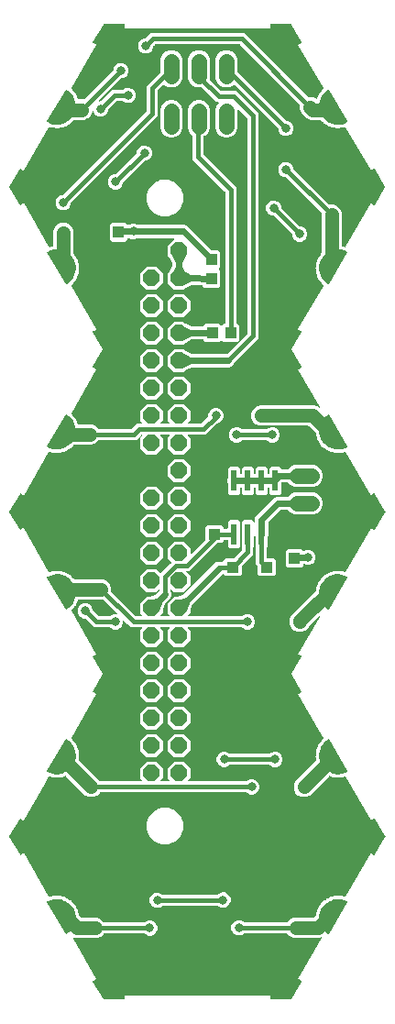
<source format=gbr>
G04 EAGLE Gerber RS-274X export*
G75*
%MOMM*%
%FSLAX34Y34*%
%LPD*%
%INTop Copper*%
%IPPOS*%
%AMOC8*
5,1,8,0,0,1.08239X$1,22.5*%
G01*
%ADD10C,1.000000*%
%ADD11P,1.649562X8X292.500000*%
%ADD12R,1.000000X1.100000*%
%ADD13C,1.422400*%
%ADD14R,0.558800X1.981200*%
%ADD15R,1.100000X1.000000*%
%ADD16C,0.806400*%
%ADD17C,0.609600*%
%ADD18C,0.406400*%
%ADD19C,1.270000*%

G36*
X762428Y339506D02*
X762428Y339506D01*
X762456Y339504D01*
X762524Y339526D01*
X762595Y339540D01*
X762618Y339556D01*
X762645Y339565D01*
X762700Y339612D01*
X762759Y339653D01*
X762774Y339677D01*
X762796Y339695D01*
X762827Y339760D01*
X762866Y339820D01*
X762871Y339848D01*
X762883Y339874D01*
X762892Y339975D01*
X762899Y340017D01*
X762897Y340027D01*
X762898Y340040D01*
X762655Y343090D01*
X762646Y343122D01*
X762642Y343169D01*
X762550Y343544D01*
X897451Y343551D01*
X897358Y343169D01*
X897356Y343135D01*
X897345Y343090D01*
X897102Y340040D01*
X897106Y340011D01*
X897101Y339983D01*
X897118Y339914D01*
X897126Y339842D01*
X897141Y339818D01*
X897147Y339790D01*
X897190Y339732D01*
X897226Y339670D01*
X897248Y339653D01*
X897265Y339630D01*
X897327Y339593D01*
X897384Y339550D01*
X897412Y339543D01*
X897436Y339528D01*
X897536Y339512D01*
X897577Y339501D01*
X897587Y339503D01*
X897600Y339501D01*
X916600Y339501D01*
X916676Y339516D01*
X916754Y339525D01*
X916773Y339536D01*
X916795Y339540D01*
X916859Y339584D01*
X916927Y339623D01*
X916943Y339642D01*
X916959Y339653D01*
X916983Y339691D01*
X917033Y339751D01*
X926533Y356251D01*
X926542Y356278D01*
X926558Y356302D01*
X926573Y356372D01*
X926596Y356440D01*
X926593Y356468D01*
X926599Y356496D01*
X926586Y356567D01*
X926580Y356638D01*
X926567Y356663D01*
X926561Y356691D01*
X926521Y356751D01*
X926488Y356814D01*
X926466Y356832D01*
X926450Y356856D01*
X926367Y356914D01*
X926335Y356941D01*
X926324Y356944D01*
X926314Y356951D01*
X923548Y358260D01*
X923515Y358268D01*
X923472Y358288D01*
X923119Y358390D01*
X925538Y362580D01*
X944985Y396264D01*
X944997Y396298D01*
X945017Y396328D01*
X945029Y396392D01*
X945049Y396454D01*
X945047Y396490D01*
X945053Y396526D01*
X945040Y396589D01*
X945035Y396654D01*
X945018Y396686D01*
X945011Y396721D01*
X944973Y396775D01*
X944944Y396833D01*
X944916Y396856D01*
X944896Y396885D01*
X944841Y396920D01*
X944791Y396962D01*
X944756Y396973D01*
X944726Y396992D01*
X944662Y397003D01*
X944600Y397022D01*
X944564Y397019D01*
X944528Y397025D01*
X944454Y397009D01*
X944400Y397004D01*
X944379Y396992D01*
X944352Y396986D01*
X943817Y396765D01*
X943816Y396765D01*
X943162Y396493D01*
X918880Y396493D01*
X915426Y397924D01*
X912727Y400623D01*
X912699Y400665D01*
X912694Y400668D01*
X912690Y400673D01*
X912610Y400723D01*
X912532Y400775D01*
X912525Y400776D01*
X912520Y400779D01*
X912342Y400811D01*
X873569Y400811D01*
X873561Y400810D01*
X873554Y400811D01*
X873464Y400790D01*
X873373Y400772D01*
X873366Y400767D01*
X873358Y400765D01*
X873210Y400663D01*
X872437Y399889D01*
X872241Y399808D01*
X871017Y399301D01*
X871016Y399301D01*
X869834Y398811D01*
X867018Y398811D01*
X864415Y399889D01*
X862423Y401881D01*
X861345Y404484D01*
X861345Y407300D01*
X862423Y409903D01*
X864415Y411895D01*
X864817Y412061D01*
X866042Y412569D01*
X867018Y412973D01*
X869834Y412973D01*
X872437Y411895D01*
X873210Y411121D01*
X873217Y411117D01*
X873222Y411111D01*
X873300Y411062D01*
X873377Y411010D01*
X873385Y411009D01*
X873392Y411005D01*
X873569Y410973D01*
X912342Y410973D01*
X912349Y410974D01*
X912355Y410973D01*
X912447Y410994D01*
X912539Y411012D01*
X912544Y411016D01*
X912551Y411017D01*
X912627Y411072D01*
X912705Y411125D01*
X912708Y411130D01*
X912714Y411134D01*
X912737Y411171D01*
X915426Y413860D01*
X915982Y414090D01*
X917207Y414598D01*
X918432Y415105D01*
X918880Y415291D01*
X937189Y415291D01*
X937197Y415292D01*
X937204Y415291D01*
X937294Y415312D01*
X937385Y415330D01*
X937392Y415335D01*
X937399Y415337D01*
X937547Y415439D01*
X939345Y417237D01*
X939346Y417238D01*
X939399Y417319D01*
X939456Y417404D01*
X939456Y417405D01*
X939493Y417581D01*
X939518Y418449D01*
X939642Y418566D01*
X939680Y418620D01*
X939726Y418669D01*
X939739Y418704D01*
X939757Y418730D01*
X939768Y418777D01*
X939791Y418837D01*
X939831Y419039D01*
X939831Y419094D01*
X939838Y419134D01*
X939835Y419143D01*
X939839Y419172D01*
X939830Y419208D01*
X939830Y419239D01*
X939811Y419284D01*
X939795Y419346D01*
X939724Y419501D01*
X940123Y420563D01*
X940129Y420601D01*
X940145Y420644D01*
X940363Y421756D01*
X940505Y421852D01*
X940552Y421899D01*
X940605Y421940D01*
X940624Y421972D01*
X940646Y421994D01*
X940664Y422040D01*
X940697Y422094D01*
X940769Y422287D01*
X940780Y422353D01*
X940799Y422417D01*
X940796Y422454D01*
X940801Y422485D01*
X940790Y422533D01*
X940784Y422596D01*
X940740Y422761D01*
X941308Y423743D01*
X941320Y423779D01*
X941344Y423818D01*
X941742Y424880D01*
X941897Y424950D01*
X941951Y424989D01*
X942010Y425021D01*
X942034Y425049D01*
X942060Y425068D01*
X942085Y425110D01*
X942127Y425158D01*
X942230Y425336D01*
X942251Y425400D01*
X942280Y425459D01*
X942284Y425497D01*
X942294Y425526D01*
X942290Y425575D01*
X942295Y425639D01*
X942279Y425809D01*
X943000Y426683D01*
X943018Y426717D01*
X943048Y426752D01*
X943616Y427734D01*
X943781Y427778D01*
X943840Y427807D01*
X943903Y427829D01*
X943932Y427853D01*
X943960Y427867D01*
X943992Y427904D01*
X944041Y427945D01*
X944172Y428104D01*
X944203Y428163D01*
X944242Y428217D01*
X944252Y428253D01*
X944266Y428281D01*
X944271Y428329D01*
X944287Y428391D01*
X944298Y428562D01*
X945154Y429306D01*
X945177Y429336D01*
X945212Y429366D01*
X945934Y430240D01*
X946104Y430257D01*
X946167Y430276D01*
X946233Y430287D01*
X946265Y430306D01*
X946295Y430315D01*
X946333Y430346D01*
X946388Y430379D01*
X946543Y430514D01*
X946584Y430567D01*
X946631Y430614D01*
X946646Y430648D01*
X946665Y430673D01*
X946678Y430720D01*
X946704Y430779D01*
X946743Y430945D01*
X947710Y431538D01*
X947738Y431564D01*
X947777Y431587D01*
X948633Y432331D01*
X948803Y432319D01*
X948869Y432328D01*
X948936Y432328D01*
X948970Y432341D01*
X949002Y432345D01*
X949044Y432370D01*
X949104Y432393D01*
X949279Y432501D01*
X949328Y432546D01*
X949382Y432585D01*
X949403Y432616D01*
X949426Y432637D01*
X949446Y432682D01*
X949481Y432736D01*
X949547Y432893D01*
X950598Y433319D01*
X950630Y433340D01*
X950673Y433356D01*
X951639Y433949D01*
X951805Y433910D01*
X951871Y433907D01*
X951937Y433896D01*
X951974Y433904D01*
X952005Y433903D01*
X952051Y433920D01*
X952114Y433933D01*
X952304Y434010D01*
X952360Y434047D01*
X952420Y434076D01*
X952445Y434103D01*
X952471Y434121D01*
X952499Y434162D01*
X952542Y434209D01*
X952633Y434353D01*
X953740Y434600D01*
X953775Y434615D01*
X953820Y434625D01*
X954871Y435051D01*
X955028Y434984D01*
X955093Y434971D01*
X955156Y434949D01*
X955193Y434950D01*
X955224Y434944D01*
X955272Y434954D01*
X955336Y434956D01*
X955537Y435001D01*
X955598Y435028D01*
X955662Y435047D01*
X955691Y435070D01*
X955720Y435083D01*
X955754Y435118D01*
X955804Y435158D01*
X955918Y435285D01*
X957050Y435346D01*
X957087Y435356D01*
X957133Y435358D01*
X958240Y435605D01*
X958384Y435514D01*
X958446Y435490D01*
X958504Y435458D01*
X958541Y435453D01*
X958571Y435442D01*
X958620Y435443D01*
X958683Y435435D01*
X958889Y435447D01*
X958953Y435463D01*
X959019Y435471D01*
X959052Y435489D01*
X959083Y435497D01*
X959122Y435526D01*
X959178Y435557D01*
X959311Y435663D01*
X960438Y435538D01*
X960476Y435541D01*
X960522Y435536D01*
X961654Y435597D01*
X961781Y435483D01*
X961838Y435450D01*
X961890Y435408D01*
X961921Y435399D01*
X961941Y435387D01*
X961946Y435386D01*
X961953Y435382D01*
X962002Y435375D01*
X962063Y435357D01*
X962268Y435334D01*
X962334Y435340D01*
X962401Y435337D01*
X962436Y435349D01*
X962467Y435352D01*
X962511Y435375D01*
X962571Y435395D01*
X962720Y435479D01*
X963811Y435169D01*
X963849Y435166D01*
X963893Y435153D01*
X965020Y435028D01*
X965127Y434895D01*
X965178Y434852D01*
X965223Y434802D01*
X965256Y434786D01*
X965280Y434766D01*
X965327Y434751D01*
X965384Y434723D01*
X965582Y434667D01*
X965649Y434662D01*
X965714Y434648D01*
X965751Y434654D01*
X965782Y434652D01*
X965829Y434667D01*
X965892Y434678D01*
X966052Y434735D01*
X966528Y434510D01*
X966611Y434490D01*
X966692Y434464D01*
X966708Y434466D01*
X966723Y434462D01*
X966807Y434475D01*
X966891Y434483D01*
X966905Y434490D01*
X966921Y434493D01*
X966993Y434537D01*
X967068Y434577D01*
X967079Y434590D01*
X967092Y434598D01*
X967124Y434644D01*
X967184Y434715D01*
X990537Y475164D01*
X990831Y474882D01*
X990859Y474864D01*
X990893Y474831D01*
X993416Y473089D01*
X993443Y473078D01*
X993465Y473059D01*
X993534Y473039D01*
X993599Y473011D01*
X993628Y473011D01*
X993656Y473003D01*
X993727Y473011D01*
X993798Y473011D01*
X993825Y473022D01*
X993854Y473025D01*
X993916Y473060D01*
X993981Y473088D01*
X994002Y473108D01*
X994027Y473123D01*
X994090Y473200D01*
X994120Y473230D01*
X994124Y473240D01*
X994133Y473251D01*
X1003633Y489751D01*
X1003643Y489783D01*
X1003652Y489796D01*
X1003656Y489820D01*
X1003657Y489824D01*
X1003688Y489894D01*
X1003688Y489918D01*
X1003696Y489940D01*
X1003690Y490016D01*
X1003691Y490093D01*
X1003681Y490117D01*
X1003680Y490138D01*
X1003659Y490177D01*
X1003633Y490249D01*
X994133Y506749D01*
X994114Y506771D01*
X994101Y506797D01*
X994048Y506845D01*
X994001Y506898D01*
X993975Y506911D01*
X993954Y506930D01*
X993886Y506953D01*
X993822Y506984D01*
X993793Y506986D01*
X993766Y506995D01*
X993694Y506990D01*
X993623Y506993D01*
X993596Y506983D01*
X993567Y506981D01*
X993477Y506939D01*
X993437Y506924D01*
X993429Y506917D01*
X993416Y506911D01*
X990893Y505169D01*
X990869Y505145D01*
X990831Y505118D01*
X990531Y504830D01*
X967180Y545283D01*
X967124Y545347D01*
X967072Y545414D01*
X967058Y545422D01*
X967048Y545433D01*
X966972Y545470D01*
X966897Y545512D01*
X966882Y545514D01*
X966867Y545521D01*
X966783Y545525D01*
X966698Y545535D01*
X966682Y545531D01*
X966667Y545531D01*
X966614Y545512D01*
X966524Y545488D01*
X966052Y545265D01*
X965892Y545322D01*
X965826Y545332D01*
X965762Y545350D01*
X965724Y545347D01*
X965693Y545351D01*
X965646Y545339D01*
X965582Y545333D01*
X965384Y545277D01*
X965325Y545246D01*
X965262Y545224D01*
X965234Y545199D01*
X965206Y545185D01*
X965175Y545147D01*
X965127Y545105D01*
X965020Y544972D01*
X963893Y544847D01*
X963857Y544835D01*
X963811Y544831D01*
X962720Y544521D01*
X962571Y544605D01*
X962508Y544625D01*
X962448Y544654D01*
X962410Y544656D01*
X962380Y544666D01*
X962332Y544661D01*
X962268Y544666D01*
X962063Y544643D01*
X962000Y544623D01*
X961934Y544611D01*
X961902Y544592D01*
X961872Y544582D01*
X961835Y544550D01*
X961781Y544517D01*
X961654Y544403D01*
X960522Y544464D01*
X960484Y544459D01*
X960438Y544462D01*
X959311Y544337D01*
X959178Y544443D01*
X959118Y544474D01*
X959064Y544512D01*
X959028Y544520D01*
X959000Y544535D01*
X958951Y544539D01*
X958889Y544553D01*
X958683Y544565D01*
X958617Y544555D01*
X958550Y544554D01*
X958516Y544540D01*
X958485Y544536D01*
X958443Y544510D01*
X958384Y544486D01*
X958240Y544395D01*
X957133Y544642D01*
X957095Y544643D01*
X957050Y544654D01*
X955918Y544715D01*
X955804Y544842D01*
X955751Y544882D01*
X955703Y544929D01*
X955669Y544943D01*
X955643Y544962D01*
X955596Y544974D01*
X955537Y544999D01*
X955336Y545044D01*
X955270Y545045D01*
X955204Y545055D01*
X955167Y545047D01*
X955136Y545048D01*
X955090Y545030D01*
X955028Y545016D01*
X954871Y544949D01*
X953820Y545375D01*
X953782Y545382D01*
X953740Y545400D01*
X952633Y545647D01*
X952542Y545791D01*
X952496Y545840D01*
X952457Y545893D01*
X952425Y545913D01*
X952403Y545936D01*
X952358Y545956D01*
X952304Y545990D01*
X952194Y546034D01*
X952190Y546035D01*
X952186Y546038D01*
X952091Y546054D01*
X951997Y546072D01*
X951992Y546071D01*
X951988Y546071D01*
X951895Y546050D01*
X951801Y546029D01*
X951797Y546027D01*
X951793Y546026D01*
X951645Y545923D01*
X933694Y527972D01*
X932880Y527635D01*
X931656Y527128D01*
X930431Y526621D01*
X930240Y526541D01*
X926500Y526541D01*
X923046Y527972D01*
X920402Y530616D01*
X918971Y534070D01*
X918971Y537810D01*
X920402Y541264D01*
X939684Y560546D01*
X939715Y560593D01*
X939754Y560634D01*
X939770Y560676D01*
X939795Y560712D01*
X939805Y560768D01*
X939826Y560822D01*
X939825Y560870D01*
X939832Y560909D01*
X939824Y560950D01*
X939823Y561002D01*
X939791Y561163D01*
X939766Y561225D01*
X939749Y561289D01*
X939727Y561319D01*
X939715Y561348D01*
X939680Y561383D01*
X939642Y561434D01*
X939518Y561551D01*
X939486Y562685D01*
X939477Y562722D01*
X939477Y562768D01*
X939258Y563881D01*
X939354Y564022D01*
X939379Y564084D01*
X939413Y564141D01*
X939418Y564178D01*
X939430Y564207D01*
X939430Y564256D01*
X939440Y564320D01*
X939434Y564525D01*
X939419Y564590D01*
X939413Y564657D01*
X939396Y564690D01*
X939389Y564721D01*
X939360Y564760D01*
X939331Y564817D01*
X939228Y564953D01*
X939383Y566076D01*
X939381Y566114D01*
X939388Y566160D01*
X939356Y567293D01*
X939473Y567417D01*
X939508Y567474D01*
X939551Y567525D01*
X939562Y567561D01*
X939579Y567587D01*
X939587Y567636D01*
X939607Y567696D01*
X939635Y567900D01*
X939631Y567967D01*
X939636Y568033D01*
X939625Y568069D01*
X939623Y568100D01*
X939601Y568144D01*
X939582Y568205D01*
X939502Y568356D01*
X939840Y569439D01*
X939844Y569477D01*
X939859Y569520D01*
X940014Y570644D01*
X940149Y570747D01*
X940194Y570796D01*
X940244Y570840D01*
X940261Y570873D01*
X940282Y570897D01*
X940298Y570943D01*
X940327Y571000D01*
X940389Y571196D01*
X940396Y571263D01*
X940411Y571327D01*
X940406Y571364D01*
X940409Y571396D01*
X940395Y571443D01*
X940386Y571506D01*
X940333Y571668D01*
X940844Y572680D01*
X940854Y572717D01*
X940876Y572757D01*
X941214Y573840D01*
X941365Y573919D01*
X941416Y573961D01*
X941473Y573996D01*
X941496Y574026D01*
X941520Y574045D01*
X941543Y574089D01*
X941582Y574140D01*
X941675Y574323D01*
X941692Y574388D01*
X941719Y574449D01*
X941720Y574486D01*
X941728Y574517D01*
X941722Y574565D01*
X941723Y574629D01*
X941697Y574798D01*
X942368Y575712D01*
X942384Y575746D01*
X942412Y575783D01*
X942923Y576795D01*
X943086Y576848D01*
X943143Y576881D01*
X943205Y576906D01*
X943232Y576932D01*
X943260Y576947D01*
X943290Y576986D01*
X943336Y577030D01*
X943458Y577196D01*
X943486Y577256D01*
X943522Y577313D01*
X943529Y577349D01*
X943542Y577378D01*
X943544Y577427D01*
X943556Y577489D01*
X943558Y577660D01*
X944371Y578451D01*
X944392Y578483D01*
X944426Y578514D01*
X945096Y579428D01*
X945265Y579454D01*
X945328Y579477D01*
X945393Y579491D01*
X945424Y579512D01*
X945453Y579523D01*
X945489Y579557D01*
X945542Y579592D01*
X945689Y579736D01*
X945727Y579791D01*
X945772Y579840D01*
X945785Y579875D01*
X945803Y579901D01*
X945812Y579949D01*
X945835Y580009D01*
X945865Y580177D01*
X946320Y580493D01*
X946378Y580554D01*
X946440Y580611D01*
X946447Y580626D01*
X946458Y580637D01*
X946489Y580716D01*
X946524Y580793D01*
X946524Y580809D01*
X946530Y580824D01*
X946528Y580909D01*
X946530Y580993D01*
X946525Y581010D01*
X946524Y581025D01*
X946501Y581076D01*
X946481Y581132D01*
X946478Y581142D01*
X946476Y581146D01*
X946470Y581163D01*
X939018Y594072D01*
X923119Y621610D01*
X923472Y621712D01*
X923502Y621728D01*
X923548Y621740D01*
X926314Y623049D01*
X926336Y623066D01*
X926363Y623076D01*
X926415Y623125D01*
X926473Y623168D01*
X926487Y623193D01*
X926508Y623212D01*
X926537Y623278D01*
X926573Y623340D01*
X926576Y623368D01*
X926588Y623394D01*
X926589Y623466D01*
X926598Y623537D01*
X926590Y623564D01*
X926591Y623593D01*
X926555Y623688D01*
X926544Y623728D01*
X926537Y623737D01*
X926533Y623749D01*
X917176Y640000D01*
X926533Y656251D01*
X926542Y656278D01*
X926558Y656302D01*
X926573Y656372D01*
X926596Y656440D01*
X926593Y656468D01*
X926599Y656496D01*
X926586Y656567D01*
X926580Y656638D01*
X926567Y656663D01*
X926561Y656691D01*
X926521Y656751D01*
X926488Y656814D01*
X926466Y656832D01*
X926450Y656856D01*
X926367Y656914D01*
X926335Y656941D01*
X926324Y656944D01*
X926314Y656951D01*
X923548Y658260D01*
X923515Y658268D01*
X923472Y658288D01*
X923119Y658390D01*
X943099Y692997D01*
X943111Y693030D01*
X943130Y693059D01*
X943142Y693124D01*
X943163Y693187D01*
X943161Y693222D01*
X943167Y693256D01*
X943154Y693321D01*
X943149Y693387D01*
X943133Y693418D01*
X943126Y693452D01*
X943088Y693507D01*
X943058Y693566D01*
X943031Y693588D01*
X943012Y693617D01*
X942955Y693653D01*
X942905Y693695D01*
X942872Y693706D01*
X942842Y693724D01*
X942777Y693736D01*
X942714Y693755D01*
X942679Y693752D01*
X942645Y693758D01*
X942580Y693743D01*
X942514Y693737D01*
X942483Y693720D01*
X942450Y693712D01*
X942385Y693668D01*
X942337Y693642D01*
X942322Y693624D01*
X942302Y693610D01*
X933179Y684487D01*
X933174Y684480D01*
X933166Y684474D01*
X933069Y684323D01*
X932528Y683016D01*
X929884Y680372D01*
X929752Y680317D01*
X928527Y679810D01*
X927303Y679303D01*
X927302Y679303D01*
X926430Y678941D01*
X922690Y678941D01*
X919236Y680372D01*
X916592Y683016D01*
X915161Y686470D01*
X915161Y691030D01*
X916592Y694484D01*
X919307Y697199D01*
X939345Y717237D01*
X939346Y717238D01*
X939399Y717319D01*
X939456Y717404D01*
X939456Y717405D01*
X939493Y717581D01*
X939518Y718449D01*
X939642Y718566D01*
X939680Y718620D01*
X939726Y718669D01*
X939739Y718704D01*
X939757Y718730D01*
X939768Y718777D01*
X939791Y718837D01*
X939831Y719039D01*
X939830Y719105D01*
X939839Y719172D01*
X939830Y719208D01*
X939830Y719239D01*
X939811Y719284D01*
X939795Y719346D01*
X939724Y719501D01*
X940123Y720563D01*
X940129Y720601D01*
X940145Y720644D01*
X940363Y721756D01*
X940505Y721852D01*
X940552Y721899D01*
X940605Y721940D01*
X940624Y721972D01*
X940646Y721994D01*
X940664Y722040D01*
X940697Y722094D01*
X940769Y722287D01*
X940780Y722353D01*
X940799Y722417D01*
X940796Y722453D01*
X940799Y722469D01*
X940799Y722470D01*
X940801Y722485D01*
X940790Y722533D01*
X940784Y722596D01*
X940740Y722761D01*
X941308Y723742D01*
X941319Y723774D01*
X941331Y723794D01*
X941332Y723799D01*
X941344Y723818D01*
X941742Y724880D01*
X941897Y724950D01*
X941951Y724989D01*
X942010Y725021D01*
X942034Y725049D01*
X942060Y725068D01*
X942085Y725110D01*
X942127Y725158D01*
X942230Y725336D01*
X942251Y725400D01*
X942281Y725459D01*
X942284Y725496D01*
X942294Y725526D01*
X942290Y725575D01*
X942295Y725639D01*
X942279Y725809D01*
X943000Y726683D01*
X943018Y726717D01*
X943048Y726752D01*
X943616Y727734D01*
X943781Y727778D01*
X943840Y727807D01*
X943903Y727829D01*
X943932Y727853D01*
X943960Y727867D01*
X943992Y727904D01*
X944041Y727945D01*
X944172Y728104D01*
X944203Y728163D01*
X944242Y728217D01*
X944252Y728253D01*
X944266Y728281D01*
X944271Y728329D01*
X944287Y728391D01*
X944298Y728562D01*
X945154Y729306D01*
X945177Y729336D01*
X945212Y729366D01*
X945934Y730240D01*
X946104Y730257D01*
X946167Y730276D01*
X946233Y730287D01*
X946265Y730306D01*
X946295Y730315D01*
X946333Y730346D01*
X946388Y730379D01*
X946543Y730514D01*
X946584Y730567D01*
X946631Y730614D01*
X946646Y730648D01*
X946665Y730673D01*
X946678Y730720D01*
X946704Y730779D01*
X946743Y730945D01*
X947710Y731538D01*
X947738Y731564D01*
X947777Y731587D01*
X948633Y732331D01*
X948803Y732319D01*
X948869Y732328D01*
X948936Y732328D01*
X948970Y732341D01*
X949002Y732345D01*
X949044Y732370D01*
X949104Y732393D01*
X949279Y732501D01*
X949328Y732546D01*
X949382Y732585D01*
X949403Y732616D01*
X949426Y732637D01*
X949446Y732682D01*
X949481Y732736D01*
X949547Y732893D01*
X950598Y733319D01*
X950630Y733340D01*
X950673Y733356D01*
X951639Y733949D01*
X951805Y733910D01*
X951871Y733907D01*
X951937Y733896D01*
X951974Y733904D01*
X952005Y733903D01*
X952051Y733920D01*
X952114Y733933D01*
X952304Y734010D01*
X952360Y734047D01*
X952420Y734076D01*
X952445Y734103D01*
X952471Y734121D01*
X952499Y734162D01*
X952542Y734209D01*
X952633Y734353D01*
X953740Y734600D01*
X953775Y734615D01*
X953820Y734625D01*
X954871Y735051D01*
X955028Y734984D01*
X955093Y734971D01*
X955156Y734949D01*
X955193Y734950D01*
X955224Y734944D01*
X955272Y734954D01*
X955336Y734956D01*
X955537Y735001D01*
X955598Y735028D01*
X955662Y735047D01*
X955691Y735070D01*
X955720Y735083D01*
X955754Y735118D01*
X955804Y735158D01*
X955918Y735285D01*
X957050Y735346D01*
X957087Y735356D01*
X957133Y735358D01*
X958240Y735605D01*
X958384Y735514D01*
X958446Y735490D01*
X958504Y735458D01*
X958541Y735453D01*
X958571Y735442D01*
X958620Y735443D01*
X958683Y735435D01*
X958889Y735447D01*
X958953Y735463D01*
X959019Y735471D01*
X959052Y735489D01*
X959083Y735497D01*
X959122Y735526D01*
X959178Y735557D01*
X959311Y735663D01*
X960438Y735538D01*
X960476Y735541D01*
X960522Y735536D01*
X961654Y735597D01*
X961781Y735483D01*
X961838Y735450D01*
X961890Y735408D01*
X961926Y735398D01*
X961953Y735382D01*
X962002Y735375D01*
X962063Y735357D01*
X962268Y735334D01*
X962334Y735340D01*
X962401Y735337D01*
X962436Y735349D01*
X962467Y735352D01*
X962511Y735375D01*
X962571Y735395D01*
X962720Y735479D01*
X963811Y735169D01*
X963849Y735166D01*
X963893Y735153D01*
X965020Y735028D01*
X965127Y734895D01*
X965178Y734852D01*
X965222Y734802D01*
X965256Y734786D01*
X965280Y734766D01*
X965327Y734751D01*
X965384Y734723D01*
X965582Y734667D01*
X965649Y734662D01*
X965714Y734648D01*
X965751Y734654D01*
X965782Y734652D01*
X965829Y734667D01*
X965892Y734678D01*
X966052Y734735D01*
X966528Y734510D01*
X966611Y734490D01*
X966692Y734464D01*
X966708Y734466D01*
X966723Y734462D01*
X966807Y734475D01*
X966891Y734483D01*
X966905Y734490D01*
X966921Y734493D01*
X966993Y734537D01*
X967068Y734577D01*
X967079Y734590D01*
X967092Y734598D01*
X967124Y734644D01*
X967184Y734715D01*
X990537Y775164D01*
X990831Y774882D01*
X990859Y774864D01*
X990893Y774831D01*
X993416Y773089D01*
X993443Y773078D01*
X993465Y773059D01*
X993534Y773039D01*
X993599Y773011D01*
X993628Y773011D01*
X993656Y773003D01*
X993727Y773011D01*
X993798Y773011D01*
X993825Y773022D01*
X993854Y773025D01*
X993916Y773060D01*
X993981Y773088D01*
X994002Y773108D01*
X994027Y773123D01*
X994090Y773200D01*
X994120Y773230D01*
X994124Y773240D01*
X994133Y773251D01*
X1003633Y789751D01*
X1003643Y789783D01*
X1003652Y789796D01*
X1003656Y789820D01*
X1003657Y789824D01*
X1003688Y789894D01*
X1003688Y789918D01*
X1003696Y789940D01*
X1003690Y790016D01*
X1003691Y790093D01*
X1003681Y790117D01*
X1003680Y790138D01*
X1003659Y790177D01*
X1003633Y790249D01*
X994133Y806749D01*
X994114Y806771D01*
X994101Y806797D01*
X994048Y806845D01*
X994001Y806898D01*
X993975Y806911D01*
X993954Y806930D01*
X993886Y806953D01*
X993822Y806984D01*
X993793Y806986D01*
X993766Y806995D01*
X993694Y806990D01*
X993623Y806993D01*
X993596Y806983D01*
X993567Y806981D01*
X993477Y806939D01*
X993437Y806924D01*
X993429Y806917D01*
X993416Y806911D01*
X990893Y805169D01*
X990869Y805145D01*
X990831Y805118D01*
X990516Y804816D01*
X967162Y845274D01*
X967106Y845338D01*
X967054Y845405D01*
X967040Y845413D01*
X967030Y845425D01*
X966953Y845462D01*
X966879Y845503D01*
X966863Y845505D01*
X966849Y845512D01*
X966764Y845517D01*
X966680Y845526D01*
X966664Y845522D01*
X966649Y845523D01*
X966596Y845504D01*
X966506Y845479D01*
X966052Y845265D01*
X965892Y845322D01*
X965826Y845332D01*
X965762Y845350D01*
X965724Y845347D01*
X965693Y845351D01*
X965646Y845339D01*
X965582Y845333D01*
X965384Y845277D01*
X965325Y845246D01*
X965262Y845224D01*
X965234Y845200D01*
X965206Y845185D01*
X965175Y845147D01*
X965127Y845105D01*
X965020Y844972D01*
X963893Y844847D01*
X963857Y844835D01*
X963811Y844831D01*
X962720Y844521D01*
X962571Y844605D01*
X962508Y844625D01*
X962447Y844654D01*
X962410Y844656D01*
X962380Y844666D01*
X962331Y844661D01*
X962268Y844666D01*
X962063Y844643D01*
X962000Y844623D01*
X961934Y844611D01*
X961902Y844592D01*
X961872Y844582D01*
X961835Y844550D01*
X961781Y844517D01*
X961654Y844403D01*
X960522Y844464D01*
X960484Y844459D01*
X960438Y844462D01*
X959311Y844337D01*
X959178Y844443D01*
X959118Y844474D01*
X959064Y844512D01*
X959028Y844520D01*
X959000Y844535D01*
X958951Y844539D01*
X958889Y844553D01*
X958683Y844565D01*
X958617Y844555D01*
X958550Y844554D01*
X958516Y844540D01*
X958485Y844536D01*
X958443Y844510D01*
X958384Y844486D01*
X958240Y844395D01*
X957133Y844642D01*
X957095Y844643D01*
X957050Y844654D01*
X955918Y844715D01*
X955804Y844842D01*
X955751Y844882D01*
X955703Y844929D01*
X955669Y844943D01*
X955643Y844962D01*
X955596Y844974D01*
X955537Y844999D01*
X955336Y845044D01*
X955270Y845045D01*
X955204Y845055D01*
X955167Y845047D01*
X955136Y845048D01*
X955090Y845030D01*
X955028Y845016D01*
X954871Y844949D01*
X953820Y845375D01*
X953782Y845382D01*
X953740Y845400D01*
X952633Y845647D01*
X952542Y845791D01*
X952496Y845840D01*
X952457Y845893D01*
X952425Y845913D01*
X952403Y845936D01*
X952358Y845956D01*
X952304Y845990D01*
X952114Y846067D01*
X952048Y846079D01*
X951985Y846100D01*
X951948Y846098D01*
X951917Y846104D01*
X951869Y846094D01*
X951805Y846090D01*
X951639Y846051D01*
X950673Y846644D01*
X950637Y846657D01*
X950598Y846681D01*
X949547Y847107D01*
X949481Y847264D01*
X949443Y847319D01*
X949413Y847379D01*
X949386Y847404D01*
X949368Y847430D01*
X949327Y847457D01*
X949279Y847499D01*
X949104Y847607D01*
X949041Y847630D01*
X948982Y847661D01*
X948945Y847665D01*
X948915Y847676D01*
X948866Y847674D01*
X948803Y847681D01*
X948633Y847669D01*
X947777Y848413D01*
X947744Y848432D01*
X947710Y848462D01*
X946743Y849055D01*
X946704Y849221D01*
X946676Y849282D01*
X946656Y849346D01*
X946633Y849375D01*
X946619Y849403D01*
X946583Y849436D01*
X946543Y849486D01*
X946388Y849621D01*
X946330Y849654D01*
X946277Y849694D01*
X946241Y849705D01*
X946214Y849720D01*
X946165Y849726D01*
X946104Y849743D01*
X945934Y849760D01*
X945212Y850634D01*
X945194Y850649D01*
X945190Y850655D01*
X945181Y850661D01*
X945154Y850694D01*
X944298Y851438D01*
X944287Y851609D01*
X944269Y851673D01*
X944260Y851739D01*
X944242Y851771D01*
X944233Y851802D01*
X944203Y851841D01*
X944172Y851896D01*
X944041Y852055D01*
X943989Y852097D01*
X943944Y852145D01*
X943910Y852161D01*
X943885Y852181D01*
X943838Y852195D01*
X943781Y852222D01*
X943616Y852266D01*
X943048Y853248D01*
X943023Y853276D01*
X943000Y853317D01*
X942279Y854191D01*
X942295Y854361D01*
X942289Y854427D01*
X942291Y854494D01*
X942278Y854529D01*
X942275Y854561D01*
X942251Y854604D01*
X942230Y854664D01*
X942127Y854842D01*
X942082Y854892D01*
X942045Y854947D01*
X942015Y854968D01*
X941994Y854992D01*
X941950Y855013D01*
X941897Y855050D01*
X941742Y855120D01*
X941344Y856182D01*
X941324Y856214D01*
X941308Y856257D01*
X940740Y857239D01*
X940784Y857404D01*
X940789Y857470D01*
X940802Y857536D01*
X940795Y857572D01*
X940797Y857604D01*
X940781Y857650D01*
X940769Y857713D01*
X940697Y857906D01*
X940662Y857962D01*
X940634Y858023D01*
X940608Y858049D01*
X940591Y858076D01*
X940551Y858104D01*
X940505Y858148D01*
X940363Y858244D01*
X940145Y859356D01*
X940131Y859392D01*
X940123Y859437D01*
X939724Y860499D01*
X939795Y860654D01*
X939810Y860719D01*
X939834Y860781D01*
X939833Y860818D01*
X939840Y860849D01*
X939832Y860897D01*
X939831Y860961D01*
X939791Y861163D01*
X939766Y861225D01*
X939749Y861289D01*
X939727Y861319D01*
X939715Y861348D01*
X939680Y861383D01*
X939642Y861434D01*
X939518Y861551D01*
X939493Y862419D01*
X939493Y862420D01*
X939472Y862513D01*
X939448Y862614D01*
X939448Y862615D01*
X939345Y862763D01*
X932815Y869293D01*
X932809Y869297D01*
X932804Y869303D01*
X932726Y869352D01*
X932649Y869404D01*
X932641Y869405D01*
X932634Y869409D01*
X932457Y869441D01*
X887130Y869441D01*
X883676Y870872D01*
X881032Y873516D01*
X879601Y876970D01*
X879601Y880710D01*
X881032Y884164D01*
X883676Y886808D01*
X883771Y886847D01*
X884996Y887355D01*
X886220Y887862D01*
X886221Y887862D01*
X887130Y888239D01*
X938430Y888239D01*
X941884Y886808D01*
X942245Y886447D01*
X942250Y886443D01*
X942254Y886438D01*
X942277Y886424D01*
X942297Y886402D01*
X942356Y886373D01*
X942412Y886336D01*
X942421Y886334D01*
X942424Y886332D01*
X942449Y886328D01*
X942477Y886314D01*
X942543Y886311D01*
X942609Y886298D01*
X942643Y886306D01*
X942677Y886304D01*
X942740Y886326D01*
X942805Y886340D01*
X942833Y886360D01*
X942866Y886372D01*
X942915Y886417D01*
X942969Y886454D01*
X942988Y886484D01*
X943014Y886507D01*
X943041Y886568D01*
X943077Y886624D01*
X943083Y886658D01*
X943097Y886689D01*
X943099Y886756D01*
X943110Y886821D01*
X943103Y886855D01*
X943104Y886890D01*
X943077Y886963D01*
X943073Y886982D01*
X943066Y887014D01*
X943065Y887014D01*
X943065Y887016D01*
X943051Y887036D01*
X943043Y887059D01*
X923102Y921605D01*
X923472Y921712D01*
X923502Y921728D01*
X923548Y921740D01*
X926314Y923049D01*
X926336Y923066D01*
X926363Y923076D01*
X926415Y923125D01*
X926473Y923168D01*
X926487Y923193D01*
X926508Y923212D01*
X926537Y923278D01*
X926573Y923340D01*
X926576Y923368D01*
X926588Y923394D01*
X926589Y923466D01*
X926598Y923537D01*
X926590Y923564D01*
X926591Y923593D01*
X926555Y923688D01*
X926544Y923728D01*
X926537Y923737D01*
X926533Y923749D01*
X917176Y940000D01*
X926533Y956251D01*
X926542Y956278D01*
X926558Y956302D01*
X926573Y956372D01*
X926596Y956440D01*
X926593Y956468D01*
X926599Y956496D01*
X926586Y956567D01*
X926580Y956638D01*
X926567Y956663D01*
X926561Y956691D01*
X926521Y956751D01*
X926488Y956814D01*
X926466Y956832D01*
X926450Y956856D01*
X926367Y956914D01*
X926335Y956941D01*
X926324Y956944D01*
X926314Y956951D01*
X923548Y958260D01*
X923515Y958268D01*
X923472Y958288D01*
X923119Y958390D01*
X946471Y998836D01*
X946497Y998916D01*
X946529Y998995D01*
X946529Y999011D01*
X946534Y999026D01*
X946528Y999111D01*
X946527Y999195D01*
X946521Y999210D01*
X946520Y999226D01*
X946481Y999302D01*
X946448Y999379D01*
X946436Y999391D01*
X946429Y999405D01*
X946386Y999441D01*
X946321Y999507D01*
X945865Y999823D01*
X945835Y999991D01*
X945810Y1000053D01*
X945794Y1000117D01*
X945772Y1000148D01*
X945761Y1000177D01*
X945727Y1000212D01*
X945689Y1000264D01*
X945542Y1000408D01*
X945486Y1000444D01*
X945435Y1000487D01*
X945400Y1000499D01*
X945374Y1000516D01*
X945325Y1000525D01*
X945265Y1000546D01*
X945096Y1000572D01*
X944426Y1001486D01*
X944397Y1001511D01*
X944371Y1001549D01*
X943558Y1002340D01*
X943556Y1002511D01*
X943542Y1002576D01*
X943537Y1002642D01*
X943521Y1002676D01*
X943514Y1002707D01*
X943486Y1002747D01*
X943458Y1002804D01*
X943336Y1002970D01*
X943287Y1003015D01*
X943244Y1003066D01*
X943211Y1003084D01*
X943188Y1003105D01*
X943142Y1003121D01*
X943086Y1003152D01*
X942923Y1003205D01*
X942412Y1004217D01*
X942389Y1004247D01*
X942368Y1004288D01*
X941697Y1005202D01*
X941723Y1005371D01*
X941720Y1005438D01*
X941726Y1005504D01*
X941715Y1005540D01*
X941714Y1005571D01*
X941693Y1005616D01*
X941675Y1005677D01*
X941582Y1005860D01*
X941541Y1005913D01*
X941507Y1005970D01*
X941477Y1005993D01*
X941458Y1006018D01*
X941415Y1006042D01*
X941365Y1006081D01*
X941214Y1006160D01*
X940876Y1007243D01*
X940858Y1007276D01*
X940844Y1007320D01*
X940333Y1008332D01*
X940386Y1008494D01*
X940394Y1008560D01*
X940411Y1008625D01*
X940406Y1008662D01*
X940410Y1008693D01*
X940397Y1008740D01*
X940389Y1008804D01*
X940327Y1009000D01*
X940295Y1009059D01*
X940271Y1009121D01*
X940246Y1009148D01*
X940231Y1009176D01*
X940193Y1009206D01*
X940149Y1009253D01*
X940014Y1009356D01*
X939859Y1010480D01*
X939846Y1010516D01*
X939840Y1010561D01*
X939502Y1011644D01*
X939582Y1011795D01*
X939600Y1011859D01*
X939627Y1011920D01*
X939629Y1011957D01*
X939638Y1011987D01*
X939632Y1012036D01*
X939635Y1012100D01*
X939607Y1012304D01*
X939585Y1012366D01*
X939572Y1012432D01*
X939551Y1012463D01*
X939541Y1012493D01*
X939508Y1012529D01*
X939473Y1012583D01*
X939356Y1012707D01*
X939388Y1013840D01*
X939381Y1013877D01*
X939383Y1013924D01*
X939228Y1015047D01*
X939331Y1015183D01*
X939360Y1015243D01*
X939397Y1015298D01*
X939405Y1015335D01*
X939418Y1015363D01*
X939421Y1015412D01*
X939434Y1015475D01*
X939440Y1015680D01*
X939428Y1015746D01*
X939426Y1015813D01*
X939411Y1015847D01*
X939406Y1015878D01*
X939379Y1015919D01*
X939354Y1015978D01*
X939258Y1016119D01*
X939477Y1017232D01*
X939476Y1017270D01*
X939486Y1017315D01*
X939518Y1018449D01*
X939642Y1018566D01*
X939680Y1018620D01*
X939726Y1018669D01*
X939739Y1018704D01*
X939757Y1018730D01*
X939768Y1018777D01*
X939791Y1018837D01*
X939831Y1019039D01*
X939830Y1019105D01*
X939839Y1019172D01*
X939830Y1019208D01*
X939830Y1019239D01*
X939810Y1019284D01*
X939795Y1019346D01*
X939724Y1019501D01*
X940123Y1020563D01*
X940129Y1020601D01*
X940145Y1020644D01*
X940363Y1021756D01*
X940505Y1021852D01*
X940552Y1021899D01*
X940605Y1021940D01*
X940624Y1021972D01*
X940646Y1021994D01*
X940664Y1022040D01*
X940697Y1022094D01*
X940769Y1022287D01*
X940780Y1022353D01*
X940799Y1022417D01*
X940796Y1022454D01*
X940801Y1022485D01*
X940790Y1022533D01*
X940784Y1022596D01*
X940740Y1022761D01*
X941308Y1023743D01*
X941320Y1023779D01*
X941344Y1023818D01*
X941742Y1024880D01*
X941897Y1024950D01*
X941951Y1024989D01*
X942010Y1025021D01*
X942034Y1025049D01*
X942060Y1025068D01*
X942085Y1025110D01*
X942127Y1025158D01*
X942230Y1025336D01*
X942251Y1025400D01*
X942281Y1025459D01*
X942284Y1025496D01*
X942294Y1025526D01*
X942290Y1025575D01*
X942295Y1025639D01*
X942279Y1025809D01*
X943000Y1026683D01*
X943018Y1026717D01*
X943048Y1026752D01*
X943616Y1027734D01*
X943781Y1027778D01*
X943840Y1027807D01*
X943904Y1027829D01*
X943932Y1027853D01*
X943960Y1027867D01*
X943992Y1027904D01*
X944041Y1027945D01*
X944172Y1028104D01*
X944203Y1028163D01*
X944242Y1028217D01*
X944252Y1028253D01*
X944266Y1028281D01*
X944271Y1028330D01*
X944287Y1028391D01*
X944298Y1028562D01*
X944327Y1028586D01*
X944343Y1028607D01*
X944363Y1028621D01*
X944403Y1028685D01*
X944449Y1028745D01*
X944456Y1028770D01*
X944469Y1028792D01*
X944486Y1028885D01*
X944500Y1028939D01*
X944498Y1028953D01*
X944501Y1028969D01*
X944501Y1066167D01*
X944511Y1066216D01*
X944510Y1066223D01*
X944511Y1066229D01*
X944489Y1066321D01*
X944470Y1066412D01*
X944467Y1066418D01*
X944465Y1066424D01*
X944362Y1066572D01*
X911994Y1098941D01*
X911987Y1098945D01*
X911983Y1098951D01*
X911904Y1099000D01*
X911827Y1099052D01*
X911819Y1099053D01*
X911813Y1099057D01*
X911635Y1099089D01*
X910452Y1099089D01*
X907849Y1100167D01*
X905857Y1102159D01*
X904779Y1104762D01*
X904779Y1107578D01*
X905857Y1110181D01*
X907849Y1112173D01*
X908817Y1112574D01*
X910041Y1113081D01*
X910452Y1113251D01*
X913268Y1113251D01*
X915871Y1112173D01*
X917863Y1110181D01*
X918941Y1107578D01*
X918941Y1106575D01*
X918942Y1106567D01*
X918941Y1106559D01*
X918962Y1106469D01*
X918980Y1106378D01*
X918985Y1106372D01*
X918987Y1106364D01*
X919089Y1106216D01*
X951548Y1073758D01*
X951553Y1073754D01*
X951557Y1073748D01*
X951636Y1073699D01*
X951715Y1073647D01*
X951721Y1073645D01*
X951727Y1073642D01*
X951819Y1073627D01*
X951911Y1073609D01*
X951918Y1073611D01*
X951925Y1073609D01*
X951967Y1073619D01*
X955770Y1073619D01*
X959224Y1072188D01*
X961868Y1069544D01*
X963299Y1066090D01*
X963299Y1035698D01*
X963306Y1035662D01*
X963304Y1035626D01*
X963325Y1035565D01*
X963338Y1035501D01*
X963359Y1035471D01*
X963371Y1035437D01*
X963415Y1035389D01*
X963451Y1035336D01*
X963481Y1035316D01*
X963506Y1035289D01*
X963574Y1035256D01*
X963619Y1035226D01*
X963643Y1035222D01*
X963668Y1035210D01*
X963811Y1035169D01*
X963849Y1035166D01*
X963893Y1035153D01*
X965020Y1035028D01*
X965127Y1034895D01*
X965178Y1034852D01*
X965222Y1034802D01*
X965256Y1034786D01*
X965280Y1034766D01*
X965327Y1034751D01*
X965384Y1034723D01*
X965582Y1034667D01*
X965649Y1034662D01*
X965714Y1034648D01*
X965751Y1034654D01*
X965782Y1034652D01*
X965829Y1034667D01*
X965892Y1034678D01*
X966052Y1034735D01*
X966528Y1034510D01*
X966611Y1034490D01*
X966692Y1034464D01*
X966708Y1034466D01*
X966723Y1034462D01*
X966807Y1034475D01*
X966891Y1034483D01*
X966905Y1034490D01*
X966921Y1034493D01*
X966993Y1034537D01*
X967068Y1034577D01*
X967079Y1034590D01*
X967092Y1034598D01*
X967124Y1034644D01*
X967184Y1034715D01*
X990537Y1075164D01*
X990831Y1074882D01*
X990859Y1074864D01*
X990893Y1074831D01*
X993416Y1073089D01*
X993443Y1073078D01*
X993465Y1073059D01*
X993534Y1073039D01*
X993599Y1073011D01*
X993628Y1073011D01*
X993656Y1073003D01*
X993727Y1073011D01*
X993798Y1073011D01*
X993825Y1073022D01*
X993854Y1073025D01*
X993916Y1073060D01*
X993981Y1073088D01*
X994002Y1073108D01*
X994027Y1073123D01*
X994090Y1073200D01*
X994120Y1073230D01*
X994124Y1073240D01*
X994133Y1073251D01*
X1003633Y1089751D01*
X1003643Y1089783D01*
X1003652Y1089796D01*
X1003656Y1089820D01*
X1003657Y1089824D01*
X1003688Y1089894D01*
X1003688Y1089918D01*
X1003696Y1089940D01*
X1003690Y1090016D01*
X1003691Y1090093D01*
X1003681Y1090117D01*
X1003680Y1090138D01*
X1003659Y1090177D01*
X1003633Y1090249D01*
X994133Y1106749D01*
X994114Y1106771D01*
X994101Y1106797D01*
X994048Y1106845D01*
X994001Y1106898D01*
X993975Y1106911D01*
X993954Y1106930D01*
X993886Y1106953D01*
X993822Y1106984D01*
X993793Y1106986D01*
X993766Y1106995D01*
X993694Y1106990D01*
X993623Y1106993D01*
X993596Y1106983D01*
X993567Y1106981D01*
X993477Y1106939D01*
X993437Y1106924D01*
X993429Y1106917D01*
X993416Y1106911D01*
X990893Y1105169D01*
X990869Y1105145D01*
X990831Y1105118D01*
X990517Y1104817D01*
X967161Y1145274D01*
X967105Y1145337D01*
X967087Y1145360D01*
X967082Y1145367D01*
X967081Y1145368D01*
X967053Y1145405D01*
X967039Y1145412D01*
X967028Y1145424D01*
X966952Y1145461D01*
X966878Y1145503D01*
X966862Y1145505D01*
X966848Y1145511D01*
X966763Y1145516D01*
X966679Y1145526D01*
X966662Y1145521D01*
X966648Y1145522D01*
X966595Y1145503D01*
X966505Y1145479D01*
X966052Y1145265D01*
X965892Y1145322D01*
X965826Y1145332D01*
X965762Y1145350D01*
X965724Y1145347D01*
X965693Y1145351D01*
X965646Y1145339D01*
X965582Y1145333D01*
X965384Y1145277D01*
X965325Y1145246D01*
X965262Y1145224D01*
X965234Y1145200D01*
X965206Y1145185D01*
X965175Y1145147D01*
X965127Y1145105D01*
X965020Y1144972D01*
X963893Y1144847D01*
X963857Y1144835D01*
X963811Y1144831D01*
X962720Y1144521D01*
X962571Y1144605D01*
X962508Y1144625D01*
X962448Y1144654D01*
X962410Y1144656D01*
X962380Y1144666D01*
X962331Y1144661D01*
X962268Y1144666D01*
X962063Y1144643D01*
X962000Y1144623D01*
X961934Y1144611D01*
X961902Y1144592D01*
X961872Y1144582D01*
X961835Y1144550D01*
X961781Y1144517D01*
X961654Y1144403D01*
X960522Y1144464D01*
X960484Y1144459D01*
X960438Y1144462D01*
X959311Y1144337D01*
X959178Y1144443D01*
X959118Y1144474D01*
X959064Y1144512D01*
X959028Y1144520D01*
X959000Y1144535D01*
X958951Y1144539D01*
X958889Y1144553D01*
X958683Y1144565D01*
X958617Y1144555D01*
X958550Y1144554D01*
X958516Y1144540D01*
X958485Y1144536D01*
X958443Y1144510D01*
X958384Y1144486D01*
X958240Y1144395D01*
X957133Y1144642D01*
X957095Y1144643D01*
X957050Y1144654D01*
X955918Y1144715D01*
X955804Y1144842D01*
X955792Y1144852D01*
X955786Y1144860D01*
X955753Y1144880D01*
X955751Y1144882D01*
X955703Y1144929D01*
X955669Y1144943D01*
X955643Y1144962D01*
X955596Y1144974D01*
X955537Y1144999D01*
X955336Y1145044D01*
X955270Y1145045D01*
X955204Y1145055D01*
X955167Y1145047D01*
X955136Y1145048D01*
X955090Y1145030D01*
X955028Y1145016D01*
X954892Y1144958D01*
X954871Y1144949D01*
X953820Y1145375D01*
X953782Y1145382D01*
X953740Y1145400D01*
X952633Y1145647D01*
X952542Y1145791D01*
X952496Y1145840D01*
X952477Y1145866D01*
X952470Y1145875D01*
X952457Y1145893D01*
X952425Y1145913D01*
X952403Y1145936D01*
X952358Y1145956D01*
X952304Y1145990D01*
X952114Y1146067D01*
X952048Y1146079D01*
X951985Y1146100D01*
X951948Y1146098D01*
X951917Y1146104D01*
X951869Y1146094D01*
X951805Y1146090D01*
X951639Y1146051D01*
X950673Y1146644D01*
X950637Y1146657D01*
X950598Y1146681D01*
X949547Y1147107D01*
X949481Y1147264D01*
X949443Y1147319D01*
X949413Y1147379D01*
X949386Y1147404D01*
X949368Y1147430D01*
X949327Y1147457D01*
X949279Y1147499D01*
X949104Y1147607D01*
X949041Y1147630D01*
X948982Y1147661D01*
X948945Y1147665D01*
X948915Y1147676D01*
X948866Y1147674D01*
X948803Y1147681D01*
X948633Y1147669D01*
X947777Y1148413D01*
X947744Y1148432D01*
X947710Y1148462D01*
X946743Y1149055D01*
X946704Y1149221D01*
X946686Y1149261D01*
X946685Y1149262D01*
X946684Y1149263D01*
X946676Y1149282D01*
X946656Y1149346D01*
X946633Y1149375D01*
X946619Y1149403D01*
X946583Y1149436D01*
X946543Y1149486D01*
X946388Y1149621D01*
X946330Y1149654D01*
X946277Y1149694D01*
X946241Y1149705D01*
X946214Y1149720D01*
X946165Y1149726D01*
X946104Y1149743D01*
X945934Y1149760D01*
X945212Y1150634D01*
X945183Y1150658D01*
X945154Y1150694D01*
X944298Y1151438D01*
X944287Y1151609D01*
X944269Y1151673D01*
X944260Y1151739D01*
X944242Y1151771D01*
X944233Y1151802D01*
X944203Y1151840D01*
X944172Y1151896D01*
X944155Y1151917D01*
X944130Y1151937D01*
X944113Y1151962D01*
X944112Y1151962D01*
X944111Y1151963D01*
X944053Y1152000D01*
X943999Y1152043D01*
X943968Y1152052D01*
X943941Y1152069D01*
X943860Y1152084D01*
X943807Y1152099D01*
X943787Y1152097D01*
X943764Y1152101D01*
X934670Y1152101D01*
X931216Y1153532D01*
X926117Y1158631D01*
X924686Y1162085D01*
X924686Y1165902D01*
X924696Y1165951D01*
X924695Y1165958D01*
X924696Y1165964D01*
X924674Y1166056D01*
X924655Y1166147D01*
X924652Y1166153D01*
X924650Y1166159D01*
X924547Y1166307D01*
X869264Y1221591D01*
X869257Y1221595D01*
X869253Y1221601D01*
X869174Y1221650D01*
X869097Y1221702D01*
X869089Y1221703D01*
X869083Y1221707D01*
X868905Y1221739D01*
X790985Y1221739D01*
X790977Y1221738D01*
X790969Y1221739D01*
X790879Y1221718D01*
X790788Y1221700D01*
X790782Y1221695D01*
X790774Y1221693D01*
X790626Y1221591D01*
X789549Y1220514D01*
X789545Y1220507D01*
X789539Y1220503D01*
X789490Y1220424D01*
X789438Y1220347D01*
X789437Y1220339D01*
X789433Y1220333D01*
X789401Y1220155D01*
X789401Y1219062D01*
X788323Y1216459D01*
X786331Y1214467D01*
X786293Y1214452D01*
X785069Y1213944D01*
X783844Y1213437D01*
X783728Y1213389D01*
X780912Y1213389D01*
X778309Y1214467D01*
X776317Y1216459D01*
X775239Y1219062D01*
X775239Y1221878D01*
X776317Y1224481D01*
X778309Y1226473D01*
X778869Y1226705D01*
X780094Y1227212D01*
X780912Y1227551D01*
X782005Y1227551D01*
X782013Y1227552D01*
X782021Y1227551D01*
X782111Y1227572D01*
X782202Y1227590D01*
X782208Y1227595D01*
X782216Y1227597D01*
X782364Y1227699D01*
X786565Y1231901D01*
X873325Y1231901D01*
X931733Y1173493D01*
X931738Y1173489D01*
X931742Y1173483D01*
X931821Y1173434D01*
X931900Y1173382D01*
X931906Y1173380D01*
X931912Y1173377D01*
X932004Y1173362D01*
X932096Y1173344D01*
X932103Y1173346D01*
X932110Y1173344D01*
X932152Y1173354D01*
X935955Y1173354D01*
X939409Y1171923D01*
X939613Y1171719D01*
X939684Y1171672D01*
X939752Y1171620D01*
X939767Y1171616D01*
X939780Y1171608D01*
X939864Y1171592D01*
X939947Y1171571D01*
X939962Y1171573D01*
X939977Y1171570D01*
X940060Y1171588D01*
X940145Y1171601D01*
X940158Y1171609D01*
X940173Y1171612D01*
X940243Y1171661D01*
X940316Y1171705D01*
X940326Y1171718D01*
X940338Y1171726D01*
X940368Y1171774D01*
X940424Y1171849D01*
X940844Y1172680D01*
X940849Y1172698D01*
X940857Y1172710D01*
X940860Y1172728D01*
X940876Y1172757D01*
X941214Y1173840D01*
X941365Y1173919D01*
X941416Y1173961D01*
X941473Y1173996D01*
X941496Y1174026D01*
X941520Y1174045D01*
X941543Y1174089D01*
X941582Y1174140D01*
X941675Y1174323D01*
X941692Y1174388D01*
X941719Y1174449D01*
X941720Y1174486D01*
X941728Y1174517D01*
X941722Y1174565D01*
X941723Y1174629D01*
X941697Y1174798D01*
X942368Y1175712D01*
X942384Y1175746D01*
X942412Y1175783D01*
X942923Y1176795D01*
X943086Y1176848D01*
X943143Y1176881D01*
X943205Y1176906D01*
X943232Y1176932D01*
X943260Y1176947D01*
X943290Y1176986D01*
X943336Y1177030D01*
X943458Y1177196D01*
X943486Y1177256D01*
X943522Y1177313D01*
X943529Y1177349D01*
X943542Y1177378D01*
X943544Y1177427D01*
X943556Y1177489D01*
X943558Y1177660D01*
X944371Y1178451D01*
X944392Y1178483D01*
X944426Y1178514D01*
X945096Y1179428D01*
X945265Y1179454D01*
X945328Y1179477D01*
X945393Y1179491D01*
X945424Y1179512D01*
X945453Y1179523D01*
X945489Y1179557D01*
X945542Y1179592D01*
X945689Y1179736D01*
X945727Y1179791D01*
X945772Y1179840D01*
X945785Y1179875D01*
X945803Y1179901D01*
X945812Y1179949D01*
X945835Y1180009D01*
X945865Y1180177D01*
X946300Y1180479D01*
X946358Y1180540D01*
X946421Y1180597D01*
X946427Y1180612D01*
X946439Y1180624D01*
X946469Y1180703D01*
X946504Y1180779D01*
X946505Y1180796D01*
X946511Y1180811D01*
X946508Y1180895D01*
X946511Y1180980D01*
X946505Y1180996D01*
X946505Y1181011D01*
X946481Y1181062D01*
X946450Y1181149D01*
X923096Y1221603D01*
X923472Y1221712D01*
X923502Y1221728D01*
X923548Y1221740D01*
X926314Y1223049D01*
X926336Y1223066D01*
X926363Y1223076D01*
X926415Y1223125D01*
X926473Y1223168D01*
X926487Y1223193D01*
X926508Y1223212D01*
X926537Y1223278D01*
X926573Y1223340D01*
X926576Y1223368D01*
X926588Y1223394D01*
X926589Y1223466D01*
X926598Y1223537D01*
X926590Y1223564D01*
X926591Y1223593D01*
X926555Y1223688D01*
X926544Y1223728D01*
X926537Y1223737D01*
X926533Y1223749D01*
X917033Y1240249D01*
X916981Y1240308D01*
X916935Y1240370D01*
X916916Y1240381D01*
X916901Y1240398D01*
X916831Y1240432D01*
X916764Y1240472D01*
X916740Y1240476D01*
X916722Y1240484D01*
X916677Y1240486D01*
X916600Y1240499D01*
X897600Y1240499D01*
X897572Y1240494D01*
X897544Y1240496D01*
X897476Y1240474D01*
X897405Y1240460D01*
X897382Y1240444D01*
X897355Y1240435D01*
X897300Y1240388D01*
X897241Y1240347D01*
X897226Y1240323D01*
X897205Y1240305D01*
X897173Y1240240D01*
X897134Y1240180D01*
X897129Y1240152D01*
X897117Y1240126D01*
X897108Y1240025D01*
X897101Y1239983D01*
X897103Y1239973D01*
X897102Y1239960D01*
X897345Y1236910D01*
X897354Y1236878D01*
X897358Y1236831D01*
X897440Y1236494D01*
X762560Y1236494D01*
X762642Y1236831D01*
X762644Y1236865D01*
X762655Y1236910D01*
X762898Y1239960D01*
X762894Y1239989D01*
X762899Y1240017D01*
X762882Y1240086D01*
X762874Y1240158D01*
X762860Y1240182D01*
X762853Y1240210D01*
X762810Y1240268D01*
X762775Y1240330D01*
X762752Y1240347D01*
X762735Y1240370D01*
X762673Y1240407D01*
X762616Y1240450D01*
X762588Y1240457D01*
X762564Y1240472D01*
X762464Y1240488D01*
X762423Y1240499D01*
X762413Y1240497D01*
X762400Y1240499D01*
X743400Y1240499D01*
X743324Y1240484D01*
X743246Y1240475D01*
X743227Y1240464D01*
X743205Y1240460D01*
X743141Y1240416D01*
X743073Y1240377D01*
X743057Y1240358D01*
X743041Y1240347D01*
X743017Y1240309D01*
X742967Y1240249D01*
X733467Y1223749D01*
X733458Y1223722D01*
X733442Y1223698D01*
X733427Y1223628D01*
X733404Y1223560D01*
X733407Y1223532D01*
X733401Y1223504D01*
X733415Y1223434D01*
X733420Y1223362D01*
X733433Y1223337D01*
X733439Y1223309D01*
X733479Y1223249D01*
X733512Y1223186D01*
X733534Y1223168D01*
X733550Y1223144D01*
X733633Y1223086D01*
X733665Y1223059D01*
X733676Y1223056D01*
X733687Y1223049D01*
X736453Y1221740D01*
X736486Y1221732D01*
X736528Y1221712D01*
X736881Y1221610D01*
X727306Y1205026D01*
X713534Y1181161D01*
X713507Y1181081D01*
X713475Y1181002D01*
X713475Y1180986D01*
X713470Y1180971D01*
X713476Y1180886D01*
X713477Y1180802D01*
X713483Y1180787D01*
X713484Y1180771D01*
X713523Y1180695D01*
X713556Y1180618D01*
X713568Y1180606D01*
X713575Y1180592D01*
X713618Y1180556D01*
X713684Y1180490D01*
X714135Y1180177D01*
X714165Y1180009D01*
X714190Y1179947D01*
X714206Y1179882D01*
X714228Y1179852D01*
X714239Y1179823D01*
X714273Y1179788D01*
X714311Y1179736D01*
X714458Y1179592D01*
X714514Y1179556D01*
X714565Y1179513D01*
X714600Y1179501D01*
X714626Y1179483D01*
X714675Y1179475D01*
X714735Y1179454D01*
X714904Y1179428D01*
X715574Y1178514D01*
X715603Y1178489D01*
X715629Y1178451D01*
X716442Y1177660D01*
X716444Y1177489D01*
X716458Y1177424D01*
X716463Y1177358D01*
X716479Y1177324D01*
X716486Y1177293D01*
X716514Y1177253D01*
X716542Y1177196D01*
X716664Y1177030D01*
X716713Y1176985D01*
X716756Y1176934D01*
X716789Y1176916D01*
X716812Y1176895D01*
X716858Y1176879D01*
X716914Y1176848D01*
X717077Y1176795D01*
X717588Y1175783D01*
X717611Y1175753D01*
X717632Y1175712D01*
X718303Y1174798D01*
X718277Y1174629D01*
X718280Y1174562D01*
X718274Y1174496D01*
X718285Y1174460D01*
X718286Y1174429D01*
X718307Y1174385D01*
X718325Y1174323D01*
X718418Y1174140D01*
X718459Y1174087D01*
X718493Y1174030D01*
X718523Y1174007D01*
X718542Y1173982D01*
X718585Y1173958D01*
X718635Y1173919D01*
X718786Y1173840D01*
X719124Y1172757D01*
X719142Y1172724D01*
X719146Y1172712D01*
X719151Y1172691D01*
X719154Y1172687D01*
X719156Y1172680D01*
X719667Y1171668D01*
X719633Y1171564D01*
X719623Y1171480D01*
X719608Y1171396D01*
X719611Y1171381D01*
X719609Y1171365D01*
X719633Y1171283D01*
X719651Y1171200D01*
X719660Y1171187D01*
X719664Y1171173D01*
X719718Y1171106D01*
X719767Y1171037D01*
X719780Y1171028D01*
X719790Y1171016D01*
X719865Y1170976D01*
X719937Y1170931D01*
X719954Y1170928D01*
X719966Y1170921D01*
X720022Y1170915D01*
X720115Y1170899D01*
X725297Y1170899D01*
X725346Y1170889D01*
X725353Y1170890D01*
X725359Y1170889D01*
X725451Y1170911D01*
X725543Y1170930D01*
X725548Y1170933D01*
X725554Y1170935D01*
X725702Y1171038D01*
X752231Y1197566D01*
X752235Y1197573D01*
X752241Y1197577D01*
X752290Y1197656D01*
X752342Y1197733D01*
X752343Y1197741D01*
X752347Y1197747D01*
X752379Y1197925D01*
X752379Y1199018D01*
X753457Y1201621D01*
X755449Y1203613D01*
X756091Y1203879D01*
X757315Y1204386D01*
X758052Y1204691D01*
X760868Y1204691D01*
X763471Y1203613D01*
X765463Y1201621D01*
X766541Y1199018D01*
X766541Y1196202D01*
X765463Y1193599D01*
X763471Y1191607D01*
X762290Y1191118D01*
X761066Y1190611D01*
X761065Y1190611D01*
X760868Y1190529D01*
X759775Y1190529D01*
X759767Y1190528D01*
X759759Y1190529D01*
X759669Y1190508D01*
X759578Y1190490D01*
X759572Y1190485D01*
X759564Y1190483D01*
X759416Y1190381D01*
X739032Y1169997D01*
X739030Y1169994D01*
X739028Y1169993D01*
X738976Y1169912D01*
X738921Y1169830D01*
X738920Y1169827D01*
X738919Y1169825D01*
X738902Y1169729D01*
X738883Y1169633D01*
X738884Y1169630D01*
X738883Y1169628D01*
X738905Y1169531D01*
X738925Y1169437D01*
X738926Y1169435D01*
X738927Y1169432D01*
X738984Y1169352D01*
X739039Y1169272D01*
X739041Y1169271D01*
X739043Y1169269D01*
X739126Y1169217D01*
X739208Y1169165D01*
X739211Y1169164D01*
X739213Y1169163D01*
X739391Y1169131D01*
X740095Y1169131D01*
X740103Y1169132D01*
X740111Y1169131D01*
X740201Y1169152D01*
X740292Y1169170D01*
X740298Y1169175D01*
X740306Y1169177D01*
X740454Y1169279D01*
X751005Y1179831D01*
X760667Y1179831D01*
X760675Y1179832D01*
X760682Y1179831D01*
X760772Y1179852D01*
X760863Y1179870D01*
X760870Y1179875D01*
X760878Y1179877D01*
X761026Y1179979D01*
X761799Y1180753D01*
X762522Y1181052D01*
X763747Y1181560D01*
X764402Y1181831D01*
X767218Y1181831D01*
X769821Y1180753D01*
X771813Y1178761D01*
X772891Y1176158D01*
X772891Y1173342D01*
X771813Y1170739D01*
X769821Y1168747D01*
X768722Y1168292D01*
X768721Y1168292D01*
X767497Y1167785D01*
X767218Y1167669D01*
X764402Y1167669D01*
X761799Y1168747D01*
X761026Y1169521D01*
X761019Y1169525D01*
X761014Y1169531D01*
X760936Y1169580D01*
X760859Y1169632D01*
X760851Y1169633D01*
X760844Y1169637D01*
X760667Y1169669D01*
X755425Y1169669D01*
X755417Y1169668D01*
X755409Y1169669D01*
X755319Y1169648D01*
X755228Y1169630D01*
X755222Y1169625D01*
X755214Y1169623D01*
X755066Y1169521D01*
X747639Y1162094D01*
X747639Y1162093D01*
X747638Y1162092D01*
X747634Y1162087D01*
X747629Y1162083D01*
X747580Y1162004D01*
X747528Y1161927D01*
X747527Y1161919D01*
X747523Y1161913D01*
X747491Y1161735D01*
X747491Y1160642D01*
X746413Y1158039D01*
X744421Y1156047D01*
X743367Y1155611D01*
X742142Y1155103D01*
X741818Y1154969D01*
X739002Y1154969D01*
X736399Y1156047D01*
X734407Y1158039D01*
X733717Y1159705D01*
X733716Y1159708D01*
X733715Y1159710D01*
X733660Y1159791D01*
X733605Y1159872D01*
X733603Y1159873D01*
X733602Y1159875D01*
X733519Y1159928D01*
X733438Y1159982D01*
X733435Y1159982D01*
X733433Y1159984D01*
X733336Y1160001D01*
X733241Y1160018D01*
X733238Y1160018D01*
X733235Y1160018D01*
X733140Y1159996D01*
X733045Y1159976D01*
X733043Y1159974D01*
X733040Y1159974D01*
X732960Y1159917D01*
X732881Y1159861D01*
X732879Y1159858D01*
X732877Y1159857D01*
X732780Y1159705D01*
X731318Y1156176D01*
X728674Y1153532D01*
X727569Y1153074D01*
X726344Y1152567D01*
X725220Y1152101D01*
X716236Y1152101D01*
X716205Y1152095D01*
X716172Y1152097D01*
X716108Y1152075D01*
X716040Y1152062D01*
X716013Y1152043D01*
X715983Y1152033D01*
X715920Y1151980D01*
X715874Y1151949D01*
X715873Y1151948D01*
X715873Y1151947D01*
X715862Y1151931D01*
X715845Y1151917D01*
X715828Y1151896D01*
X715797Y1151837D01*
X715758Y1151783D01*
X715748Y1151747D01*
X715734Y1151719D01*
X715729Y1151670D01*
X715713Y1151609D01*
X715702Y1151438D01*
X714846Y1150694D01*
X714823Y1150664D01*
X714788Y1150634D01*
X714066Y1149760D01*
X713896Y1149743D01*
X713833Y1149724D01*
X713767Y1149713D01*
X713735Y1149694D01*
X713705Y1149685D01*
X713667Y1149654D01*
X713612Y1149621D01*
X713457Y1149486D01*
X713416Y1149433D01*
X713369Y1149386D01*
X713354Y1149352D01*
X713335Y1149327D01*
X713322Y1149280D01*
X713296Y1149221D01*
X713257Y1149055D01*
X712290Y1148462D01*
X712262Y1148436D01*
X712223Y1148413D01*
X711367Y1147669D01*
X711197Y1147681D01*
X711131Y1147672D01*
X711064Y1147672D01*
X711030Y1147659D01*
X710998Y1147655D01*
X710956Y1147630D01*
X710896Y1147607D01*
X710721Y1147499D01*
X710672Y1147454D01*
X710618Y1147415D01*
X710597Y1147384D01*
X710574Y1147363D01*
X710554Y1147318D01*
X710519Y1147264D01*
X710453Y1147107D01*
X709402Y1146681D01*
X709370Y1146660D01*
X709327Y1146644D01*
X708361Y1146051D01*
X708195Y1146090D01*
X708129Y1146093D01*
X708063Y1146104D01*
X708026Y1146096D01*
X707995Y1146097D01*
X707949Y1146080D01*
X707886Y1146067D01*
X707696Y1145990D01*
X707640Y1145953D01*
X707580Y1145924D01*
X707555Y1145897D01*
X707529Y1145879D01*
X707517Y1145861D01*
X707515Y1145860D01*
X707499Y1145836D01*
X707458Y1145791D01*
X707367Y1145647D01*
X706260Y1145400D01*
X706225Y1145385D01*
X706180Y1145375D01*
X705129Y1144949D01*
X704972Y1145016D01*
X704907Y1145029D01*
X704844Y1145051D01*
X704807Y1145050D01*
X704776Y1145056D01*
X704728Y1145046D01*
X704664Y1145044D01*
X704463Y1144999D01*
X704402Y1144972D01*
X704338Y1144953D01*
X704309Y1144930D01*
X704280Y1144917D01*
X704246Y1144882D01*
X704204Y1144849D01*
X704200Y1144846D01*
X704199Y1144845D01*
X704196Y1144842D01*
X704082Y1144715D01*
X702950Y1144654D01*
X702913Y1144644D01*
X702867Y1144642D01*
X701760Y1144395D01*
X701616Y1144486D01*
X701554Y1144510D01*
X701496Y1144542D01*
X701459Y1144547D01*
X701429Y1144558D01*
X701380Y1144557D01*
X701317Y1144565D01*
X701111Y1144553D01*
X701047Y1144537D01*
X700981Y1144529D01*
X700948Y1144511D01*
X700917Y1144503D01*
X700878Y1144474D01*
X700822Y1144443D01*
X700689Y1144337D01*
X699562Y1144462D01*
X699524Y1144459D01*
X699478Y1144464D01*
X698346Y1144403D01*
X698219Y1144517D01*
X698162Y1144550D01*
X698110Y1144592D01*
X698074Y1144602D01*
X698047Y1144618D01*
X697998Y1144625D01*
X697937Y1144643D01*
X697732Y1144666D01*
X697666Y1144660D01*
X697599Y1144663D01*
X697564Y1144651D01*
X697533Y1144648D01*
X697489Y1144625D01*
X697429Y1144605D01*
X697280Y1144521D01*
X696189Y1144831D01*
X696151Y1144834D01*
X696107Y1144847D01*
X694980Y1144972D01*
X694873Y1145105D01*
X694822Y1145148D01*
X694778Y1145198D01*
X694744Y1145214D01*
X694720Y1145234D01*
X694673Y1145249D01*
X694616Y1145277D01*
X694418Y1145333D01*
X694351Y1145338D01*
X694286Y1145352D01*
X694249Y1145346D01*
X694218Y1145348D01*
X694171Y1145333D01*
X694108Y1145322D01*
X693948Y1145265D01*
X693483Y1145485D01*
X693401Y1145505D01*
X693320Y1145530D01*
X693304Y1145529D01*
X693288Y1145533D01*
X693204Y1145520D01*
X693120Y1145512D01*
X693106Y1145504D01*
X693090Y1145502D01*
X693018Y1145457D01*
X692943Y1145417D01*
X692932Y1145404D01*
X692920Y1145397D01*
X692890Y1145354D01*
X692888Y1145353D01*
X692884Y1145347D01*
X692827Y1145280D01*
X669479Y1104821D01*
X669169Y1105118D01*
X669141Y1105136D01*
X669107Y1105169D01*
X666584Y1106911D01*
X666557Y1106922D01*
X666535Y1106941D01*
X666466Y1106961D01*
X666401Y1106989D01*
X666372Y1106989D01*
X666344Y1106997D01*
X666273Y1106989D01*
X666202Y1106990D01*
X666175Y1106978D01*
X666146Y1106975D01*
X666084Y1106940D01*
X666019Y1106912D01*
X665998Y1106892D01*
X665973Y1106877D01*
X665910Y1106800D01*
X665880Y1106770D01*
X665876Y1106760D01*
X665867Y1106749D01*
X656367Y1090249D01*
X656343Y1090176D01*
X656312Y1090106D01*
X656312Y1090082D01*
X656304Y1090060D01*
X656311Y1089984D01*
X656310Y1089907D01*
X656319Y1089883D01*
X656320Y1089862D01*
X656341Y1089823D01*
X656360Y1089771D01*
X656361Y1089765D01*
X656363Y1089763D01*
X656367Y1089751D01*
X665867Y1073251D01*
X665886Y1073229D01*
X665899Y1073203D01*
X665952Y1073155D01*
X665999Y1073102D01*
X666025Y1073089D01*
X666047Y1073070D01*
X666114Y1073047D01*
X666178Y1073016D01*
X666207Y1073015D01*
X666234Y1073005D01*
X666306Y1073010D01*
X666377Y1073007D01*
X666404Y1073017D01*
X666433Y1073019D01*
X666523Y1073061D01*
X666563Y1073076D01*
X666571Y1073083D01*
X666584Y1073089D01*
X669107Y1074831D01*
X669131Y1074855D01*
X669169Y1074882D01*
X669467Y1075168D01*
X692826Y1034720D01*
X692882Y1034656D01*
X692935Y1034589D01*
X692948Y1034582D01*
X692959Y1034570D01*
X693035Y1034533D01*
X693109Y1034491D01*
X693125Y1034489D01*
X693139Y1034482D01*
X693224Y1034478D01*
X693308Y1034468D01*
X693325Y1034473D01*
X693340Y1034472D01*
X693392Y1034491D01*
X693482Y1034515D01*
X693948Y1034735D01*
X694108Y1034678D01*
X694174Y1034668D01*
X694238Y1034650D01*
X694276Y1034653D01*
X694307Y1034649D01*
X694354Y1034661D01*
X694418Y1034667D01*
X694616Y1034723D01*
X694675Y1034754D01*
X694738Y1034776D01*
X694766Y1034800D01*
X694794Y1034815D01*
X694825Y1034853D01*
X694873Y1034895D01*
X694980Y1035028D01*
X696107Y1035153D01*
X696143Y1035165D01*
X696189Y1035169D01*
X696332Y1035210D01*
X696365Y1035227D01*
X696400Y1035234D01*
X696453Y1035272D01*
X696511Y1035302D01*
X696534Y1035329D01*
X696563Y1035350D01*
X696598Y1035406D01*
X696639Y1035455D01*
X696650Y1035490D01*
X696669Y1035521D01*
X696683Y1035595D01*
X696699Y1035647D01*
X696696Y1035671D01*
X696701Y1035698D01*
X696701Y1049600D01*
X698132Y1053054D01*
X700796Y1055718D01*
X700901Y1055762D01*
X700902Y1055762D01*
X702126Y1056269D01*
X703351Y1056776D01*
X704250Y1057149D01*
X707990Y1057149D01*
X711444Y1055718D01*
X714088Y1053074D01*
X715519Y1049620D01*
X715519Y1045842D01*
X715499Y1045731D01*
X715499Y1028969D01*
X715504Y1028944D01*
X715501Y1028918D01*
X715523Y1028846D01*
X715538Y1028773D01*
X715553Y1028751D01*
X715560Y1028727D01*
X715619Y1028653D01*
X715651Y1028607D01*
X715663Y1028599D01*
X715673Y1028586D01*
X715702Y1028562D01*
X715713Y1028391D01*
X715731Y1028327D01*
X715740Y1028261D01*
X715758Y1028229D01*
X715767Y1028198D01*
X715797Y1028159D01*
X715828Y1028104D01*
X715959Y1027945D01*
X716011Y1027903D01*
X716056Y1027855D01*
X716090Y1027839D01*
X716115Y1027819D01*
X716162Y1027805D01*
X716219Y1027778D01*
X716384Y1027734D01*
X716952Y1026752D01*
X716977Y1026724D01*
X717000Y1026683D01*
X717721Y1025809D01*
X717705Y1025639D01*
X717711Y1025573D01*
X717709Y1025506D01*
X717722Y1025471D01*
X717725Y1025439D01*
X717749Y1025396D01*
X717770Y1025336D01*
X717873Y1025158D01*
X717918Y1025108D01*
X717955Y1025053D01*
X717985Y1025032D01*
X718006Y1025008D01*
X718050Y1024987D01*
X718103Y1024950D01*
X718258Y1024880D01*
X718656Y1023818D01*
X718676Y1023786D01*
X718692Y1023743D01*
X719260Y1022761D01*
X719216Y1022596D01*
X719211Y1022530D01*
X719198Y1022464D01*
X719205Y1022428D01*
X719203Y1022396D01*
X719219Y1022350D01*
X719231Y1022287D01*
X719303Y1022094D01*
X719338Y1022038D01*
X719366Y1021977D01*
X719392Y1021951D01*
X719409Y1021924D01*
X719449Y1021896D01*
X719495Y1021852D01*
X719637Y1021756D01*
X719855Y1020644D01*
X719869Y1020608D01*
X719877Y1020563D01*
X720276Y1019501D01*
X720205Y1019346D01*
X720190Y1019281D01*
X720167Y1019219D01*
X720167Y1019182D01*
X720160Y1019151D01*
X720168Y1019103D01*
X720169Y1019039D01*
X720209Y1018837D01*
X720234Y1018775D01*
X720251Y1018711D01*
X720273Y1018681D01*
X720285Y1018652D01*
X720320Y1018617D01*
X720358Y1018566D01*
X720482Y1018449D01*
X720514Y1017315D01*
X720523Y1017278D01*
X720523Y1017232D01*
X720742Y1016119D01*
X720646Y1015978D01*
X720621Y1015916D01*
X720587Y1015859D01*
X720582Y1015822D01*
X720570Y1015793D01*
X720570Y1015744D01*
X720560Y1015680D01*
X720566Y1015475D01*
X720581Y1015410D01*
X720587Y1015343D01*
X720604Y1015310D01*
X720611Y1015279D01*
X720640Y1015240D01*
X720669Y1015183D01*
X720772Y1015047D01*
X720617Y1013924D01*
X720619Y1013886D01*
X720612Y1013840D01*
X720644Y1012707D01*
X720527Y1012583D01*
X720492Y1012526D01*
X720449Y1012475D01*
X720438Y1012439D01*
X720421Y1012413D01*
X720413Y1012364D01*
X720393Y1012304D01*
X720365Y1012100D01*
X720369Y1012033D01*
X720364Y1011967D01*
X720375Y1011931D01*
X720377Y1011900D01*
X720399Y1011856D01*
X720418Y1011795D01*
X720498Y1011644D01*
X720160Y1010561D01*
X720156Y1010523D01*
X720141Y1010480D01*
X719986Y1009356D01*
X719851Y1009253D01*
X719806Y1009204D01*
X719756Y1009160D01*
X719739Y1009127D01*
X719718Y1009103D01*
X719702Y1009057D01*
X719673Y1009000D01*
X719611Y1008804D01*
X719604Y1008737D01*
X719589Y1008673D01*
X719594Y1008636D01*
X719591Y1008604D01*
X719605Y1008557D01*
X719614Y1008494D01*
X719667Y1008332D01*
X719156Y1007320D01*
X719146Y1007283D01*
X719124Y1007243D01*
X718786Y1006160D01*
X718635Y1006081D01*
X718584Y1006039D01*
X718527Y1006004D01*
X718504Y1005974D01*
X718480Y1005955D01*
X718457Y1005911D01*
X718418Y1005860D01*
X718325Y1005677D01*
X718308Y1005612D01*
X718281Y1005551D01*
X718280Y1005514D01*
X718272Y1005483D01*
X718278Y1005435D01*
X718277Y1005371D01*
X718303Y1005202D01*
X717632Y1004288D01*
X717616Y1004254D01*
X717588Y1004217D01*
X717077Y1003205D01*
X716914Y1003152D01*
X716857Y1003119D01*
X716795Y1003094D01*
X716768Y1003068D01*
X716740Y1003053D01*
X716710Y1003014D01*
X716664Y1002970D01*
X716542Y1002804D01*
X716514Y1002744D01*
X716478Y1002687D01*
X716471Y1002651D01*
X716458Y1002622D01*
X716456Y1002573D01*
X716444Y1002511D01*
X716442Y1002340D01*
X715629Y1001549D01*
X715608Y1001517D01*
X715574Y1001486D01*
X714904Y1000572D01*
X714735Y1000546D01*
X714672Y1000523D01*
X714607Y1000509D01*
X714576Y1000488D01*
X714547Y1000477D01*
X714511Y1000443D01*
X714458Y1000408D01*
X714311Y1000264D01*
X714273Y1000209D01*
X714228Y1000160D01*
X714215Y1000125D01*
X714197Y1000099D01*
X714188Y1000051D01*
X714165Y999991D01*
X714135Y999823D01*
X713694Y999517D01*
X713635Y999456D01*
X713573Y999398D01*
X713566Y999384D01*
X713555Y999372D01*
X713525Y999293D01*
X713489Y999216D01*
X713489Y999200D01*
X713483Y999185D01*
X713486Y999100D01*
X713483Y999016D01*
X713489Y999000D01*
X713489Y998985D01*
X713513Y998933D01*
X713544Y998846D01*
X736904Y958397D01*
X736528Y958288D01*
X736498Y958272D01*
X736453Y958260D01*
X733687Y956951D01*
X733664Y956934D01*
X733637Y956924D01*
X733585Y956875D01*
X733527Y956832D01*
X733513Y956807D01*
X733492Y956788D01*
X733463Y956722D01*
X733427Y956660D01*
X733424Y956632D01*
X733412Y956606D01*
X733411Y956534D01*
X733402Y956463D01*
X733410Y956436D01*
X733410Y956407D01*
X733445Y956312D01*
X733456Y956272D01*
X733463Y956263D01*
X733467Y956251D01*
X742824Y940000D01*
X733467Y923749D01*
X733458Y923722D01*
X733442Y923698D01*
X733427Y923628D01*
X733404Y923560D01*
X733407Y923532D01*
X733401Y923504D01*
X733415Y923434D01*
X733420Y923362D01*
X733433Y923337D01*
X733439Y923309D01*
X733479Y923249D01*
X733512Y923186D01*
X733534Y923168D01*
X733550Y923144D01*
X733633Y923086D01*
X733665Y923059D01*
X733676Y923056D01*
X733687Y923049D01*
X736453Y921740D01*
X736486Y921732D01*
X736528Y921712D01*
X736881Y921610D01*
X713529Y881164D01*
X713503Y881084D01*
X713471Y881005D01*
X713471Y880989D01*
X713466Y880974D01*
X713472Y880889D01*
X713473Y880805D01*
X713479Y880790D01*
X713480Y880774D01*
X713519Y880698D01*
X713552Y880621D01*
X713564Y880609D01*
X713571Y880595D01*
X713614Y880559D01*
X713679Y880493D01*
X714135Y880177D01*
X714165Y880009D01*
X714190Y879947D01*
X714206Y879882D01*
X714228Y879852D01*
X714239Y879823D01*
X714274Y879788D01*
X714311Y879736D01*
X714458Y879592D01*
X714514Y879556D01*
X714565Y879513D01*
X714600Y879501D01*
X714626Y879483D01*
X714675Y879475D01*
X714735Y879454D01*
X714904Y879428D01*
X715574Y878514D01*
X715603Y878489D01*
X715629Y878451D01*
X716442Y877660D01*
X716444Y877489D01*
X716458Y877424D01*
X716463Y877358D01*
X716479Y877324D01*
X716486Y877293D01*
X716514Y877253D01*
X716542Y877196D01*
X716664Y877030D01*
X716713Y876985D01*
X716756Y876934D01*
X716789Y876916D01*
X716812Y876895D01*
X716858Y876879D01*
X716914Y876848D01*
X717077Y876795D01*
X717588Y875783D01*
X717611Y875753D01*
X717632Y875712D01*
X718303Y874798D01*
X718277Y874629D01*
X718280Y874562D01*
X718274Y874496D01*
X718285Y874460D01*
X718286Y874429D01*
X718307Y874385D01*
X718325Y874323D01*
X718418Y874140D01*
X718459Y874087D01*
X718493Y874030D01*
X718523Y874007D01*
X718542Y873982D01*
X718585Y873958D01*
X718635Y873919D01*
X718786Y873840D01*
X719124Y872757D01*
X719142Y872724D01*
X719156Y872680D01*
X719667Y871668D01*
X719633Y871564D01*
X719623Y871480D01*
X719608Y871396D01*
X719611Y871381D01*
X719609Y871365D01*
X719633Y871283D01*
X719651Y871200D01*
X719660Y871187D01*
X719664Y871173D01*
X719718Y871106D01*
X719767Y871037D01*
X719780Y871028D01*
X719790Y871016D01*
X719865Y870976D01*
X719937Y870931D01*
X719954Y870928D01*
X719966Y870921D01*
X720022Y870915D01*
X720115Y870899D01*
X732120Y870899D01*
X735574Y869468D01*
X738273Y866769D01*
X738301Y866727D01*
X738306Y866724D01*
X738310Y866719D01*
X738390Y866669D01*
X738468Y866617D01*
X738475Y866616D01*
X738480Y866613D01*
X738658Y866581D01*
X769015Y866581D01*
X769023Y866582D01*
X769031Y866581D01*
X769121Y866602D01*
X769212Y866620D01*
X769218Y866625D01*
X769226Y866627D01*
X769374Y866729D01*
X773865Y871221D01*
X778767Y871221D01*
X778769Y871221D01*
X778772Y871221D01*
X778867Y871241D01*
X778963Y871260D01*
X778966Y871262D01*
X778968Y871262D01*
X779049Y871318D01*
X779129Y871373D01*
X779131Y871375D01*
X779133Y871377D01*
X779186Y871460D01*
X779238Y871541D01*
X779239Y871544D01*
X779240Y871546D01*
X779257Y871642D01*
X779274Y871738D01*
X779273Y871741D01*
X779274Y871743D01*
X779252Y871837D01*
X779230Y871934D01*
X779229Y871936D01*
X779228Y871939D01*
X779126Y872087D01*
X776731Y874481D01*
X776731Y883319D01*
X782981Y889569D01*
X791819Y889569D01*
X798069Y883319D01*
X798069Y874481D01*
X795674Y872087D01*
X795673Y872084D01*
X795671Y872083D01*
X795618Y872002D01*
X795564Y871920D01*
X795563Y871917D01*
X795562Y871915D01*
X795544Y871819D01*
X795526Y871723D01*
X795526Y871720D01*
X795526Y871718D01*
X795547Y871621D01*
X795568Y871527D01*
X795569Y871525D01*
X795570Y871522D01*
X795627Y871441D01*
X795682Y871362D01*
X795684Y871361D01*
X795686Y871359D01*
X795768Y871307D01*
X795851Y871255D01*
X795854Y871254D01*
X795856Y871253D01*
X796033Y871221D01*
X804167Y871221D01*
X804169Y871221D01*
X804172Y871221D01*
X804267Y871241D01*
X804363Y871260D01*
X804366Y871262D01*
X804368Y871262D01*
X804449Y871318D01*
X804529Y871373D01*
X804531Y871375D01*
X804533Y871377D01*
X804586Y871460D01*
X804638Y871541D01*
X804639Y871544D01*
X804640Y871546D01*
X804657Y871642D01*
X804674Y871738D01*
X804673Y871741D01*
X804674Y871743D01*
X804652Y871837D01*
X804630Y871934D01*
X804629Y871936D01*
X804628Y871939D01*
X804526Y872087D01*
X802131Y874481D01*
X802131Y883319D01*
X808381Y889569D01*
X817219Y889569D01*
X823469Y883319D01*
X823469Y874481D01*
X821074Y872087D01*
X821073Y872084D01*
X821071Y872083D01*
X821018Y872002D01*
X820964Y871920D01*
X820963Y871917D01*
X820962Y871915D01*
X820944Y871819D01*
X820926Y871723D01*
X820926Y871720D01*
X820926Y871718D01*
X820947Y871621D01*
X820968Y871527D01*
X820969Y871525D01*
X820970Y871522D01*
X821027Y871441D01*
X821082Y871362D01*
X821084Y871361D01*
X821086Y871359D01*
X821168Y871307D01*
X821251Y871255D01*
X821254Y871254D01*
X821256Y871253D01*
X821433Y871221D01*
X833091Y871221D01*
X833099Y871222D01*
X833107Y871221D01*
X833197Y871242D01*
X833288Y871260D01*
X833294Y871265D01*
X833302Y871267D01*
X833450Y871369D01*
X839861Y877780D01*
X839865Y877787D01*
X839871Y877791D01*
X839920Y877870D01*
X839972Y877947D01*
X839973Y877955D01*
X839977Y877961D01*
X840009Y878139D01*
X840009Y880248D01*
X841087Y882851D01*
X843079Y884843D01*
X844245Y885326D01*
X845469Y885833D01*
X845682Y885921D01*
X848498Y885921D01*
X851101Y884843D01*
X853093Y882851D01*
X854171Y880248D01*
X854171Y877432D01*
X853093Y874829D01*
X851101Y872837D01*
X850444Y872565D01*
X849219Y872058D01*
X848498Y871759D01*
X848421Y871759D01*
X848413Y871758D01*
X848405Y871759D01*
X848315Y871738D01*
X848224Y871720D01*
X848218Y871715D01*
X848210Y871713D01*
X848062Y871611D01*
X837511Y861059D01*
X821553Y861059D01*
X821551Y861059D01*
X821548Y861059D01*
X821453Y861039D01*
X821357Y861020D01*
X821354Y861018D01*
X821352Y861018D01*
X821271Y860962D01*
X821191Y860907D01*
X821189Y860905D01*
X821187Y860903D01*
X821134Y860820D01*
X821082Y860739D01*
X821081Y860736D01*
X821080Y860734D01*
X821063Y860637D01*
X821046Y860542D01*
X821047Y860539D01*
X821046Y860537D01*
X821069Y860440D01*
X821090Y860346D01*
X821091Y860344D01*
X821092Y860341D01*
X821194Y860193D01*
X823469Y857919D01*
X823469Y849081D01*
X817219Y842831D01*
X808381Y842831D01*
X802131Y849081D01*
X802131Y857919D01*
X804406Y860193D01*
X804407Y860196D01*
X804409Y860197D01*
X804462Y860278D01*
X804516Y860360D01*
X804517Y860363D01*
X804518Y860365D01*
X804536Y860461D01*
X804554Y860557D01*
X804554Y860560D01*
X804554Y860562D01*
X804533Y860659D01*
X804512Y860753D01*
X804511Y860755D01*
X804510Y860758D01*
X804454Y860838D01*
X804398Y860918D01*
X804396Y860919D01*
X804394Y860921D01*
X804312Y860973D01*
X804229Y861025D01*
X804226Y861026D01*
X804224Y861027D01*
X804047Y861059D01*
X796153Y861059D01*
X796151Y861059D01*
X796148Y861059D01*
X796053Y861039D01*
X795957Y861020D01*
X795954Y861018D01*
X795952Y861018D01*
X795871Y860962D01*
X795791Y860907D01*
X795789Y860905D01*
X795787Y860903D01*
X795734Y860820D01*
X795682Y860739D01*
X795681Y860736D01*
X795680Y860734D01*
X795663Y860637D01*
X795646Y860542D01*
X795647Y860539D01*
X795646Y860537D01*
X795669Y860440D01*
X795690Y860346D01*
X795691Y860344D01*
X795692Y860341D01*
X795794Y860193D01*
X798069Y857919D01*
X798069Y849081D01*
X791819Y842831D01*
X782981Y842831D01*
X776731Y849081D01*
X776731Y857919D01*
X779006Y860193D01*
X779007Y860196D01*
X779009Y860197D01*
X779062Y860278D01*
X779116Y860360D01*
X779117Y860363D01*
X779118Y860365D01*
X779136Y860461D01*
X779154Y860557D01*
X779154Y860560D01*
X779154Y860562D01*
X779133Y860659D01*
X779112Y860753D01*
X779111Y860755D01*
X779110Y860758D01*
X779054Y860838D01*
X778998Y860918D01*
X778996Y860919D01*
X778994Y860921D01*
X778912Y860973D01*
X778829Y861025D01*
X778826Y861026D01*
X778824Y861027D01*
X778647Y861059D01*
X778285Y861059D01*
X778277Y861058D01*
X778269Y861059D01*
X778179Y861038D01*
X778088Y861020D01*
X778082Y861015D01*
X778074Y861013D01*
X777926Y860911D01*
X773435Y856419D01*
X738658Y856419D01*
X738651Y856418D01*
X738645Y856419D01*
X738553Y856398D01*
X738461Y856380D01*
X738456Y856376D01*
X738449Y856375D01*
X738373Y856320D01*
X738295Y856267D01*
X738292Y856262D01*
X738286Y856258D01*
X738263Y856221D01*
X735574Y853532D01*
X734989Y853290D01*
X734988Y853290D01*
X733764Y852782D01*
X732539Y852275D01*
X732120Y852101D01*
X716236Y852101D01*
X716205Y852095D01*
X716173Y852097D01*
X716108Y852075D01*
X716040Y852062D01*
X716013Y852044D01*
X715983Y852033D01*
X715920Y851980D01*
X715874Y851949D01*
X715863Y851932D01*
X715845Y851917D01*
X715828Y851896D01*
X715797Y851837D01*
X715758Y851783D01*
X715749Y851747D01*
X715734Y851720D01*
X715729Y851671D01*
X715713Y851609D01*
X715702Y851438D01*
X714846Y850694D01*
X714823Y850664D01*
X714788Y850634D01*
X714066Y849760D01*
X713896Y849743D01*
X713833Y849724D01*
X713767Y849713D01*
X713735Y849694D01*
X713705Y849685D01*
X713667Y849654D01*
X713612Y849621D01*
X713457Y849486D01*
X713416Y849433D01*
X713369Y849386D01*
X713354Y849352D01*
X713335Y849327D01*
X713322Y849280D01*
X713296Y849221D01*
X713257Y849055D01*
X712290Y848462D01*
X712262Y848436D01*
X712223Y848413D01*
X711367Y847669D01*
X711197Y847681D01*
X711131Y847672D01*
X711064Y847672D01*
X711030Y847659D01*
X710998Y847655D01*
X710956Y847630D01*
X710896Y847607D01*
X710721Y847499D01*
X710672Y847454D01*
X710618Y847415D01*
X710597Y847384D01*
X710574Y847363D01*
X710554Y847318D01*
X710519Y847264D01*
X710453Y847107D01*
X709402Y846681D01*
X709370Y846660D01*
X709327Y846644D01*
X708361Y846051D01*
X708195Y846090D01*
X708129Y846093D01*
X708063Y846104D01*
X708026Y846096D01*
X707995Y846097D01*
X707949Y846080D01*
X707886Y846067D01*
X707696Y845990D01*
X707640Y845953D01*
X707580Y845924D01*
X707555Y845897D01*
X707529Y845879D01*
X707501Y845838D01*
X707458Y845791D01*
X707367Y845647D01*
X706260Y845400D01*
X706225Y845385D01*
X706180Y845375D01*
X705129Y844949D01*
X704972Y845016D01*
X704907Y845029D01*
X704844Y845051D01*
X704807Y845050D01*
X704776Y845056D01*
X704728Y845046D01*
X704664Y845044D01*
X704463Y844999D01*
X704402Y844972D01*
X704338Y844953D01*
X704309Y844930D01*
X704280Y844917D01*
X704246Y844882D01*
X704196Y844842D01*
X704082Y844715D01*
X702950Y844654D01*
X702913Y844644D01*
X702867Y844642D01*
X701760Y844395D01*
X701616Y844486D01*
X701554Y844510D01*
X701496Y844542D01*
X701459Y844547D01*
X701429Y844558D01*
X701380Y844557D01*
X701317Y844565D01*
X701111Y844553D01*
X701047Y844537D01*
X700981Y844529D01*
X700948Y844511D01*
X700917Y844503D01*
X700878Y844474D01*
X700822Y844443D01*
X700689Y844337D01*
X699562Y844462D01*
X699524Y844459D01*
X699478Y844464D01*
X698346Y844403D01*
X698219Y844517D01*
X698162Y844550D01*
X698110Y844592D01*
X698074Y844602D01*
X698047Y844618D01*
X697998Y844625D01*
X697937Y844643D01*
X697732Y844666D01*
X697666Y844660D01*
X697599Y844663D01*
X697564Y844651D01*
X697533Y844648D01*
X697489Y844625D01*
X697429Y844605D01*
X697280Y844521D01*
X696189Y844831D01*
X696151Y844834D01*
X696107Y844847D01*
X694980Y844972D01*
X694873Y845105D01*
X694822Y845148D01*
X694777Y845198D01*
X694744Y845214D01*
X694720Y845234D01*
X694673Y845249D01*
X694616Y845277D01*
X694418Y845333D01*
X694351Y845338D01*
X694286Y845352D01*
X694249Y845346D01*
X694218Y845348D01*
X694171Y845333D01*
X694108Y845322D01*
X693948Y845265D01*
X693472Y845490D01*
X693389Y845510D01*
X693308Y845536D01*
X693292Y845534D01*
X693277Y845538D01*
X693193Y845525D01*
X693109Y845517D01*
X693095Y845510D01*
X693079Y845507D01*
X693007Y845463D01*
X692932Y845423D01*
X692921Y845410D01*
X692908Y845402D01*
X692876Y845356D01*
X692816Y845285D01*
X669463Y804836D01*
X669169Y805118D01*
X669141Y805136D01*
X669107Y805169D01*
X666584Y806911D01*
X666557Y806922D01*
X666535Y806941D01*
X666466Y806961D01*
X666401Y806989D01*
X666372Y806989D01*
X666344Y806997D01*
X666273Y806989D01*
X666202Y806990D01*
X666175Y806978D01*
X666146Y806975D01*
X666084Y806940D01*
X666019Y806912D01*
X665998Y806892D01*
X665973Y806877D01*
X665910Y806800D01*
X665880Y806770D01*
X665876Y806760D01*
X665867Y806749D01*
X656367Y790249D01*
X656343Y790176D01*
X656312Y790106D01*
X656312Y790082D01*
X656304Y790060D01*
X656311Y789984D01*
X656310Y789907D01*
X656319Y789883D01*
X656320Y789862D01*
X656341Y789823D01*
X656360Y789771D01*
X656361Y789765D01*
X656363Y789763D01*
X656367Y789751D01*
X665867Y773251D01*
X665886Y773229D01*
X665899Y773203D01*
X665952Y773155D01*
X665999Y773102D01*
X666025Y773089D01*
X666047Y773070D01*
X666114Y773047D01*
X666178Y773016D01*
X666207Y773015D01*
X666234Y773005D01*
X666306Y773010D01*
X666377Y773007D01*
X666404Y773017D01*
X666433Y773019D01*
X666523Y773061D01*
X666563Y773076D01*
X666571Y773083D01*
X666584Y773089D01*
X669107Y774831D01*
X669131Y774855D01*
X669169Y774882D01*
X669476Y775176D01*
X692830Y734722D01*
X692887Y734658D01*
X692939Y734591D01*
X692952Y734584D01*
X692963Y734572D01*
X693039Y734535D01*
X693113Y734493D01*
X693129Y734491D01*
X693143Y734484D01*
X693228Y734480D01*
X693313Y734470D01*
X693329Y734475D01*
X693344Y734474D01*
X693396Y734493D01*
X693486Y734517D01*
X693948Y734735D01*
X694108Y734678D01*
X694174Y734668D01*
X694238Y734650D01*
X694276Y734653D01*
X694307Y734649D01*
X694354Y734661D01*
X694418Y734667D01*
X694616Y734723D01*
X694675Y734754D01*
X694738Y734776D01*
X694766Y734801D01*
X694794Y734815D01*
X694825Y734853D01*
X694873Y734895D01*
X694980Y735028D01*
X696107Y735153D01*
X696143Y735165D01*
X696189Y735169D01*
X697280Y735479D01*
X697429Y735395D01*
X697492Y735375D01*
X697552Y735346D01*
X697590Y735344D01*
X697620Y735334D01*
X697668Y735339D01*
X697732Y735334D01*
X697937Y735357D01*
X698000Y735377D01*
X698066Y735389D01*
X698098Y735408D01*
X698128Y735418D01*
X698165Y735450D01*
X698219Y735483D01*
X698346Y735597D01*
X699478Y735536D01*
X699516Y735541D01*
X699562Y735538D01*
X700689Y735663D01*
X700822Y735557D01*
X700882Y735526D01*
X700936Y735488D01*
X700972Y735480D01*
X701000Y735465D01*
X701049Y735461D01*
X701111Y735447D01*
X701317Y735435D01*
X701383Y735445D01*
X701450Y735446D01*
X701484Y735460D01*
X701515Y735464D01*
X701557Y735490D01*
X701616Y735514D01*
X701760Y735605D01*
X702867Y735358D01*
X702905Y735357D01*
X702950Y735346D01*
X704082Y735285D01*
X704196Y735158D01*
X704249Y735118D01*
X704297Y735071D01*
X704331Y735057D01*
X704357Y735038D01*
X704404Y735026D01*
X704463Y735001D01*
X704664Y734956D01*
X704730Y734955D01*
X704796Y734945D01*
X704833Y734953D01*
X704864Y734952D01*
X704910Y734970D01*
X704972Y734984D01*
X705129Y735051D01*
X706180Y734625D01*
X706218Y734618D01*
X706260Y734600D01*
X707367Y734353D01*
X707458Y734209D01*
X707504Y734160D01*
X707543Y734107D01*
X707575Y734087D01*
X707597Y734064D01*
X707642Y734044D01*
X707696Y734010D01*
X707886Y733933D01*
X707952Y733921D01*
X708015Y733900D01*
X708052Y733902D01*
X708083Y733896D01*
X708131Y733906D01*
X708195Y733910D01*
X708361Y733949D01*
X709327Y733356D01*
X709363Y733343D01*
X709402Y733319D01*
X710453Y732893D01*
X710519Y732735D01*
X710557Y732680D01*
X710587Y732621D01*
X710614Y732596D01*
X710632Y732570D01*
X710673Y732543D01*
X710721Y732501D01*
X710897Y732393D01*
X710959Y732370D01*
X711018Y732339D01*
X711055Y732335D01*
X711085Y732324D01*
X711134Y732326D01*
X711197Y732319D01*
X711367Y732331D01*
X712223Y731587D01*
X712256Y731569D01*
X712290Y731538D01*
X713257Y730945D01*
X713296Y730779D01*
X713324Y730718D01*
X713344Y730654D01*
X713367Y730625D01*
X713381Y730597D01*
X713417Y730564D01*
X713457Y730514D01*
X713612Y730379D01*
X713670Y730346D01*
X713723Y730306D01*
X713759Y730295D01*
X713786Y730280D01*
X713835Y730274D01*
X713896Y730257D01*
X714066Y730240D01*
X714788Y729366D01*
X714817Y729342D01*
X714846Y729306D01*
X715702Y728562D01*
X715713Y728391D01*
X715731Y728327D01*
X715740Y728261D01*
X715758Y728229D01*
X715767Y728198D01*
X715797Y728160D01*
X715828Y728104D01*
X715845Y728083D01*
X715870Y728063D01*
X715889Y728037D01*
X715947Y728000D01*
X716001Y727957D01*
X716032Y727948D01*
X716059Y727931D01*
X716140Y727916D01*
X716193Y727901D01*
X716213Y727903D01*
X716236Y727899D01*
X742600Y727899D01*
X746054Y726468D01*
X748698Y723824D01*
X750129Y720370D01*
X750129Y716553D01*
X750119Y716504D01*
X750120Y716497D01*
X750119Y716491D01*
X750141Y716399D01*
X750160Y716307D01*
X750163Y716302D01*
X750165Y716296D01*
X750268Y716148D01*
X772846Y693569D01*
X772852Y693565D01*
X772857Y693559D01*
X772936Y693510D01*
X773013Y693458D01*
X773021Y693457D01*
X773027Y693453D01*
X773205Y693421D01*
X778767Y693421D01*
X778769Y693421D01*
X778772Y693421D01*
X778867Y693441D01*
X778963Y693460D01*
X778966Y693462D01*
X778968Y693462D01*
X779049Y693518D01*
X779129Y693573D01*
X779131Y693575D01*
X779133Y693577D01*
X779186Y693660D01*
X779238Y693741D01*
X779239Y693744D01*
X779240Y693746D01*
X779256Y693841D01*
X779274Y693938D01*
X779273Y693941D01*
X779274Y693943D01*
X779252Y694037D01*
X779230Y694134D01*
X779229Y694136D01*
X779228Y694139D01*
X779126Y694287D01*
X776731Y696681D01*
X776731Y705519D01*
X782981Y711769D01*
X785604Y711769D01*
X785656Y711779D01*
X785763Y711794D01*
X791183Y713582D01*
X791208Y713596D01*
X791235Y713603D01*
X791309Y713654D01*
X791358Y713681D01*
X791368Y713695D01*
X791383Y713705D01*
X794871Y717193D01*
X794875Y717199D01*
X794881Y717204D01*
X794930Y717283D01*
X794982Y717360D01*
X794983Y717367D01*
X794987Y717374D01*
X795019Y717551D01*
X795019Y717807D01*
X795019Y717809D01*
X795019Y717812D01*
X794999Y717907D01*
X794980Y718003D01*
X794978Y718006D01*
X794978Y718008D01*
X794922Y718089D01*
X794867Y718169D01*
X794865Y718171D01*
X794863Y718173D01*
X794780Y718226D01*
X794699Y718278D01*
X794696Y718279D01*
X794694Y718280D01*
X794598Y718297D01*
X794502Y718314D01*
X794499Y718313D01*
X794497Y718314D01*
X794403Y718292D01*
X794306Y718270D01*
X794304Y718269D01*
X794301Y718268D01*
X794153Y718166D01*
X791819Y715831D01*
X782981Y715831D01*
X776731Y722081D01*
X776731Y730919D01*
X782981Y737169D01*
X791819Y737169D01*
X795468Y733520D01*
X795472Y733517D01*
X795475Y733513D01*
X795555Y733462D01*
X795635Y733409D01*
X795640Y733408D01*
X795644Y733405D01*
X795738Y733390D01*
X795831Y733372D01*
X795837Y733373D01*
X795842Y733372D01*
X795934Y733393D01*
X796028Y733413D01*
X796032Y733416D01*
X796037Y733417D01*
X796185Y733520D01*
X805031Y742366D01*
X805780Y743115D01*
X805783Y743119D01*
X805787Y743122D01*
X805838Y743202D01*
X805891Y743282D01*
X805892Y743287D01*
X805895Y743292D01*
X805910Y743385D01*
X805928Y743479D01*
X805927Y743484D01*
X805928Y743489D01*
X805907Y743582D01*
X805887Y743675D01*
X805884Y743679D01*
X805883Y743684D01*
X805780Y743832D01*
X802131Y747481D01*
X802131Y756319D01*
X808381Y762569D01*
X817219Y762569D01*
X823469Y756319D01*
X823469Y751869D01*
X823469Y751866D01*
X823469Y751863D01*
X823489Y751769D01*
X823508Y751672D01*
X823510Y751670D01*
X823510Y751667D01*
X823566Y751587D01*
X823621Y751506D01*
X823623Y751505D01*
X823625Y751503D01*
X823708Y751449D01*
X823789Y751397D01*
X823792Y751397D01*
X823794Y751395D01*
X823890Y751379D01*
X823986Y751361D01*
X823989Y751362D01*
X823991Y751362D01*
X824085Y751383D01*
X824182Y751405D01*
X824184Y751407D01*
X824187Y751407D01*
X824335Y751510D01*
X836869Y764044D01*
X836873Y764051D01*
X836879Y764055D01*
X836928Y764134D01*
X836980Y764211D01*
X836981Y764219D01*
X836985Y764225D01*
X837017Y764403D01*
X837017Y775765D01*
X838803Y777551D01*
X852329Y777551D01*
X854115Y775765D01*
X854115Y775090D01*
X854116Y775085D01*
X854115Y775080D01*
X854136Y774987D01*
X854154Y774893D01*
X854157Y774889D01*
X854158Y774884D01*
X854214Y774806D01*
X854267Y774728D01*
X854271Y774725D01*
X854274Y774721D01*
X854356Y774670D01*
X854435Y774618D01*
X854440Y774618D01*
X854445Y774615D01*
X854622Y774583D01*
X857504Y774583D01*
X857509Y774584D01*
X857514Y774583D01*
X857607Y774604D01*
X857701Y774622D01*
X857705Y774625D01*
X857710Y774626D01*
X857788Y774682D01*
X857866Y774735D01*
X857869Y774739D01*
X857873Y774742D01*
X857924Y774824D01*
X857976Y774903D01*
X857976Y774908D01*
X857979Y774913D01*
X858011Y775090D01*
X858011Y780535D01*
X859797Y782321D01*
X867911Y782321D01*
X869697Y780535D01*
X869697Y758197D01*
X867911Y756411D01*
X859797Y756411D01*
X858011Y758197D01*
X858011Y763914D01*
X858010Y763919D01*
X858011Y763924D01*
X857990Y764017D01*
X857972Y764111D01*
X857969Y764115D01*
X857968Y764120D01*
X857912Y764198D01*
X857859Y764276D01*
X857855Y764279D01*
X857852Y764283D01*
X857770Y764334D01*
X857691Y764386D01*
X857686Y764386D01*
X857681Y764389D01*
X857504Y764421D01*
X854622Y764421D01*
X854617Y764420D01*
X854612Y764421D01*
X854519Y764400D01*
X854425Y764382D01*
X854421Y764379D01*
X854416Y764378D01*
X854338Y764322D01*
X854260Y764269D01*
X854257Y764265D01*
X854253Y764262D01*
X854202Y764180D01*
X854150Y764101D01*
X854150Y764096D01*
X854147Y764091D01*
X854115Y763914D01*
X854115Y763239D01*
X852329Y761453D01*
X848859Y761453D01*
X848851Y761452D01*
X848843Y761453D01*
X848753Y761432D01*
X848662Y761414D01*
X848656Y761409D01*
X848648Y761407D01*
X848500Y761305D01*
X822525Y735329D01*
X820283Y735329D01*
X820281Y735329D01*
X820278Y735329D01*
X820183Y735309D01*
X820087Y735290D01*
X820084Y735288D01*
X820082Y735288D01*
X820001Y735232D01*
X819921Y735177D01*
X819919Y735175D01*
X819917Y735173D01*
X819864Y735090D01*
X819812Y735009D01*
X819811Y735006D01*
X819810Y735004D01*
X819793Y734908D01*
X819776Y734812D01*
X819777Y734809D01*
X819776Y734807D01*
X819798Y734713D01*
X819820Y734616D01*
X819821Y734614D01*
X819822Y734611D01*
X819924Y734463D01*
X823469Y730919D01*
X823469Y722081D01*
X817219Y715831D01*
X808381Y715831D01*
X806047Y718166D01*
X806044Y718167D01*
X806043Y718169D01*
X805962Y718222D01*
X805880Y718276D01*
X805877Y718277D01*
X805875Y718278D01*
X805779Y718296D01*
X805683Y718314D01*
X805680Y718314D01*
X805678Y718314D01*
X805581Y718293D01*
X805487Y718272D01*
X805485Y718271D01*
X805482Y718270D01*
X805402Y718214D01*
X805322Y718158D01*
X805321Y718156D01*
X805319Y718154D01*
X805267Y718072D01*
X805215Y717989D01*
X805214Y717986D01*
X805213Y717984D01*
X805181Y717807D01*
X805181Y717551D01*
X805182Y717544D01*
X805181Y717536D01*
X805202Y717446D01*
X805220Y717355D01*
X805225Y717348D01*
X805227Y717341D01*
X805241Y717320D01*
X806197Y715013D01*
X806197Y712587D01*
X805269Y710347D01*
X800005Y705083D01*
X799990Y705060D01*
X799968Y705042D01*
X799926Y704963D01*
X799894Y704916D01*
X799891Y704900D01*
X799886Y704892D01*
X799886Y704889D01*
X799882Y704883D01*
X798094Y699463D01*
X798088Y699411D01*
X798069Y699304D01*
X798069Y696681D01*
X795674Y694287D01*
X795673Y694284D01*
X795671Y694283D01*
X795618Y694202D01*
X795564Y694120D01*
X795563Y694117D01*
X795562Y694115D01*
X795544Y694019D01*
X795526Y693923D01*
X795526Y693920D01*
X795526Y693918D01*
X795547Y693821D01*
X795568Y693727D01*
X795569Y693725D01*
X795570Y693722D01*
X795626Y693642D01*
X795682Y693562D01*
X795684Y693561D01*
X795686Y693559D01*
X795768Y693507D01*
X795851Y693455D01*
X795854Y693454D01*
X795856Y693453D01*
X796033Y693421D01*
X804167Y693421D01*
X804169Y693421D01*
X804172Y693421D01*
X804267Y693441D01*
X804363Y693460D01*
X804366Y693462D01*
X804368Y693462D01*
X804449Y693518D01*
X804529Y693573D01*
X804531Y693575D01*
X804533Y693577D01*
X804586Y693660D01*
X804638Y693741D01*
X804639Y693744D01*
X804640Y693746D01*
X804656Y693841D01*
X804674Y693938D01*
X804673Y693941D01*
X804674Y693943D01*
X804652Y694037D01*
X804630Y694134D01*
X804629Y694136D01*
X804628Y694139D01*
X804526Y694287D01*
X802131Y696681D01*
X802131Y705519D01*
X808381Y711769D01*
X811004Y711769D01*
X811056Y711779D01*
X811163Y711794D01*
X816583Y713582D01*
X816608Y713596D01*
X816635Y713603D01*
X816709Y713654D01*
X816758Y713681D01*
X816768Y713695D01*
X816783Y713705D01*
X846147Y743069D01*
X846694Y743296D01*
X846695Y743296D01*
X847919Y743803D01*
X848387Y743997D01*
X850813Y743997D01*
X851120Y743869D01*
X851129Y743868D01*
X851137Y743863D01*
X851314Y743831D01*
X853274Y743831D01*
X853279Y743832D01*
X853284Y743831D01*
X853377Y743852D01*
X853471Y743870D01*
X853475Y743873D01*
X853480Y743874D01*
X853558Y743930D01*
X853636Y743983D01*
X853639Y743987D01*
X853643Y743990D01*
X853694Y744072D01*
X853746Y744151D01*
X853746Y744156D01*
X853749Y744161D01*
X853781Y744338D01*
X853781Y745013D01*
X855567Y746799D01*
X862983Y746799D01*
X862991Y746800D01*
X862999Y746799D01*
X863089Y746820D01*
X863180Y746838D01*
X863186Y746843D01*
X863194Y746845D01*
X863342Y746947D01*
X871325Y754930D01*
X871329Y754936D01*
X871335Y754941D01*
X871384Y755020D01*
X871436Y755097D01*
X871437Y755105D01*
X871441Y755111D01*
X871473Y755289D01*
X871473Y757225D01*
X871472Y757233D01*
X871473Y757241D01*
X871452Y757330D01*
X871434Y757422D01*
X871429Y757428D01*
X871427Y757436D01*
X871325Y757584D01*
X870711Y758197D01*
X870711Y780535D01*
X872497Y782321D01*
X880611Y782321D01*
X882291Y780640D01*
X882294Y780639D01*
X882295Y780637D01*
X882376Y780584D01*
X882458Y780529D01*
X882461Y780529D01*
X882463Y780527D01*
X882559Y780510D01*
X882655Y780492D01*
X882658Y780492D01*
X882660Y780492D01*
X882757Y780513D01*
X882851Y780533D01*
X882853Y780535D01*
X882856Y780535D01*
X882936Y780592D01*
X883016Y780648D01*
X883017Y780650D01*
X883019Y780651D01*
X883071Y780734D01*
X883123Y780817D01*
X883124Y780819D01*
X883125Y780822D01*
X883157Y780999D01*
X883157Y783787D01*
X884085Y786027D01*
X901041Y802983D01*
X901447Y803151D01*
X902672Y803658D01*
X903281Y803911D01*
X913029Y803911D01*
X913037Y803912D01*
X913045Y803911D01*
X913135Y803932D01*
X913226Y803950D01*
X913232Y803955D01*
X913240Y803957D01*
X913388Y804059D01*
X915756Y806428D01*
X916418Y806702D01*
X917642Y807209D01*
X918867Y807716D01*
X919491Y807975D01*
X937757Y807975D01*
X941492Y806428D01*
X944350Y803570D01*
X945897Y799835D01*
X945897Y795793D01*
X944350Y792058D01*
X941492Y789200D01*
X940692Y788869D01*
X939467Y788362D01*
X938243Y787854D01*
X937757Y787653D01*
X919491Y787653D01*
X915756Y789200D01*
X913388Y791569D01*
X913381Y791573D01*
X913377Y791579D01*
X913298Y791628D01*
X913221Y791680D01*
X913213Y791681D01*
X913207Y791685D01*
X913029Y791717D01*
X907229Y791717D01*
X907222Y791716D01*
X907214Y791717D01*
X907124Y791696D01*
X907033Y791678D01*
X907026Y791673D01*
X907019Y791671D01*
X906871Y791569D01*
X895499Y780197D01*
X895495Y780191D01*
X895489Y780186D01*
X895440Y780107D01*
X895388Y780030D01*
X895387Y780023D01*
X895383Y780016D01*
X895351Y779839D01*
X895351Y768153D01*
X895135Y767633D01*
X895134Y767624D01*
X895129Y767616D01*
X895097Y767439D01*
X895097Y758197D01*
X894483Y757584D01*
X894479Y757577D01*
X894473Y757573D01*
X894424Y757494D01*
X894372Y757417D01*
X894371Y757409D01*
X894367Y757402D01*
X894335Y757225D01*
X894335Y747306D01*
X894335Y747305D01*
X894335Y747304D01*
X894336Y747300D01*
X894335Y747296D01*
X894356Y747203D01*
X894374Y747109D01*
X894377Y747105D01*
X894378Y747100D01*
X894434Y747022D01*
X894487Y746944D01*
X894491Y746941D01*
X894494Y746937D01*
X894576Y746886D01*
X894655Y746834D01*
X894660Y746834D01*
X894665Y746831D01*
X894842Y746799D01*
X900843Y746799D01*
X902629Y745013D01*
X902629Y732487D01*
X900843Y730701D01*
X887317Y730701D01*
X885531Y732487D01*
X885531Y739903D01*
X885530Y739911D01*
X885531Y739919D01*
X885510Y740009D01*
X885492Y740100D01*
X885487Y740106D01*
X885485Y740114D01*
X885383Y740262D01*
X884173Y741471D01*
X884173Y757225D01*
X884172Y757233D01*
X884173Y757241D01*
X884152Y757331D01*
X884134Y757422D01*
X884129Y757428D01*
X884127Y757436D01*
X884025Y757584D01*
X883411Y758197D01*
X883411Y767439D01*
X883401Y767491D01*
X883396Y767562D01*
X883379Y767597D01*
X883376Y767614D01*
X883372Y767636D01*
X883337Y767687D01*
X883310Y767743D01*
X883281Y767769D01*
X883259Y767802D01*
X883207Y767835D01*
X883161Y767877D01*
X883124Y767890D01*
X883091Y767911D01*
X883030Y767922D01*
X882971Y767942D01*
X882932Y767940D01*
X882894Y767946D01*
X882833Y767933D01*
X882771Y767929D01*
X882736Y767911D01*
X882698Y767903D01*
X882647Y767867D01*
X882592Y767839D01*
X882566Y767809D01*
X882535Y767787D01*
X882502Y767734D01*
X882461Y767687D01*
X882449Y767650D01*
X882429Y767617D01*
X882416Y767546D01*
X882400Y767496D01*
X882402Y767467D01*
X882397Y767439D01*
X882397Y758197D01*
X881783Y757584D01*
X881779Y757577D01*
X881773Y757573D01*
X881724Y757494D01*
X881672Y757417D01*
X881671Y757409D01*
X881667Y757402D01*
X881635Y757225D01*
X881635Y750869D01*
X878510Y747745D01*
X871027Y740262D01*
X871023Y740256D01*
X871017Y740251D01*
X870968Y740172D01*
X870916Y740095D01*
X870915Y740087D01*
X870911Y740081D01*
X870879Y739903D01*
X870879Y732487D01*
X869093Y730701D01*
X855567Y730701D01*
X853654Y732615D01*
X853650Y732617D01*
X853647Y732622D01*
X853566Y732673D01*
X853487Y732725D01*
X853482Y732726D01*
X853477Y732729D01*
X853383Y732745D01*
X853290Y732763D01*
X853285Y732762D01*
X853280Y732763D01*
X853187Y732741D01*
X853094Y732721D01*
X853090Y732718D01*
X853085Y732717D01*
X852937Y732615D01*
X825405Y705083D01*
X825390Y705060D01*
X825368Y705042D01*
X825326Y704963D01*
X825294Y704916D01*
X825291Y704900D01*
X825286Y704892D01*
X825286Y704889D01*
X825282Y704883D01*
X823494Y699463D01*
X823488Y699411D01*
X823469Y699304D01*
X823469Y696681D01*
X821074Y694287D01*
X821073Y694284D01*
X821071Y694283D01*
X821018Y694202D01*
X820964Y694120D01*
X820963Y694117D01*
X820962Y694115D01*
X820944Y694019D01*
X820926Y693923D01*
X820926Y693920D01*
X820926Y693918D01*
X820947Y693821D01*
X820968Y693727D01*
X820969Y693725D01*
X820970Y693722D01*
X821026Y693642D01*
X821082Y693562D01*
X821084Y693561D01*
X821086Y693559D01*
X821168Y693507D01*
X821251Y693455D01*
X821254Y693454D01*
X821256Y693453D01*
X821433Y693421D01*
X871157Y693421D01*
X871165Y693422D01*
X871172Y693421D01*
X871262Y693442D01*
X871353Y693460D01*
X871360Y693465D01*
X871368Y693467D01*
X871516Y693569D01*
X872289Y694343D01*
X872909Y694600D01*
X874134Y695107D01*
X874892Y695421D01*
X877708Y695421D01*
X880311Y694343D01*
X882303Y692351D01*
X883381Y689748D01*
X883381Y686932D01*
X882303Y684329D01*
X880311Y682337D01*
X879108Y681839D01*
X877884Y681332D01*
X877708Y681259D01*
X874892Y681259D01*
X872289Y682337D01*
X871516Y683111D01*
X871509Y683115D01*
X871504Y683121D01*
X871426Y683170D01*
X871349Y683222D01*
X871341Y683223D01*
X871334Y683227D01*
X871157Y683259D01*
X821553Y683259D01*
X821551Y683259D01*
X821548Y683259D01*
X821453Y683239D01*
X821357Y683220D01*
X821354Y683218D01*
X821352Y683218D01*
X821271Y683162D01*
X821191Y683107D01*
X821189Y683105D01*
X821187Y683103D01*
X821134Y683020D01*
X821082Y682939D01*
X821081Y682936D01*
X821080Y682934D01*
X821063Y682838D01*
X821046Y682742D01*
X821047Y682739D01*
X821046Y682737D01*
X821068Y682642D01*
X821090Y682546D01*
X821091Y682544D01*
X821092Y682541D01*
X821194Y682393D01*
X823469Y680119D01*
X823469Y671281D01*
X817219Y665031D01*
X808381Y665031D01*
X802131Y671281D01*
X802131Y680119D01*
X804406Y682393D01*
X804407Y682396D01*
X804409Y682397D01*
X804462Y682478D01*
X804516Y682560D01*
X804517Y682563D01*
X804518Y682565D01*
X804536Y682661D01*
X804554Y682757D01*
X804554Y682760D01*
X804554Y682762D01*
X804533Y682859D01*
X804512Y682953D01*
X804511Y682955D01*
X804510Y682958D01*
X804454Y683038D01*
X804398Y683118D01*
X804396Y683119D01*
X804394Y683121D01*
X804312Y683173D01*
X804229Y683225D01*
X804226Y683226D01*
X804224Y683227D01*
X804047Y683259D01*
X796153Y683259D01*
X796151Y683259D01*
X796148Y683259D01*
X796053Y683239D01*
X795957Y683220D01*
X795954Y683218D01*
X795952Y683218D01*
X795871Y683162D01*
X795791Y683107D01*
X795789Y683105D01*
X795787Y683103D01*
X795734Y683020D01*
X795682Y682939D01*
X795681Y682936D01*
X795680Y682934D01*
X795663Y682838D01*
X795646Y682742D01*
X795647Y682739D01*
X795646Y682737D01*
X795668Y682642D01*
X795690Y682546D01*
X795691Y682544D01*
X795692Y682541D01*
X795794Y682393D01*
X798069Y680119D01*
X798069Y671281D01*
X791819Y665031D01*
X782981Y665031D01*
X776731Y671281D01*
X776731Y680119D01*
X779006Y682393D01*
X779007Y682396D01*
X779009Y682397D01*
X779062Y682478D01*
X779116Y682560D01*
X779117Y682563D01*
X779118Y682565D01*
X779136Y682661D01*
X779154Y682757D01*
X779154Y682760D01*
X779154Y682762D01*
X779133Y682859D01*
X779112Y682953D01*
X779111Y682955D01*
X779110Y682958D01*
X779054Y683038D01*
X778998Y683118D01*
X778996Y683119D01*
X778994Y683121D01*
X778912Y683173D01*
X778829Y683225D01*
X778826Y683226D01*
X778824Y683227D01*
X778647Y683259D01*
X768785Y683259D01*
X765661Y686384D01*
X762327Y689718D01*
X762324Y689720D01*
X762323Y689722D01*
X762242Y689774D01*
X762160Y689829D01*
X762157Y689830D01*
X762155Y689831D01*
X762059Y689848D01*
X761963Y689867D01*
X761960Y689866D01*
X761958Y689867D01*
X761861Y689845D01*
X761767Y689825D01*
X761765Y689824D01*
X761762Y689823D01*
X761682Y689766D01*
X761602Y689711D01*
X761601Y689709D01*
X761599Y689707D01*
X761547Y689624D01*
X761495Y689542D01*
X761494Y689539D01*
X761493Y689537D01*
X761461Y689359D01*
X761461Y686932D01*
X760383Y684329D01*
X758391Y682337D01*
X757188Y681839D01*
X755964Y681332D01*
X755788Y681259D01*
X752972Y681259D01*
X750369Y682337D01*
X749596Y683111D01*
X749589Y683115D01*
X749584Y683121D01*
X749506Y683170D01*
X749429Y683222D01*
X749421Y683223D01*
X749414Y683227D01*
X749237Y683259D01*
X734495Y683259D01*
X726484Y691271D01*
X726477Y691275D01*
X726473Y691281D01*
X726394Y691330D01*
X726317Y691382D01*
X726309Y691383D01*
X726303Y691387D01*
X726125Y691419D01*
X725032Y691419D01*
X722429Y692497D01*
X720437Y694489D01*
X719359Y697092D01*
X719359Y699908D01*
X720437Y702511D01*
X722429Y704503D01*
X723013Y704745D01*
X724237Y705252D01*
X725032Y705581D01*
X727848Y705581D01*
X730451Y704503D01*
X732443Y702511D01*
X733521Y699908D01*
X733521Y698815D01*
X733522Y698807D01*
X733521Y698799D01*
X733542Y698709D01*
X733560Y698618D01*
X733565Y698612D01*
X733567Y698604D01*
X733669Y698456D01*
X738556Y693569D01*
X738563Y693565D01*
X738567Y693559D01*
X738646Y693510D01*
X738723Y693458D01*
X738731Y693457D01*
X738737Y693453D01*
X738915Y693421D01*
X749237Y693421D01*
X749245Y693422D01*
X749252Y693421D01*
X749342Y693442D01*
X749433Y693460D01*
X749440Y693465D01*
X749448Y693467D01*
X749596Y693569D01*
X750369Y694343D01*
X750989Y694600D01*
X752214Y695107D01*
X752972Y695421D01*
X755399Y695421D01*
X755402Y695421D01*
X755405Y695421D01*
X755499Y695441D01*
X755596Y695460D01*
X755598Y695462D01*
X755601Y695462D01*
X755681Y695518D01*
X755762Y695573D01*
X755763Y695575D01*
X755765Y695577D01*
X755819Y695660D01*
X755871Y695741D01*
X755871Y695744D01*
X755873Y695746D01*
X755889Y695842D01*
X755907Y695938D01*
X755906Y695941D01*
X755906Y695943D01*
X755885Y696037D01*
X755863Y696134D01*
X755861Y696136D01*
X755861Y696139D01*
X755758Y696287D01*
X743082Y708962D01*
X743077Y708966D01*
X743073Y708971D01*
X742994Y709021D01*
X742915Y709073D01*
X742909Y709075D01*
X742903Y709078D01*
X742811Y709093D01*
X742719Y709111D01*
X742712Y709110D01*
X742706Y709111D01*
X742663Y709101D01*
X720115Y709101D01*
X720031Y709084D01*
X719947Y709073D01*
X719933Y709065D01*
X719918Y709062D01*
X719848Y709014D01*
X719774Y708970D01*
X719765Y708958D01*
X719752Y708949D01*
X719706Y708878D01*
X719655Y708809D01*
X719652Y708794D01*
X719643Y708781D01*
X719628Y708697D01*
X719608Y708614D01*
X719610Y708598D01*
X719608Y708584D01*
X719620Y708529D01*
X719633Y708436D01*
X719667Y708332D01*
X719156Y707320D01*
X719146Y707283D01*
X719124Y707243D01*
X718786Y706160D01*
X718635Y706081D01*
X718584Y706039D01*
X718527Y706004D01*
X718504Y705974D01*
X718480Y705955D01*
X718457Y705911D01*
X718418Y705860D01*
X718325Y705677D01*
X718308Y705612D01*
X718281Y705551D01*
X718280Y705514D01*
X718272Y705483D01*
X718278Y705435D01*
X718277Y705371D01*
X718303Y705202D01*
X717632Y704288D01*
X717616Y704254D01*
X717588Y704217D01*
X717077Y703205D01*
X716914Y703152D01*
X716903Y703145D01*
X716895Y703144D01*
X716868Y703125D01*
X716857Y703119D01*
X716795Y703094D01*
X716768Y703068D01*
X716740Y703053D01*
X716710Y703014D01*
X716664Y702970D01*
X716542Y702804D01*
X716514Y702744D01*
X716478Y702688D01*
X716471Y702651D01*
X716458Y702622D01*
X716456Y702573D01*
X716444Y702511D01*
X716442Y702340D01*
X715629Y701549D01*
X715608Y701517D01*
X715602Y701512D01*
X715598Y701509D01*
X715596Y701506D01*
X715574Y701486D01*
X714904Y700572D01*
X714735Y700546D01*
X714673Y700523D01*
X714607Y700509D01*
X714576Y700488D01*
X714547Y700477D01*
X714511Y700443D01*
X714458Y700408D01*
X714311Y700264D01*
X714273Y700209D01*
X714228Y700160D01*
X714215Y700125D01*
X714197Y700099D01*
X714188Y700051D01*
X714165Y699991D01*
X714135Y699823D01*
X713693Y699516D01*
X713661Y699483D01*
X713657Y699480D01*
X713654Y699476D01*
X713634Y699455D01*
X713572Y699398D01*
X713565Y699383D01*
X713554Y699371D01*
X713523Y699292D01*
X713488Y699215D01*
X713488Y699199D01*
X713482Y699184D01*
X713484Y699100D01*
X713482Y699015D01*
X713487Y698999D01*
X713488Y698984D01*
X713511Y698933D01*
X713543Y698845D01*
X736896Y658394D01*
X736528Y658288D01*
X736498Y658272D01*
X736453Y658260D01*
X733687Y656951D01*
X733664Y656934D01*
X733637Y656924D01*
X733585Y656875D01*
X733527Y656832D01*
X733513Y656807D01*
X733492Y656788D01*
X733463Y656722D01*
X733427Y656660D01*
X733424Y656632D01*
X733412Y656606D01*
X733411Y656534D01*
X733402Y656463D01*
X733410Y656436D01*
X733410Y656407D01*
X733445Y656312D01*
X733456Y656272D01*
X733463Y656263D01*
X733467Y656251D01*
X742824Y640000D01*
X733467Y623749D01*
X733458Y623722D01*
X733442Y623698D01*
X733427Y623628D01*
X733404Y623560D01*
X733407Y623532D01*
X733401Y623504D01*
X733415Y623434D01*
X733420Y623362D01*
X733433Y623337D01*
X733439Y623309D01*
X733479Y623249D01*
X733512Y623186D01*
X733534Y623168D01*
X733550Y623144D01*
X733633Y623086D01*
X733665Y623059D01*
X733676Y623056D01*
X733687Y623049D01*
X736453Y621740D01*
X736486Y621732D01*
X736528Y621712D01*
X736885Y621609D01*
X713531Y581162D01*
X713522Y581133D01*
X713515Y581123D01*
X713511Y581102D01*
X713504Y581082D01*
X713473Y581004D01*
X713473Y580988D01*
X713468Y580972D01*
X713474Y580888D01*
X713475Y580803D01*
X713481Y580789D01*
X713482Y580772D01*
X713521Y580697D01*
X713554Y580619D01*
X713566Y580607D01*
X713573Y580594D01*
X713616Y580557D01*
X713681Y580492D01*
X714135Y580177D01*
X714165Y580009D01*
X714190Y579947D01*
X714206Y579882D01*
X714228Y579852D01*
X714239Y579823D01*
X714274Y579788D01*
X714311Y579736D01*
X714458Y579592D01*
X714514Y579556D01*
X714565Y579513D01*
X714600Y579501D01*
X714626Y579483D01*
X714675Y579475D01*
X714735Y579454D01*
X714904Y579428D01*
X715574Y578514D01*
X715603Y578489D01*
X715629Y578451D01*
X716442Y577660D01*
X716444Y577489D01*
X716458Y577424D01*
X716463Y577358D01*
X716479Y577324D01*
X716486Y577293D01*
X716514Y577253D01*
X716542Y577196D01*
X716664Y577030D01*
X716713Y576985D01*
X716756Y576934D01*
X716789Y576916D01*
X716812Y576895D01*
X716858Y576879D01*
X716914Y576848D01*
X717077Y576795D01*
X717588Y575783D01*
X717611Y575753D01*
X717632Y575712D01*
X718303Y574798D01*
X718277Y574629D01*
X718280Y574562D01*
X718274Y574496D01*
X718285Y574460D01*
X718286Y574429D01*
X718307Y574385D01*
X718325Y574323D01*
X718418Y574140D01*
X718459Y574087D01*
X718493Y574030D01*
X718523Y574007D01*
X718542Y573982D01*
X718585Y573958D01*
X718635Y573919D01*
X718786Y573840D01*
X719124Y572757D01*
X719142Y572724D01*
X719156Y572680D01*
X719667Y571668D01*
X719614Y571506D01*
X719606Y571440D01*
X719589Y571375D01*
X719594Y571338D01*
X719590Y571307D01*
X719603Y571260D01*
X719611Y571196D01*
X719673Y571000D01*
X719705Y570941D01*
X719729Y570879D01*
X719754Y570852D01*
X719769Y570824D01*
X719807Y570794D01*
X719851Y570747D01*
X719986Y570644D01*
X720141Y569520D01*
X720154Y569484D01*
X720160Y569439D01*
X720498Y568356D01*
X720418Y568205D01*
X720400Y568141D01*
X720373Y568080D01*
X720371Y568043D01*
X720362Y568013D01*
X720368Y567964D01*
X720365Y567900D01*
X720393Y567696D01*
X720415Y567634D01*
X720428Y567568D01*
X720449Y567537D01*
X720459Y567507D01*
X720492Y567471D01*
X720527Y567417D01*
X720644Y567293D01*
X720612Y566160D01*
X720619Y566123D01*
X720617Y566076D01*
X720772Y564953D01*
X720669Y564817D01*
X720640Y564757D01*
X720603Y564702D01*
X720595Y564665D01*
X720582Y564637D01*
X720579Y564588D01*
X720566Y564525D01*
X720560Y564320D01*
X720572Y564254D01*
X720574Y564187D01*
X720589Y564153D01*
X720594Y564122D01*
X720621Y564081D01*
X720646Y564022D01*
X720742Y563881D01*
X720523Y562768D01*
X720524Y562730D01*
X720514Y562685D01*
X720482Y561551D01*
X720358Y561434D01*
X720320Y561380D01*
X720274Y561331D01*
X720261Y561296D01*
X720243Y561270D01*
X720232Y561223D01*
X720209Y561163D01*
X720182Y561027D01*
X720182Y560970D01*
X720173Y560914D01*
X720183Y560871D01*
X720183Y560826D01*
X720205Y560774D01*
X720218Y560719D01*
X720246Y560679D01*
X720262Y560642D01*
X720292Y560613D01*
X720321Y560571D01*
X739683Y541209D01*
X739711Y541167D01*
X739716Y541164D01*
X739720Y541159D01*
X739800Y541109D01*
X739878Y541057D01*
X739885Y541056D01*
X739890Y541053D01*
X740068Y541021D01*
X778767Y541021D01*
X778769Y541021D01*
X778772Y541021D01*
X778867Y541041D01*
X778963Y541060D01*
X778966Y541062D01*
X778968Y541062D01*
X779049Y541118D01*
X779129Y541173D01*
X779131Y541175D01*
X779133Y541177D01*
X779186Y541260D01*
X779238Y541341D01*
X779239Y541344D01*
X779240Y541346D01*
X779257Y541442D01*
X779274Y541538D01*
X779273Y541541D01*
X779274Y541543D01*
X779252Y541637D01*
X779230Y541734D01*
X779229Y541736D01*
X779228Y541739D01*
X779126Y541887D01*
X776731Y544281D01*
X776731Y553119D01*
X782981Y559369D01*
X791819Y559369D01*
X798069Y553119D01*
X798069Y544281D01*
X795674Y541887D01*
X795673Y541884D01*
X795671Y541883D01*
X795618Y541802D01*
X795564Y541720D01*
X795563Y541717D01*
X795562Y541715D01*
X795544Y541619D01*
X795526Y541523D01*
X795526Y541520D01*
X795526Y541518D01*
X795547Y541421D01*
X795568Y541327D01*
X795569Y541325D01*
X795570Y541322D01*
X795626Y541242D01*
X795682Y541162D01*
X795684Y541161D01*
X795686Y541159D01*
X795768Y541107D01*
X795851Y541055D01*
X795854Y541054D01*
X795856Y541053D01*
X796033Y541021D01*
X804167Y541021D01*
X804169Y541021D01*
X804172Y541021D01*
X804267Y541041D01*
X804363Y541060D01*
X804366Y541062D01*
X804368Y541062D01*
X804449Y541118D01*
X804529Y541173D01*
X804531Y541175D01*
X804533Y541177D01*
X804586Y541260D01*
X804638Y541341D01*
X804639Y541344D01*
X804640Y541346D01*
X804657Y541442D01*
X804674Y541538D01*
X804673Y541541D01*
X804674Y541543D01*
X804652Y541637D01*
X804630Y541734D01*
X804629Y541736D01*
X804628Y541739D01*
X804526Y541887D01*
X802131Y544281D01*
X802131Y553119D01*
X808381Y559369D01*
X817219Y559369D01*
X823469Y553119D01*
X823469Y544281D01*
X821074Y541887D01*
X821073Y541884D01*
X821071Y541883D01*
X821018Y541802D01*
X820964Y541720D01*
X820963Y541717D01*
X820962Y541715D01*
X820944Y541619D01*
X820926Y541523D01*
X820926Y541520D01*
X820926Y541518D01*
X820947Y541421D01*
X820968Y541327D01*
X820969Y541325D01*
X820970Y541322D01*
X821026Y541242D01*
X821082Y541162D01*
X821084Y541161D01*
X821086Y541159D01*
X821168Y541107D01*
X821251Y541055D01*
X821254Y541054D01*
X821256Y541053D01*
X821433Y541021D01*
X874967Y541021D01*
X874975Y541022D01*
X874982Y541021D01*
X875072Y541042D01*
X875163Y541060D01*
X875170Y541065D01*
X875178Y541067D01*
X875326Y541169D01*
X876099Y541943D01*
X877262Y542425D01*
X878487Y542932D01*
X878702Y543021D01*
X881518Y543021D01*
X884121Y541943D01*
X886113Y539951D01*
X887191Y537348D01*
X887191Y534532D01*
X886113Y531929D01*
X884121Y529937D01*
X883462Y529664D01*
X883461Y529664D01*
X882237Y529157D01*
X881518Y528859D01*
X878702Y528859D01*
X876099Y529937D01*
X875326Y530711D01*
X875319Y530715D01*
X875314Y530721D01*
X875236Y530770D01*
X875159Y530822D01*
X875151Y530823D01*
X875144Y530827D01*
X874967Y530859D01*
X740068Y530859D01*
X740061Y530858D01*
X740055Y530859D01*
X739963Y530838D01*
X739871Y530820D01*
X739866Y530816D01*
X739859Y530815D01*
X739783Y530760D01*
X739705Y530707D01*
X739702Y530702D01*
X739696Y530698D01*
X739673Y530661D01*
X736984Y527972D01*
X736170Y527635D01*
X734946Y527128D01*
X733721Y526621D01*
X733530Y526541D01*
X729790Y526541D01*
X726336Y527972D01*
X708377Y545932D01*
X708373Y545934D01*
X708370Y545938D01*
X708289Y545990D01*
X708210Y546043D01*
X708205Y546043D01*
X708201Y546046D01*
X708106Y546062D01*
X708013Y546080D01*
X708008Y546079D01*
X708004Y546080D01*
X707827Y546043D01*
X707696Y545990D01*
X707640Y545953D01*
X707580Y545924D01*
X707555Y545897D01*
X707528Y545879D01*
X707501Y545838D01*
X707458Y545791D01*
X707367Y545647D01*
X706260Y545400D01*
X706225Y545385D01*
X706180Y545375D01*
X705129Y544949D01*
X704972Y545016D01*
X704907Y545029D01*
X704844Y545051D01*
X704807Y545050D01*
X704776Y545056D01*
X704728Y545046D01*
X704664Y545044D01*
X704463Y544999D01*
X704402Y544972D01*
X704338Y544953D01*
X704309Y544930D01*
X704280Y544917D01*
X704246Y544882D01*
X704196Y544842D01*
X704082Y544715D01*
X702950Y544654D01*
X702913Y544644D01*
X702867Y544642D01*
X701760Y544395D01*
X701616Y544486D01*
X701554Y544510D01*
X701496Y544542D01*
X701459Y544547D01*
X701429Y544558D01*
X701380Y544557D01*
X701317Y544565D01*
X701111Y544553D01*
X701047Y544537D01*
X700981Y544529D01*
X700948Y544511D01*
X700917Y544503D01*
X700878Y544474D01*
X700822Y544443D01*
X700689Y544337D01*
X699562Y544462D01*
X699524Y544459D01*
X699478Y544464D01*
X698346Y544403D01*
X698219Y544517D01*
X698162Y544550D01*
X698110Y544592D01*
X698074Y544602D01*
X698047Y544618D01*
X697998Y544625D01*
X697937Y544643D01*
X697732Y544666D01*
X697666Y544660D01*
X697599Y544663D01*
X697564Y544651D01*
X697533Y544648D01*
X697489Y544625D01*
X697429Y544605D01*
X697280Y544521D01*
X696189Y544831D01*
X696151Y544834D01*
X696107Y544847D01*
X694980Y544972D01*
X694873Y545105D01*
X694822Y545148D01*
X694778Y545198D01*
X694744Y545214D01*
X694720Y545234D01*
X694673Y545249D01*
X694616Y545277D01*
X694418Y545333D01*
X694351Y545338D01*
X694286Y545352D01*
X694249Y545346D01*
X694218Y545348D01*
X694171Y545333D01*
X694108Y545322D01*
X693948Y545265D01*
X693472Y545490D01*
X693390Y545510D01*
X693309Y545536D01*
X693293Y545534D01*
X693277Y545538D01*
X693194Y545525D01*
X693109Y545517D01*
X693095Y545509D01*
X693079Y545507D01*
X693007Y545463D01*
X692932Y545422D01*
X692921Y545410D01*
X692909Y545402D01*
X692876Y545356D01*
X692816Y545285D01*
X689004Y538682D01*
X669463Y504836D01*
X669169Y505118D01*
X669141Y505136D01*
X669107Y505169D01*
X666584Y506911D01*
X666557Y506922D01*
X666535Y506941D01*
X666466Y506961D01*
X666401Y506989D01*
X666372Y506989D01*
X666344Y506997D01*
X666273Y506989D01*
X666202Y506990D01*
X666175Y506978D01*
X666146Y506975D01*
X666084Y506940D01*
X666019Y506912D01*
X665998Y506892D01*
X665973Y506877D01*
X665910Y506800D01*
X665880Y506770D01*
X665876Y506760D01*
X665867Y506749D01*
X656367Y490249D01*
X656343Y490176D01*
X656312Y490106D01*
X656312Y490082D01*
X656304Y490060D01*
X656311Y489984D01*
X656310Y489907D01*
X656319Y489883D01*
X656320Y489862D01*
X656341Y489823D01*
X656360Y489771D01*
X656361Y489765D01*
X656363Y489763D01*
X656367Y489751D01*
X665867Y473251D01*
X665886Y473229D01*
X665899Y473203D01*
X665952Y473155D01*
X665999Y473102D01*
X666025Y473089D01*
X666047Y473070D01*
X666114Y473047D01*
X666178Y473016D01*
X666207Y473015D01*
X666234Y473005D01*
X666306Y473010D01*
X666377Y473007D01*
X666404Y473017D01*
X666433Y473019D01*
X666523Y473061D01*
X666563Y473076D01*
X666571Y473083D01*
X666584Y473089D01*
X669107Y474831D01*
X669131Y474855D01*
X669169Y474882D01*
X669473Y475174D01*
X692827Y434721D01*
X692884Y434657D01*
X692936Y434590D01*
X692949Y434582D01*
X692960Y434570D01*
X693036Y434533D01*
X693110Y434492D01*
X693126Y434490D01*
X693140Y434483D01*
X693225Y434478D01*
X693309Y434469D01*
X693326Y434473D01*
X693340Y434472D01*
X693393Y434491D01*
X693483Y434516D01*
X693948Y434735D01*
X694108Y434678D01*
X694174Y434668D01*
X694238Y434650D01*
X694276Y434653D01*
X694307Y434649D01*
X694354Y434661D01*
X694418Y434667D01*
X694616Y434723D01*
X694675Y434754D01*
X694738Y434776D01*
X694766Y434801D01*
X694794Y434815D01*
X694825Y434853D01*
X694873Y434895D01*
X694980Y435028D01*
X696107Y435153D01*
X696143Y435165D01*
X696189Y435169D01*
X697280Y435479D01*
X697429Y435395D01*
X697492Y435375D01*
X697552Y435346D01*
X697590Y435344D01*
X697620Y435334D01*
X697669Y435339D01*
X697732Y435334D01*
X697937Y435357D01*
X698000Y435377D01*
X698066Y435389D01*
X698074Y435394D01*
X698079Y435395D01*
X698100Y435409D01*
X698128Y435418D01*
X698165Y435450D01*
X698219Y435483D01*
X698346Y435597D01*
X699478Y435536D01*
X699516Y435541D01*
X699562Y435538D01*
X700689Y435663D01*
X700822Y435557D01*
X700882Y435526D01*
X700936Y435488D01*
X700972Y435480D01*
X701000Y435465D01*
X701049Y435461D01*
X701111Y435447D01*
X701317Y435435D01*
X701383Y435445D01*
X701450Y435446D01*
X701484Y435460D01*
X701515Y435464D01*
X701557Y435490D01*
X701616Y435514D01*
X701760Y435605D01*
X702867Y435358D01*
X702905Y435357D01*
X702950Y435346D01*
X704082Y435285D01*
X704196Y435158D01*
X704249Y435118D01*
X704297Y435071D01*
X704331Y435057D01*
X704357Y435038D01*
X704404Y435026D01*
X704463Y435001D01*
X704664Y434956D01*
X704730Y434955D01*
X704796Y434945D01*
X704833Y434953D01*
X704864Y434952D01*
X704910Y434970D01*
X704972Y434984D01*
X705129Y435051D01*
X706180Y434625D01*
X706218Y434618D01*
X706260Y434600D01*
X707367Y434353D01*
X707458Y434209D01*
X707504Y434160D01*
X707543Y434107D01*
X707575Y434087D01*
X707597Y434064D01*
X707642Y434044D01*
X707696Y434010D01*
X707886Y433933D01*
X707952Y433921D01*
X708015Y433900D01*
X708052Y433902D01*
X708083Y433896D01*
X708131Y433906D01*
X708195Y433910D01*
X708361Y433949D01*
X709327Y433356D01*
X709363Y433343D01*
X709402Y433319D01*
X710453Y432893D01*
X710519Y432736D01*
X710557Y432681D01*
X710587Y432621D01*
X710614Y432596D01*
X710632Y432570D01*
X710673Y432543D01*
X710721Y432501D01*
X710896Y432393D01*
X710959Y432370D01*
X711018Y432339D01*
X711055Y432335D01*
X711085Y432324D01*
X711134Y432326D01*
X711197Y432319D01*
X711367Y432331D01*
X712223Y431587D01*
X712256Y431569D01*
X712290Y431538D01*
X713257Y430945D01*
X713296Y430779D01*
X713324Y430718D01*
X713344Y430654D01*
X713367Y430625D01*
X713381Y430597D01*
X713417Y430564D01*
X713457Y430514D01*
X713612Y430379D01*
X713670Y430346D01*
X713723Y430306D01*
X713759Y430295D01*
X713786Y430280D01*
X713835Y430274D01*
X713896Y430257D01*
X714066Y430240D01*
X714788Y429366D01*
X714817Y429342D01*
X714846Y429306D01*
X715702Y428562D01*
X715713Y428391D01*
X715731Y428327D01*
X715740Y428261D01*
X715758Y428229D01*
X715767Y428198D01*
X715797Y428159D01*
X715828Y428104D01*
X715959Y427945D01*
X716011Y427903D01*
X716056Y427855D01*
X716090Y427839D01*
X716115Y427819D01*
X716162Y427805D01*
X716219Y427778D01*
X716384Y427734D01*
X716952Y426752D01*
X716977Y426724D01*
X717000Y426683D01*
X717721Y425809D01*
X717705Y425639D01*
X717711Y425573D01*
X717709Y425506D01*
X717722Y425471D01*
X717725Y425440D01*
X717749Y425396D01*
X717770Y425336D01*
X717873Y425158D01*
X717918Y425108D01*
X717955Y425053D01*
X717985Y425032D01*
X718006Y425008D01*
X718050Y424987D01*
X718103Y424950D01*
X718258Y424880D01*
X718656Y423818D01*
X718676Y423786D01*
X718692Y423742D01*
X719260Y422761D01*
X719216Y422596D01*
X719211Y422530D01*
X719198Y422464D01*
X719205Y422428D01*
X719203Y422396D01*
X719219Y422350D01*
X719231Y422287D01*
X719303Y422094D01*
X719338Y422038D01*
X719366Y421977D01*
X719392Y421951D01*
X719409Y421924D01*
X719449Y421896D01*
X719495Y421852D01*
X719637Y421756D01*
X719855Y420644D01*
X719869Y420608D01*
X719877Y420563D01*
X720276Y419501D01*
X720205Y419346D01*
X720190Y419281D01*
X720166Y419219D01*
X720167Y419182D01*
X720160Y419151D01*
X720165Y419124D01*
X720162Y419113D01*
X720168Y419086D01*
X720169Y419039D01*
X720209Y418837D01*
X720234Y418775D01*
X720251Y418711D01*
X720273Y418681D01*
X720285Y418652D01*
X720320Y418617D01*
X720358Y418566D01*
X720482Y418449D01*
X720507Y417581D01*
X720507Y417580D01*
X720528Y417487D01*
X720552Y417386D01*
X720552Y417385D01*
X720655Y417237D01*
X722707Y415185D01*
X722713Y415181D01*
X722718Y415175D01*
X722796Y415126D01*
X722873Y415074D01*
X722881Y415073D01*
X722888Y415069D01*
X723065Y415037D01*
X737200Y415037D01*
X740654Y413606D01*
X743353Y410907D01*
X743381Y410865D01*
X743386Y410862D01*
X743390Y410857D01*
X743470Y410807D01*
X743548Y410755D01*
X743555Y410754D01*
X743560Y410751D01*
X743738Y410719D01*
X780733Y410719D01*
X780741Y410720D01*
X780748Y410719D01*
X780838Y410740D01*
X780929Y410758D01*
X780936Y410763D01*
X780944Y410765D01*
X781092Y410867D01*
X781865Y411641D01*
X782880Y412061D01*
X784105Y412569D01*
X784468Y412719D01*
X787284Y412719D01*
X789887Y411641D01*
X791879Y409649D01*
X792957Y407046D01*
X792957Y404230D01*
X791879Y401627D01*
X789887Y399635D01*
X789080Y399301D01*
X787855Y398794D01*
X787284Y398557D01*
X784468Y398557D01*
X781865Y399635D01*
X781092Y400409D01*
X781085Y400413D01*
X781080Y400419D01*
X781002Y400468D01*
X780925Y400520D01*
X780917Y400521D01*
X780910Y400525D01*
X780733Y400557D01*
X743738Y400557D01*
X743731Y400556D01*
X743725Y400557D01*
X743633Y400536D01*
X743541Y400518D01*
X743536Y400514D01*
X743529Y400513D01*
X743453Y400458D01*
X743375Y400405D01*
X743372Y400400D01*
X743366Y400396D01*
X743343Y400359D01*
X740654Y397670D01*
X739693Y397272D01*
X739692Y397272D01*
X738468Y396765D01*
X737243Y396257D01*
X737200Y396239D01*
X717092Y396239D01*
X715780Y396783D01*
X715744Y396790D01*
X715712Y396806D01*
X715647Y396809D01*
X715583Y396822D01*
X715548Y396814D01*
X715512Y396816D01*
X715450Y396794D01*
X715387Y396781D01*
X715357Y396761D01*
X715323Y396748D01*
X715275Y396704D01*
X715221Y396668D01*
X715202Y396637D01*
X715175Y396613D01*
X715148Y396554D01*
X715113Y396499D01*
X715107Y396463D01*
X715092Y396431D01*
X715090Y396366D01*
X715078Y396302D01*
X715086Y396266D01*
X715085Y396230D01*
X715111Y396159D01*
X715123Y396106D01*
X715131Y396095D01*
X715132Y396091D01*
X715139Y396082D01*
X715146Y396061D01*
X736892Y358393D01*
X736528Y358288D01*
X736498Y358272D01*
X736453Y358260D01*
X733687Y356951D01*
X733664Y356934D01*
X733637Y356924D01*
X733585Y356875D01*
X733527Y356832D01*
X733513Y356807D01*
X733492Y356788D01*
X733463Y356722D01*
X733427Y356660D01*
X733424Y356632D01*
X733412Y356606D01*
X733411Y356534D01*
X733402Y356463D01*
X733410Y356436D01*
X733410Y356407D01*
X733445Y356312D01*
X733456Y356272D01*
X733463Y356263D01*
X733467Y356251D01*
X742967Y339751D01*
X743019Y339693D01*
X743065Y339630D01*
X743084Y339619D01*
X743099Y339602D01*
X743169Y339568D01*
X743236Y339528D01*
X743261Y339524D01*
X743278Y339516D01*
X743323Y339514D01*
X743400Y339501D01*
X762400Y339501D01*
X762428Y339506D01*
G37*
%LPC*%
G36*
X808381Y919031D02*
X808381Y919031D01*
X802131Y925281D01*
X802131Y934119D01*
X808381Y940369D01*
X817219Y940369D01*
X819074Y938514D01*
X819118Y938484D01*
X819205Y938419D01*
X824302Y935851D01*
X824329Y935844D01*
X824353Y935829D01*
X824441Y935813D01*
X824495Y935798D01*
X824511Y935800D01*
X824530Y935797D01*
X857281Y935797D01*
X857289Y935798D01*
X857297Y935797D01*
X857387Y935818D01*
X857478Y935836D01*
X857484Y935841D01*
X857492Y935843D01*
X857640Y935945D01*
X876151Y954456D01*
X876155Y954463D01*
X876161Y954467D01*
X876210Y954546D01*
X876262Y954623D01*
X876263Y954631D01*
X876267Y954637D01*
X876299Y954815D01*
X876299Y1153385D01*
X876298Y1153393D01*
X876299Y1153401D01*
X876278Y1153491D01*
X876260Y1153582D01*
X876255Y1153588D01*
X876253Y1153596D01*
X876151Y1153744D01*
X867769Y1162126D01*
X867766Y1162128D01*
X867765Y1162130D01*
X867684Y1162182D01*
X867602Y1162237D01*
X867599Y1162238D01*
X867597Y1162239D01*
X867501Y1162256D01*
X867405Y1162275D01*
X867402Y1162274D01*
X867400Y1162275D01*
X867303Y1162253D01*
X867209Y1162233D01*
X867207Y1162232D01*
X867204Y1162231D01*
X867124Y1162174D01*
X867044Y1162119D01*
X867043Y1162117D01*
X867041Y1162115D01*
X866989Y1162032D01*
X866937Y1161950D01*
X866936Y1161947D01*
X866935Y1161945D01*
X866903Y1161767D01*
X866903Y1144027D01*
X865356Y1140292D01*
X862498Y1137434D01*
X862294Y1137350D01*
X862293Y1137350D01*
X861069Y1136842D01*
X859844Y1136335D01*
X858763Y1135887D01*
X854721Y1135887D01*
X850986Y1137434D01*
X848128Y1140292D01*
X846581Y1144027D01*
X846581Y1162293D01*
X848128Y1166028D01*
X849634Y1167533D01*
X849635Y1167536D01*
X849638Y1167537D01*
X849690Y1167618D01*
X849745Y1167700D01*
X849745Y1167703D01*
X849747Y1167705D01*
X849764Y1167801D01*
X849782Y1167897D01*
X849782Y1167900D01*
X849782Y1167902D01*
X849761Y1167999D01*
X849741Y1168093D01*
X849739Y1168095D01*
X849739Y1168098D01*
X849682Y1168178D01*
X849627Y1168258D01*
X849624Y1168259D01*
X849623Y1168261D01*
X849539Y1168314D01*
X849457Y1168365D01*
X849455Y1168366D01*
X849453Y1168367D01*
X849275Y1168399D01*
X847525Y1168399D01*
X834098Y1181827D01*
X834093Y1181830D01*
X834089Y1181836D01*
X834010Y1181886D01*
X833931Y1181938D01*
X833925Y1181939D01*
X833919Y1181942D01*
X833826Y1181958D01*
X833734Y1181975D01*
X833728Y1181974D01*
X833721Y1181975D01*
X833545Y1181937D01*
X833363Y1181861D01*
X829321Y1181861D01*
X825586Y1183408D01*
X822728Y1186266D01*
X821181Y1190001D01*
X821181Y1208267D01*
X822728Y1212002D01*
X825586Y1214860D01*
X826017Y1215038D01*
X827241Y1215545D01*
X828466Y1216053D01*
X829321Y1216407D01*
X833363Y1216407D01*
X837098Y1214860D01*
X839956Y1212002D01*
X841503Y1208267D01*
X841503Y1190001D01*
X841279Y1189460D01*
X841277Y1189453D01*
X841274Y1189448D01*
X841258Y1189355D01*
X841240Y1189263D01*
X841241Y1189256D01*
X841240Y1189250D01*
X841261Y1189159D01*
X841280Y1189067D01*
X841284Y1189061D01*
X841286Y1189055D01*
X841388Y1188907D01*
X851586Y1178709D01*
X851593Y1178705D01*
X851597Y1178699D01*
X851676Y1178650D01*
X851753Y1178598D01*
X851761Y1178597D01*
X851767Y1178593D01*
X851945Y1178561D01*
X865705Y1178561D01*
X886461Y1157805D01*
X886461Y950395D01*
X883336Y947271D01*
X864825Y928760D01*
X864824Y928758D01*
X864822Y928757D01*
X864819Y928752D01*
X864815Y928749D01*
X864766Y928670D01*
X864714Y928593D01*
X864714Y928590D01*
X864713Y928589D01*
X864712Y928585D01*
X864709Y928579D01*
X864704Y928554D01*
X863749Y926247D01*
X862033Y924531D01*
X861486Y924305D01*
X860261Y923797D01*
X859793Y923603D01*
X824530Y923603D01*
X824502Y923598D01*
X824474Y923600D01*
X824389Y923575D01*
X824333Y923564D01*
X824320Y923554D01*
X824302Y923549D01*
X819590Y921175D01*
X819204Y920981D01*
X819163Y920948D01*
X819074Y920886D01*
X817219Y919031D01*
X808381Y919031D01*
G37*
%LPD*%
%LPC*%
G36*
X808381Y944431D02*
X808381Y944431D01*
X802131Y950681D01*
X802131Y959519D01*
X808381Y965769D01*
X817219Y965769D01*
X818997Y963991D01*
X819031Y963968D01*
X819136Y963893D01*
X824242Y961441D01*
X824264Y961435D01*
X824284Y961423D01*
X824383Y961405D01*
X824436Y961391D01*
X824448Y961393D01*
X824462Y961391D01*
X835114Y961391D01*
X835119Y961392D01*
X835124Y961391D01*
X835217Y961412D01*
X835311Y961430D01*
X835315Y961433D01*
X835320Y961434D01*
X835398Y961490D01*
X835476Y961543D01*
X835479Y961547D01*
X835483Y961550D01*
X835534Y961632D01*
X835586Y961711D01*
X835586Y961716D01*
X835589Y961721D01*
X835621Y961898D01*
X835621Y962057D01*
X837407Y963843D01*
X849933Y963843D01*
X851811Y961964D01*
X851816Y961961D01*
X851819Y961957D01*
X851899Y961906D01*
X851978Y961853D01*
X851983Y961852D01*
X851988Y961849D01*
X852082Y961834D01*
X852175Y961816D01*
X852180Y961817D01*
X852185Y961816D01*
X852278Y961838D01*
X852371Y961857D01*
X852376Y961860D01*
X852381Y961861D01*
X852529Y961964D01*
X854407Y963843D01*
X855082Y963843D01*
X855087Y963844D01*
X855092Y963843D01*
X855185Y963864D01*
X855279Y963882D01*
X855283Y963885D01*
X855288Y963886D01*
X855366Y963942D01*
X855444Y963995D01*
X855447Y963999D01*
X855451Y964002D01*
X855502Y964084D01*
X855554Y964163D01*
X855554Y964168D01*
X855557Y964173D01*
X855589Y964350D01*
X855589Y1085195D01*
X855588Y1085203D01*
X855589Y1085211D01*
X855568Y1085301D01*
X855550Y1085392D01*
X855545Y1085398D01*
X855543Y1085406D01*
X855441Y1085554D01*
X825499Y1115495D01*
X825499Y1137311D01*
X825498Y1137319D01*
X825499Y1137327D01*
X825478Y1137417D01*
X825460Y1137508D01*
X825455Y1137514D01*
X825453Y1137522D01*
X825351Y1137670D01*
X822728Y1140292D01*
X821181Y1144027D01*
X821181Y1162293D01*
X822728Y1166028D01*
X825586Y1168886D01*
X826793Y1169386D01*
X828017Y1169893D01*
X829242Y1170400D01*
X829321Y1170433D01*
X833363Y1170433D01*
X837098Y1168886D01*
X839956Y1166028D01*
X841503Y1162293D01*
X841503Y1144027D01*
X839956Y1140292D01*
X837098Y1137434D01*
X836894Y1137350D01*
X836893Y1137350D01*
X835974Y1136969D01*
X835968Y1136965D01*
X835962Y1136964D01*
X835885Y1136909D01*
X835807Y1136857D01*
X835804Y1136851D01*
X835799Y1136848D01*
X835749Y1136768D01*
X835697Y1136689D01*
X835696Y1136683D01*
X835693Y1136677D01*
X835661Y1136500D01*
X835661Y1119915D01*
X835662Y1119907D01*
X835661Y1119899D01*
X835682Y1119809D01*
X835700Y1119718D01*
X835705Y1119712D01*
X835707Y1119704D01*
X835809Y1119556D01*
X865751Y1089615D01*
X865751Y964350D01*
X865752Y964345D01*
X865751Y964340D01*
X865772Y964247D01*
X865790Y964153D01*
X865793Y964149D01*
X865794Y964144D01*
X865850Y964066D01*
X865903Y963988D01*
X865907Y963985D01*
X865910Y963981D01*
X865992Y963930D01*
X866071Y963878D01*
X866076Y963878D01*
X866081Y963875D01*
X866258Y963843D01*
X866933Y963843D01*
X868719Y962057D01*
X868719Y948531D01*
X866933Y946745D01*
X854407Y946745D01*
X852529Y948624D01*
X852524Y948627D01*
X852521Y948631D01*
X852441Y948682D01*
X852362Y948735D01*
X852357Y948736D01*
X852352Y948739D01*
X852258Y948754D01*
X852165Y948772D01*
X852160Y948771D01*
X852154Y948772D01*
X852062Y948750D01*
X851969Y948731D01*
X851964Y948728D01*
X851959Y948727D01*
X851811Y948624D01*
X849933Y946745D01*
X837407Y946745D01*
X835621Y948531D01*
X835621Y948690D01*
X835620Y948695D01*
X835621Y948700D01*
X835600Y948793D01*
X835582Y948887D01*
X835579Y948891D01*
X835578Y948896D01*
X835522Y948974D01*
X835469Y949052D01*
X835465Y949055D01*
X835462Y949059D01*
X835380Y949110D01*
X835301Y949162D01*
X835296Y949162D01*
X835291Y949165D01*
X835114Y949197D01*
X824595Y949197D01*
X824563Y949191D01*
X824530Y949193D01*
X824453Y949169D01*
X824398Y949158D01*
X824381Y949146D01*
X824358Y949139D01*
X819273Y946453D01*
X819230Y946418D01*
X819151Y946364D01*
X817219Y944431D01*
X808381Y944431D01*
G37*
%LPD*%
%LPC*%
G36*
X808381Y995231D02*
X808381Y995231D01*
X802131Y1001481D01*
X802131Y1010319D01*
X803986Y1012174D01*
X804015Y1012218D01*
X804081Y1012305D01*
X806649Y1017402D01*
X806656Y1017429D01*
X806671Y1017453D01*
X806687Y1017541D01*
X806702Y1017595D01*
X806700Y1017611D01*
X806703Y1017630D01*
X806703Y1019570D01*
X806698Y1019598D01*
X806700Y1019626D01*
X806675Y1019711D01*
X806664Y1019767D01*
X806654Y1019780D01*
X806649Y1019798D01*
X806039Y1021009D01*
X804081Y1024896D01*
X804048Y1024937D01*
X803986Y1025026D01*
X802131Y1026881D01*
X802131Y1035719D01*
X808470Y1042057D01*
X808471Y1042060D01*
X808473Y1042061D01*
X808526Y1042142D01*
X808580Y1042224D01*
X808581Y1042227D01*
X808582Y1042229D01*
X808600Y1042325D01*
X808618Y1042421D01*
X808618Y1042424D01*
X808618Y1042426D01*
X808597Y1042523D01*
X808576Y1042617D01*
X808575Y1042619D01*
X808574Y1042622D01*
X808518Y1042702D01*
X808462Y1042782D01*
X808460Y1042783D01*
X808458Y1042785D01*
X808376Y1042837D01*
X808293Y1042889D01*
X808290Y1042890D01*
X808288Y1042891D01*
X808111Y1042923D01*
X774775Y1042923D01*
X774766Y1042921D01*
X774757Y1042923D01*
X774581Y1042885D01*
X774579Y1042884D01*
X774578Y1042884D01*
X773637Y1042494D01*
X772413Y1041987D01*
X772298Y1041939D01*
X769482Y1041939D01*
X767199Y1042885D01*
X767190Y1042886D01*
X767182Y1042891D01*
X767005Y1042923D01*
X765730Y1042923D01*
X765725Y1042922D01*
X765720Y1042923D01*
X765627Y1042902D01*
X765533Y1042884D01*
X765529Y1042881D01*
X765524Y1042880D01*
X765446Y1042824D01*
X765368Y1042771D01*
X765365Y1042767D01*
X765361Y1042764D01*
X765310Y1042682D01*
X765258Y1042603D01*
X765258Y1042598D01*
X765255Y1042593D01*
X765223Y1042416D01*
X765223Y1041359D01*
X763437Y1039573D01*
X750911Y1039573D01*
X749125Y1041359D01*
X749125Y1054885D01*
X750911Y1056671D01*
X763437Y1056671D01*
X764842Y1055265D01*
X764849Y1055261D01*
X764853Y1055255D01*
X764932Y1055206D01*
X765009Y1055154D01*
X765017Y1055153D01*
X765024Y1055149D01*
X765201Y1055117D01*
X767005Y1055117D01*
X767014Y1055119D01*
X767023Y1055117D01*
X767199Y1055155D01*
X767201Y1055156D01*
X767202Y1055156D01*
X767438Y1055254D01*
X768663Y1055762D01*
X769482Y1056101D01*
X772298Y1056101D01*
X774581Y1055155D01*
X774590Y1055154D01*
X774598Y1055149D01*
X774775Y1055117D01*
X817941Y1055117D01*
X820181Y1054189D01*
X842951Y1031419D01*
X842957Y1031415D01*
X842962Y1031409D01*
X843041Y1031360D01*
X843118Y1031308D01*
X843125Y1031307D01*
X843132Y1031303D01*
X843309Y1031271D01*
X849289Y1031271D01*
X851075Y1029485D01*
X851075Y1015959D01*
X849696Y1014581D01*
X849693Y1014576D01*
X849689Y1014573D01*
X849638Y1014493D01*
X849585Y1014414D01*
X849584Y1014409D01*
X849581Y1014404D01*
X849566Y1014310D01*
X849548Y1014217D01*
X849549Y1014212D01*
X849548Y1014206D01*
X849570Y1014114D01*
X849589Y1014021D01*
X849592Y1014016D01*
X849593Y1014011D01*
X849696Y1013863D01*
X851075Y1012485D01*
X851075Y998959D01*
X849289Y997173D01*
X836763Y997173D01*
X834977Y998959D01*
X834977Y999185D01*
X834977Y999188D01*
X834977Y999191D01*
X834957Y999286D01*
X834938Y999381D01*
X834936Y999384D01*
X834935Y999387D01*
X834880Y999467D01*
X834825Y999547D01*
X834822Y999549D01*
X834820Y999551D01*
X834738Y999603D01*
X834657Y999656D01*
X834654Y999657D01*
X834651Y999659D01*
X834474Y999692D01*
X824502Y999770D01*
X824473Y999764D01*
X824444Y999767D01*
X824361Y999742D01*
X824305Y999732D01*
X824291Y999722D01*
X824271Y999716D01*
X819197Y997173D01*
X819156Y997141D01*
X819066Y997078D01*
X817219Y995231D01*
X808381Y995231D01*
G37*
%LPD*%
%LPC*%
G36*
X704712Y1068609D02*
X704712Y1068609D01*
X702109Y1069687D01*
X700117Y1071679D01*
X699039Y1074282D01*
X699039Y1077098D01*
X700117Y1079701D01*
X702109Y1081693D01*
X703185Y1082139D01*
X704410Y1082646D01*
X704712Y1082771D01*
X705805Y1082771D01*
X705813Y1082772D01*
X705821Y1082771D01*
X705911Y1082792D01*
X706002Y1082810D01*
X706008Y1082815D01*
X706016Y1082817D01*
X706164Y1082919D01*
X782933Y1159688D01*
X782937Y1159695D01*
X782943Y1159699D01*
X782992Y1159778D01*
X783044Y1159855D01*
X783045Y1159863D01*
X783049Y1159869D01*
X783081Y1160047D01*
X783081Y1183459D01*
X786206Y1186583D01*
X795633Y1196010D01*
X795637Y1196016D01*
X795643Y1196021D01*
X795692Y1196100D01*
X795744Y1196177D01*
X795745Y1196185D01*
X795749Y1196191D01*
X795781Y1196369D01*
X795781Y1208267D01*
X797328Y1212002D01*
X800186Y1214860D01*
X800617Y1215038D01*
X801841Y1215545D01*
X803066Y1216053D01*
X803921Y1216407D01*
X807963Y1216407D01*
X811698Y1214860D01*
X814556Y1212002D01*
X816103Y1208267D01*
X816103Y1190001D01*
X814556Y1186266D01*
X811698Y1183408D01*
X810717Y1183002D01*
X809493Y1182495D01*
X808268Y1181988D01*
X807963Y1181861D01*
X803921Y1181861D01*
X800186Y1183408D01*
X799153Y1184442D01*
X799148Y1184445D01*
X799145Y1184449D01*
X799065Y1184500D01*
X798986Y1184553D01*
X798980Y1184554D01*
X798976Y1184557D01*
X798882Y1184573D01*
X798789Y1184591D01*
X798784Y1184589D01*
X798778Y1184590D01*
X798686Y1184569D01*
X798593Y1184549D01*
X798588Y1184546D01*
X798583Y1184545D01*
X798435Y1184442D01*
X793391Y1179398D01*
X793387Y1179392D01*
X793381Y1179387D01*
X793332Y1179308D01*
X793280Y1179231D01*
X793279Y1179223D01*
X793275Y1179217D01*
X793243Y1179039D01*
X793243Y1155627D01*
X713349Y1075734D01*
X713345Y1075727D01*
X713339Y1075723D01*
X713290Y1075644D01*
X713238Y1075567D01*
X713237Y1075559D01*
X713233Y1075553D01*
X713201Y1075375D01*
X713201Y1074282D01*
X712123Y1071679D01*
X710131Y1069687D01*
X709385Y1069378D01*
X708160Y1068871D01*
X707528Y1068609D01*
X704712Y1068609D01*
G37*
%LPD*%
%LPC*%
G36*
X859797Y805687D02*
X859797Y805687D01*
X858011Y807473D01*
X858011Y816715D01*
X858009Y816724D01*
X858011Y816733D01*
X857973Y816909D01*
X857757Y817429D01*
X857757Y819855D01*
X857973Y820375D01*
X857974Y820384D01*
X857979Y820392D01*
X858011Y820569D01*
X858011Y829811D01*
X859797Y831597D01*
X867911Y831597D01*
X869697Y829811D01*
X869697Y825246D01*
X869698Y825241D01*
X869697Y825236D01*
X869718Y825143D01*
X869736Y825049D01*
X869739Y825045D01*
X869740Y825040D01*
X869796Y824962D01*
X869849Y824884D01*
X869853Y824881D01*
X869856Y824877D01*
X869938Y824826D01*
X870017Y824774D01*
X870022Y824774D01*
X870027Y824771D01*
X870204Y824739D01*
X870209Y824740D01*
X870214Y824739D01*
X870307Y824760D01*
X870401Y824778D01*
X870405Y824781D01*
X870410Y824782D01*
X870488Y824838D01*
X870566Y824891D01*
X870569Y824895D01*
X870573Y824898D01*
X870624Y824980D01*
X870676Y825059D01*
X870676Y825064D01*
X870679Y825069D01*
X870711Y825246D01*
X870711Y829811D01*
X872497Y831597D01*
X880611Y831597D01*
X882397Y829811D01*
X882397Y825246D01*
X882398Y825241D01*
X882397Y825236D01*
X882418Y825143D01*
X882436Y825049D01*
X882439Y825045D01*
X882440Y825040D01*
X882496Y824962D01*
X882549Y824884D01*
X882553Y824881D01*
X882556Y824877D01*
X882638Y824826D01*
X882717Y824774D01*
X882722Y824774D01*
X882727Y824771D01*
X882904Y824739D01*
X882909Y824740D01*
X882914Y824739D01*
X883007Y824760D01*
X883101Y824778D01*
X883105Y824781D01*
X883110Y824782D01*
X883188Y824838D01*
X883266Y824891D01*
X883269Y824895D01*
X883273Y824898D01*
X883324Y824980D01*
X883376Y825059D01*
X883376Y825064D01*
X883379Y825069D01*
X883411Y825246D01*
X883411Y829811D01*
X885197Y831597D01*
X893311Y831597D01*
X895097Y829811D01*
X895097Y825246D01*
X895098Y825241D01*
X895097Y825236D01*
X895118Y825143D01*
X895136Y825049D01*
X895139Y825045D01*
X895140Y825040D01*
X895196Y824962D01*
X895249Y824884D01*
X895253Y824881D01*
X895256Y824877D01*
X895338Y824826D01*
X895417Y824774D01*
X895422Y824774D01*
X895427Y824771D01*
X895604Y824739D01*
X895609Y824740D01*
X895614Y824739D01*
X895707Y824760D01*
X895801Y824778D01*
X895805Y824781D01*
X895810Y824782D01*
X895888Y824838D01*
X895966Y824891D01*
X895969Y824895D01*
X895973Y824898D01*
X896024Y824980D01*
X896076Y825059D01*
X896076Y825064D01*
X896079Y825069D01*
X896111Y825246D01*
X896111Y829811D01*
X897897Y831597D01*
X906011Y831597D01*
X907797Y829810D01*
X907797Y829808D01*
X907818Y829715D01*
X907836Y829621D01*
X907839Y829617D01*
X907840Y829612D01*
X907896Y829534D01*
X907949Y829456D01*
X907953Y829453D01*
X907956Y829449D01*
X908038Y829398D01*
X908117Y829346D01*
X908122Y829346D01*
X908127Y829343D01*
X908304Y829311D01*
X913029Y829311D01*
X913037Y829312D01*
X913045Y829311D01*
X913135Y829332D01*
X913226Y829350D01*
X913232Y829355D01*
X913240Y829357D01*
X913388Y829459D01*
X915756Y831828D01*
X916327Y832064D01*
X917552Y832572D01*
X918776Y833079D01*
X918777Y833079D01*
X919491Y833375D01*
X937757Y833375D01*
X941492Y831828D01*
X944350Y828970D01*
X945897Y825235D01*
X945897Y821193D01*
X944350Y817458D01*
X941492Y814600D01*
X940601Y814231D01*
X939377Y813724D01*
X938152Y813217D01*
X937757Y813053D01*
X919491Y813053D01*
X915756Y814600D01*
X913388Y816969D01*
X913381Y816973D01*
X913377Y816979D01*
X913298Y817028D01*
X913221Y817080D01*
X913213Y817081D01*
X913207Y817085D01*
X913029Y817117D01*
X908304Y817117D01*
X908299Y817116D01*
X908294Y817117D01*
X908201Y817096D01*
X908107Y817078D01*
X908103Y817075D01*
X908098Y817074D01*
X908020Y817018D01*
X907942Y816965D01*
X907939Y816961D01*
X907935Y816958D01*
X907884Y816876D01*
X907832Y816797D01*
X907832Y816792D01*
X907829Y816787D01*
X907797Y816610D01*
X907797Y807473D01*
X906011Y805687D01*
X897897Y805687D01*
X896111Y807473D01*
X896111Y812038D01*
X896110Y812043D01*
X896111Y812048D01*
X896090Y812141D01*
X896072Y812235D01*
X896069Y812239D01*
X896068Y812244D01*
X896012Y812322D01*
X895959Y812400D01*
X895955Y812403D01*
X895952Y812407D01*
X895870Y812458D01*
X895791Y812510D01*
X895786Y812510D01*
X895781Y812513D01*
X895604Y812545D01*
X895599Y812544D01*
X895594Y812545D01*
X895501Y812524D01*
X895407Y812506D01*
X895403Y812503D01*
X895398Y812502D01*
X895320Y812446D01*
X895242Y812393D01*
X895239Y812389D01*
X895235Y812386D01*
X895184Y812304D01*
X895132Y812225D01*
X895132Y812220D01*
X895129Y812215D01*
X895097Y812038D01*
X895097Y807473D01*
X893311Y805687D01*
X885197Y805687D01*
X883411Y807473D01*
X883411Y812038D01*
X883410Y812043D01*
X883411Y812048D01*
X883390Y812141D01*
X883372Y812235D01*
X883369Y812239D01*
X883368Y812244D01*
X883312Y812322D01*
X883259Y812400D01*
X883255Y812403D01*
X883252Y812407D01*
X883170Y812458D01*
X883091Y812510D01*
X883086Y812510D01*
X883081Y812513D01*
X882904Y812545D01*
X882899Y812544D01*
X882894Y812545D01*
X882801Y812524D01*
X882707Y812506D01*
X882703Y812503D01*
X882698Y812502D01*
X882620Y812446D01*
X882542Y812393D01*
X882539Y812389D01*
X882535Y812386D01*
X882484Y812304D01*
X882432Y812225D01*
X882432Y812220D01*
X882429Y812215D01*
X882397Y812038D01*
X882397Y807473D01*
X880611Y805687D01*
X872497Y805687D01*
X870711Y807473D01*
X870711Y812038D01*
X870710Y812043D01*
X870711Y812048D01*
X870690Y812141D01*
X870672Y812235D01*
X870669Y812239D01*
X870668Y812244D01*
X870612Y812322D01*
X870559Y812400D01*
X870555Y812403D01*
X870552Y812407D01*
X870470Y812458D01*
X870391Y812510D01*
X870386Y812510D01*
X870381Y812513D01*
X870204Y812545D01*
X870199Y812544D01*
X870194Y812545D01*
X870101Y812524D01*
X870007Y812506D01*
X870003Y812503D01*
X869998Y812502D01*
X869920Y812446D01*
X869842Y812393D01*
X869839Y812389D01*
X869835Y812386D01*
X869784Y812304D01*
X869732Y812225D01*
X869732Y812220D01*
X869729Y812215D01*
X869697Y812038D01*
X869697Y807473D01*
X867911Y805687D01*
X859797Y805687D01*
G37*
%LPD*%
%LPC*%
G36*
X910452Y1137189D02*
X910452Y1137189D01*
X907849Y1138267D01*
X905857Y1140259D01*
X904779Y1142862D01*
X904779Y1143701D01*
X904778Y1143709D01*
X904779Y1143717D01*
X904758Y1143807D01*
X904740Y1143898D01*
X904735Y1143904D01*
X904733Y1143912D01*
X904631Y1144060D01*
X864249Y1184442D01*
X864244Y1184445D01*
X864241Y1184449D01*
X864161Y1184500D01*
X864082Y1184553D01*
X864077Y1184554D01*
X864072Y1184557D01*
X863978Y1184573D01*
X863885Y1184591D01*
X863880Y1184589D01*
X863875Y1184590D01*
X863782Y1184569D01*
X863689Y1184549D01*
X863685Y1184546D01*
X863679Y1184545D01*
X863531Y1184442D01*
X862498Y1183408D01*
X861517Y1183002D01*
X860293Y1182495D01*
X859068Y1181988D01*
X858763Y1181861D01*
X854721Y1181861D01*
X850986Y1183408D01*
X848128Y1186266D01*
X846581Y1190001D01*
X846581Y1208267D01*
X848128Y1212002D01*
X850986Y1214860D01*
X851417Y1215038D01*
X852641Y1215545D01*
X853866Y1216053D01*
X854721Y1216407D01*
X858763Y1216407D01*
X862498Y1214860D01*
X865356Y1212002D01*
X866903Y1208267D01*
X866903Y1196369D01*
X866904Y1196361D01*
X866903Y1196353D01*
X866924Y1196263D01*
X866942Y1196172D01*
X866947Y1196166D01*
X866949Y1196158D01*
X867051Y1196010D01*
X911562Y1151499D01*
X911569Y1151495D01*
X911573Y1151489D01*
X911652Y1151440D01*
X911729Y1151388D01*
X911737Y1151387D01*
X911743Y1151383D01*
X911921Y1151351D01*
X913268Y1151351D01*
X915871Y1150273D01*
X917863Y1148281D01*
X918941Y1145678D01*
X918941Y1142862D01*
X917863Y1140259D01*
X915871Y1138267D01*
X914880Y1137857D01*
X913656Y1137350D01*
X913655Y1137350D01*
X913268Y1137189D01*
X910452Y1137189D01*
G37*
%LPD*%
%LPC*%
G36*
X796658Y483201D02*
X796658Y483201D01*
X790484Y485759D01*
X785759Y490484D01*
X783201Y496658D01*
X783201Y503342D01*
X785759Y509516D01*
X790484Y514241D01*
X791171Y514526D01*
X792396Y515033D01*
X793620Y515540D01*
X793621Y515540D01*
X794845Y516048D01*
X796070Y516555D01*
X796658Y516799D01*
X803342Y516799D01*
X809516Y514241D01*
X814241Y509516D01*
X816799Y503342D01*
X816799Y496658D01*
X814241Y490484D01*
X809516Y485759D01*
X808972Y485533D01*
X807747Y485026D01*
X806522Y484519D01*
X805298Y484012D01*
X804073Y483504D01*
X803342Y483201D01*
X796658Y483201D01*
G37*
%LPD*%
%LPC*%
G36*
X796658Y1063201D02*
X796658Y1063201D01*
X790484Y1065759D01*
X785759Y1070484D01*
X783201Y1076658D01*
X783201Y1083342D01*
X785759Y1089516D01*
X790484Y1094241D01*
X790656Y1094313D01*
X791881Y1094820D01*
X793106Y1095327D01*
X794330Y1095834D01*
X795555Y1096342D01*
X796658Y1096799D01*
X803342Y1096799D01*
X809516Y1094241D01*
X814241Y1089516D01*
X816799Y1083342D01*
X816799Y1076658D01*
X814241Y1070484D01*
X809516Y1065759D01*
X808457Y1065320D01*
X807232Y1064813D01*
X806008Y1064306D01*
X804783Y1063798D01*
X803558Y1063291D01*
X803342Y1063201D01*
X796658Y1063201D01*
G37*
%LPD*%
%LPC*%
G36*
X791580Y424211D02*
X791580Y424211D01*
X788977Y425289D01*
X786985Y427281D01*
X785907Y429884D01*
X785907Y432700D01*
X786985Y435303D01*
X788977Y437295D01*
X789288Y437424D01*
X789289Y437424D01*
X790513Y437931D01*
X791580Y438373D01*
X794396Y438373D01*
X796999Y437295D01*
X797772Y436521D01*
X797779Y436517D01*
X797784Y436511D01*
X797862Y436462D01*
X797939Y436410D01*
X797947Y436409D01*
X797954Y436405D01*
X798131Y436373D01*
X848297Y436373D01*
X848305Y436374D01*
X848312Y436373D01*
X848402Y436394D01*
X848493Y436412D01*
X848500Y436417D01*
X848508Y436419D01*
X848656Y436521D01*
X849683Y437549D01*
X850606Y437931D01*
X851831Y438438D01*
X852286Y438627D01*
X855102Y438627D01*
X857705Y437549D01*
X859697Y435557D01*
X860775Y432954D01*
X860775Y430138D01*
X859697Y427535D01*
X857705Y425543D01*
X856805Y425171D01*
X855581Y424663D01*
X855102Y424465D01*
X852286Y424465D01*
X849683Y425543D01*
X849164Y426063D01*
X849157Y426067D01*
X849152Y426073D01*
X849074Y426122D01*
X848997Y426174D01*
X848989Y426175D01*
X848982Y426179D01*
X848805Y426211D01*
X798131Y426211D01*
X798123Y426210D01*
X798116Y426211D01*
X798026Y426190D01*
X797935Y426172D01*
X797928Y426167D01*
X797920Y426165D01*
X797772Y426063D01*
X796999Y425289D01*
X796713Y425171D01*
X796712Y425171D01*
X795488Y424663D01*
X794396Y424211D01*
X791580Y424211D01*
G37*
%LPD*%
%LPC*%
G36*
X853302Y554259D02*
X853302Y554259D01*
X850699Y555337D01*
X848707Y557329D01*
X847629Y559932D01*
X847629Y562748D01*
X848707Y565351D01*
X850699Y567343D01*
X851772Y567787D01*
X852996Y568294D01*
X853302Y568421D01*
X856118Y568421D01*
X858721Y567343D01*
X859494Y566569D01*
X859501Y566565D01*
X859506Y566559D01*
X859584Y566510D01*
X859661Y566458D01*
X859669Y566457D01*
X859676Y566453D01*
X859853Y566421D01*
X896557Y566421D01*
X896565Y566422D01*
X896572Y566421D01*
X896662Y566442D01*
X896753Y566460D01*
X896760Y566465D01*
X896768Y566467D01*
X896916Y566569D01*
X897689Y567343D01*
X898762Y567787D01*
X899986Y568294D01*
X900292Y568421D01*
X903108Y568421D01*
X905711Y567343D01*
X907703Y565351D01*
X908781Y562748D01*
X908781Y559932D01*
X907703Y557329D01*
X905711Y555337D01*
X904961Y555027D01*
X903736Y554519D01*
X903108Y554259D01*
X900292Y554259D01*
X897689Y555337D01*
X896916Y556111D01*
X896909Y556115D01*
X896904Y556121D01*
X896826Y556170D01*
X896749Y556222D01*
X896741Y556223D01*
X896734Y556227D01*
X896557Y556259D01*
X859853Y556259D01*
X859845Y556258D01*
X859838Y556259D01*
X859748Y556238D01*
X859657Y556220D01*
X859650Y556215D01*
X859642Y556213D01*
X859494Y556111D01*
X858721Y555337D01*
X857971Y555027D01*
X856746Y554519D01*
X856118Y554259D01*
X853302Y554259D01*
G37*
%LPD*%
%LPC*%
G36*
X803921Y1135887D02*
X803921Y1135887D01*
X800186Y1137434D01*
X797328Y1140292D01*
X795781Y1144027D01*
X795781Y1162293D01*
X797328Y1166028D01*
X800186Y1168886D01*
X801393Y1169386D01*
X802617Y1169893D01*
X803842Y1170400D01*
X803921Y1170433D01*
X807963Y1170433D01*
X811698Y1168886D01*
X814556Y1166028D01*
X816103Y1162293D01*
X816103Y1144027D01*
X814556Y1140292D01*
X811698Y1137434D01*
X811494Y1137350D01*
X811493Y1137350D01*
X810269Y1136842D01*
X809044Y1136335D01*
X807963Y1135887D01*
X803921Y1135887D01*
G37*
%LPD*%
%LPC*%
G36*
X752972Y1087659D02*
X752972Y1087659D01*
X750369Y1088737D01*
X748377Y1090729D01*
X747299Y1093332D01*
X747299Y1096148D01*
X748377Y1098751D01*
X750369Y1100743D01*
X750765Y1100907D01*
X751990Y1101414D01*
X752972Y1101821D01*
X754065Y1101821D01*
X754073Y1101822D01*
X754081Y1101821D01*
X754171Y1101842D01*
X754262Y1101860D01*
X754268Y1101865D01*
X754276Y1101867D01*
X754424Y1101969D01*
X773821Y1121366D01*
X773825Y1121373D01*
X773831Y1121377D01*
X773880Y1121456D01*
X773932Y1121533D01*
X773933Y1121541D01*
X773937Y1121547D01*
X773969Y1121725D01*
X773969Y1122818D01*
X775047Y1125421D01*
X777039Y1127413D01*
X777952Y1127791D01*
X779177Y1128298D01*
X779642Y1128491D01*
X782458Y1128491D01*
X785061Y1127413D01*
X787053Y1125421D01*
X788131Y1122818D01*
X788131Y1120002D01*
X787053Y1117399D01*
X785061Y1115407D01*
X784152Y1115031D01*
X782927Y1114523D01*
X782458Y1114329D01*
X781365Y1114329D01*
X781357Y1114328D01*
X781349Y1114329D01*
X781259Y1114308D01*
X781168Y1114290D01*
X781162Y1114285D01*
X781154Y1114283D01*
X781006Y1114181D01*
X761609Y1094784D01*
X761605Y1094777D01*
X761599Y1094773D01*
X761550Y1094694D01*
X761498Y1094617D01*
X761497Y1094609D01*
X761493Y1094603D01*
X761461Y1094425D01*
X761461Y1093332D01*
X760383Y1090729D01*
X758391Y1088737D01*
X758189Y1088654D01*
X756965Y1088146D01*
X756964Y1088146D01*
X755788Y1087659D01*
X752972Y1087659D01*
G37*
%LPD*%
%LPC*%
G36*
X923152Y1039399D02*
X923152Y1039399D01*
X920549Y1040477D01*
X918557Y1042469D01*
X917479Y1045072D01*
X917479Y1046165D01*
X917478Y1046173D01*
X917479Y1046181D01*
X917458Y1046271D01*
X917440Y1046362D01*
X917435Y1046368D01*
X917433Y1046376D01*
X917331Y1046524D01*
X900474Y1063381D01*
X900467Y1063385D01*
X900463Y1063391D01*
X900384Y1063440D01*
X900307Y1063492D01*
X900299Y1063493D01*
X900293Y1063497D01*
X900115Y1063529D01*
X899022Y1063529D01*
X896419Y1064607D01*
X894427Y1066599D01*
X893349Y1069202D01*
X893349Y1072018D01*
X894427Y1074621D01*
X896419Y1076613D01*
X897513Y1077066D01*
X897514Y1077066D01*
X898738Y1077573D01*
X899022Y1077691D01*
X901838Y1077691D01*
X904441Y1076613D01*
X906433Y1074621D01*
X907511Y1072018D01*
X907511Y1070925D01*
X907512Y1070917D01*
X907511Y1070909D01*
X907532Y1070819D01*
X907550Y1070728D01*
X907555Y1070722D01*
X907557Y1070714D01*
X907659Y1070566D01*
X924516Y1053709D01*
X924523Y1053705D01*
X924527Y1053699D01*
X924606Y1053650D01*
X924683Y1053598D01*
X924691Y1053597D01*
X924697Y1053593D01*
X924875Y1053561D01*
X925968Y1053561D01*
X928571Y1052483D01*
X930563Y1050491D01*
X931641Y1047888D01*
X931641Y1045072D01*
X930563Y1042469D01*
X928571Y1040477D01*
X928541Y1040465D01*
X927317Y1039958D01*
X927316Y1039958D01*
X926092Y1039450D01*
X925968Y1039399D01*
X923152Y1039399D01*
G37*
%LPD*%
%LPC*%
G36*
X864732Y853979D02*
X864732Y853979D01*
X862129Y855057D01*
X860137Y857049D01*
X859059Y859652D01*
X859059Y862468D01*
X860137Y865071D01*
X862129Y867063D01*
X862133Y867065D01*
X863358Y867572D01*
X864583Y868079D01*
X864732Y868141D01*
X867548Y868141D01*
X870151Y867063D01*
X870924Y866289D01*
X870931Y866285D01*
X870936Y866279D01*
X871014Y866230D01*
X871091Y866178D01*
X871099Y866177D01*
X871106Y866173D01*
X871283Y866141D01*
X894017Y866141D01*
X894025Y866142D01*
X894032Y866141D01*
X894122Y866162D01*
X894213Y866180D01*
X894220Y866185D01*
X894228Y866187D01*
X894376Y866289D01*
X895149Y867063D01*
X895153Y867065D01*
X896378Y867572D01*
X897603Y868079D01*
X897752Y868141D01*
X900568Y868141D01*
X903171Y867063D01*
X905163Y865071D01*
X906241Y862468D01*
X906241Y859652D01*
X905163Y857049D01*
X903171Y855057D01*
X902577Y854811D01*
X901353Y854304D01*
X900568Y853979D01*
X897752Y853979D01*
X895149Y855057D01*
X894376Y855831D01*
X894369Y855835D01*
X894364Y855841D01*
X894286Y855890D01*
X894209Y855942D01*
X894201Y855943D01*
X894194Y855947D01*
X894017Y855979D01*
X871283Y855979D01*
X871275Y855978D01*
X871268Y855979D01*
X871178Y855958D01*
X871087Y855940D01*
X871080Y855935D01*
X871072Y855933D01*
X870924Y855831D01*
X870151Y855057D01*
X869557Y854811D01*
X868333Y854304D01*
X867548Y853979D01*
X864732Y853979D01*
G37*
%LPD*%
G36*
X708607Y999810D02*
X708607Y999810D01*
X708678Y999807D01*
X708705Y999817D01*
X708734Y999819D01*
X708824Y999861D01*
X708864Y999876D01*
X708872Y999884D01*
X708885Y999890D01*
X711188Y1001489D01*
X711212Y1001515D01*
X711252Y1001542D01*
X713261Y1003499D01*
X713280Y1003528D01*
X713315Y1003561D01*
X714974Y1005822D01*
X714989Y1005853D01*
X715018Y1005892D01*
X716282Y1008395D01*
X716291Y1008429D01*
X716313Y1008472D01*
X717149Y1011149D01*
X717152Y1011183D01*
X717167Y1011229D01*
X717550Y1014008D01*
X717548Y1014042D01*
X717554Y1014090D01*
X717475Y1016893D01*
X717467Y1016927D01*
X717466Y1016975D01*
X716927Y1019727D01*
X716913Y1019759D01*
X716904Y1019807D01*
X715919Y1022432D01*
X715904Y1022457D01*
X715899Y1022477D01*
X715891Y1022488D01*
X715884Y1022507D01*
X714480Y1024935D01*
X714457Y1024961D01*
X714433Y1025003D01*
X712649Y1027166D01*
X712622Y1027188D01*
X712591Y1027225D01*
X710475Y1029066D01*
X710445Y1029083D01*
X710409Y1029115D01*
X708018Y1030582D01*
X707986Y1030593D01*
X707945Y1030619D01*
X705346Y1031672D01*
X705312Y1031679D01*
X705267Y1031697D01*
X702530Y1032308D01*
X702495Y1032309D01*
X702448Y1032320D01*
X699648Y1032472D01*
X699614Y1032467D01*
X699566Y1032470D01*
X696778Y1032160D01*
X696745Y1032149D01*
X696697Y1032144D01*
X693999Y1031379D01*
X693969Y1031363D01*
X693922Y1031350D01*
X691387Y1030151D01*
X691363Y1030134D01*
X691336Y1030124D01*
X691284Y1030075D01*
X691227Y1030032D01*
X691213Y1030007D01*
X691192Y1029987D01*
X691163Y1029922D01*
X691127Y1029861D01*
X691124Y1029832D01*
X691112Y1029805D01*
X691111Y1029734D01*
X691102Y1029663D01*
X691110Y1029635D01*
X691110Y1029606D01*
X691144Y1029513D01*
X691156Y1029472D01*
X691163Y1029463D01*
X691168Y1029450D01*
X708168Y1000050D01*
X708187Y1000028D01*
X708200Y1000002D01*
X708253Y999954D01*
X708300Y999901D01*
X708326Y999889D01*
X708348Y999869D01*
X708415Y999846D01*
X708479Y999816D01*
X708508Y999814D01*
X708536Y999805D01*
X708607Y999810D01*
G37*
G36*
X708607Y699810D02*
X708607Y699810D01*
X708678Y699807D01*
X708705Y699817D01*
X708734Y699819D01*
X708824Y699861D01*
X708864Y699876D01*
X708872Y699884D01*
X708885Y699890D01*
X711188Y701489D01*
X711212Y701515D01*
X711252Y701542D01*
X713261Y703499D01*
X713280Y703528D01*
X713315Y703561D01*
X714974Y705822D01*
X714989Y705853D01*
X715018Y705892D01*
X716282Y708395D01*
X716291Y708429D01*
X716313Y708472D01*
X717149Y711149D01*
X717152Y711183D01*
X717167Y711229D01*
X717550Y714008D01*
X717548Y714042D01*
X717554Y714090D01*
X717475Y716893D01*
X717467Y716927D01*
X717466Y716975D01*
X716927Y719727D01*
X716913Y719759D01*
X716904Y719807D01*
X715919Y722432D01*
X715904Y722457D01*
X715899Y722477D01*
X715891Y722488D01*
X715884Y722507D01*
X714480Y724935D01*
X714457Y724961D01*
X714433Y725003D01*
X712649Y727166D01*
X712622Y727188D01*
X712591Y727225D01*
X710475Y729066D01*
X710445Y729083D01*
X710409Y729115D01*
X708018Y730582D01*
X707986Y730593D01*
X707945Y730619D01*
X705346Y731672D01*
X705312Y731679D01*
X705267Y731697D01*
X702530Y732308D01*
X702495Y732309D01*
X702448Y732320D01*
X699648Y732472D01*
X699614Y732467D01*
X699566Y732470D01*
X696778Y732160D01*
X696745Y732149D01*
X696697Y732144D01*
X693999Y731379D01*
X693969Y731363D01*
X693922Y731350D01*
X691387Y730151D01*
X691363Y730134D01*
X691336Y730124D01*
X691284Y730075D01*
X691227Y730032D01*
X691213Y730007D01*
X691192Y729987D01*
X691163Y729922D01*
X691127Y729861D01*
X691124Y729832D01*
X691112Y729805D01*
X691111Y729734D01*
X691102Y729663D01*
X691110Y729635D01*
X691110Y729606D01*
X691144Y729513D01*
X691156Y729472D01*
X691163Y729463D01*
X691168Y729450D01*
X708168Y700050D01*
X708187Y700028D01*
X708200Y700002D01*
X708253Y699954D01*
X708300Y699901D01*
X708326Y699889D01*
X708348Y699869D01*
X708415Y699846D01*
X708479Y699816D01*
X708508Y699814D01*
X708536Y699805D01*
X708607Y699810D01*
G37*
G36*
X708607Y399810D02*
X708607Y399810D01*
X708678Y399807D01*
X708705Y399817D01*
X708734Y399819D01*
X708824Y399861D01*
X708864Y399876D01*
X708872Y399884D01*
X708885Y399890D01*
X711188Y401489D01*
X711212Y401515D01*
X711252Y401542D01*
X713261Y403499D01*
X713280Y403528D01*
X713315Y403561D01*
X714974Y405822D01*
X714989Y405853D01*
X715018Y405892D01*
X716282Y408395D01*
X716291Y408429D01*
X716313Y408472D01*
X717149Y411149D01*
X717152Y411183D01*
X717167Y411229D01*
X717550Y414008D01*
X717548Y414042D01*
X717554Y414090D01*
X717475Y416893D01*
X717467Y416927D01*
X717466Y416975D01*
X716927Y419727D01*
X716913Y419759D01*
X716904Y419807D01*
X715919Y422432D01*
X715904Y422457D01*
X715899Y422477D01*
X715891Y422488D01*
X715884Y422507D01*
X714480Y424935D01*
X714457Y424961D01*
X714433Y425003D01*
X712649Y427166D01*
X712622Y427188D01*
X712591Y427225D01*
X710475Y429066D01*
X710445Y429083D01*
X710409Y429115D01*
X708018Y430582D01*
X707986Y430593D01*
X707945Y430619D01*
X705346Y431672D01*
X705312Y431679D01*
X705267Y431697D01*
X702530Y432308D01*
X702495Y432309D01*
X702448Y432320D01*
X699648Y432472D01*
X699614Y432467D01*
X699566Y432470D01*
X696778Y432160D01*
X696745Y432149D01*
X696697Y432144D01*
X693999Y431379D01*
X693969Y431363D01*
X693922Y431350D01*
X691387Y430151D01*
X691363Y430134D01*
X691336Y430124D01*
X691284Y430075D01*
X691227Y430032D01*
X691213Y430007D01*
X691192Y429987D01*
X691163Y429922D01*
X691127Y429861D01*
X691124Y429832D01*
X691112Y429805D01*
X691111Y429734D01*
X691102Y429663D01*
X691110Y429635D01*
X691110Y429606D01*
X691144Y429513D01*
X691156Y429472D01*
X691163Y429463D01*
X691168Y429450D01*
X708168Y400050D01*
X708187Y400028D01*
X708200Y400002D01*
X708253Y399954D01*
X708300Y399901D01*
X708326Y399889D01*
X708348Y399869D01*
X708415Y399846D01*
X708479Y399816D01*
X708508Y399814D01*
X708536Y399805D01*
X708607Y399810D01*
G37*
G36*
X960386Y847533D02*
X960386Y847533D01*
X960434Y847530D01*
X963222Y847840D01*
X963255Y847851D01*
X963303Y847856D01*
X966001Y848621D01*
X966031Y848637D01*
X966078Y848650D01*
X968613Y849849D01*
X968637Y849866D01*
X968664Y849876D01*
X968716Y849925D01*
X968773Y849968D01*
X968787Y849993D01*
X968809Y850013D01*
X968837Y850078D01*
X968873Y850140D01*
X968876Y850168D01*
X968888Y850195D01*
X968889Y850266D01*
X968898Y850337D01*
X968890Y850365D01*
X968890Y850394D01*
X968856Y850487D01*
X968844Y850528D01*
X968837Y850537D01*
X968832Y850550D01*
X951832Y879950D01*
X951813Y879972D01*
X951800Y879998D01*
X951747Y880046D01*
X951700Y880099D01*
X951674Y880111D01*
X951652Y880131D01*
X951585Y880154D01*
X951521Y880184D01*
X951492Y880186D01*
X951464Y880195D01*
X951393Y880190D01*
X951322Y880193D01*
X951295Y880183D01*
X951266Y880181D01*
X951176Y880139D01*
X951136Y880124D01*
X951128Y880116D01*
X951115Y880110D01*
X948812Y878511D01*
X948788Y878486D01*
X948748Y878458D01*
X946739Y876501D01*
X946720Y876472D01*
X946685Y876439D01*
X945026Y874178D01*
X945011Y874147D01*
X944982Y874108D01*
X943718Y871605D01*
X943709Y871571D01*
X943687Y871528D01*
X942851Y868851D01*
X942848Y868817D01*
X942833Y868771D01*
X942450Y865992D01*
X942452Y865958D01*
X942446Y865910D01*
X942525Y863107D01*
X942533Y863073D01*
X942534Y863025D01*
X943073Y860273D01*
X943087Y860241D01*
X943096Y860193D01*
X944081Y857568D01*
X944099Y857538D01*
X944116Y857493D01*
X945520Y855065D01*
X945543Y855039D01*
X945567Y854998D01*
X947351Y852834D01*
X947378Y852812D01*
X947409Y852775D01*
X949525Y850934D01*
X949555Y850917D01*
X949591Y850886D01*
X951982Y849418D01*
X952014Y849407D01*
X952055Y849381D01*
X954654Y848328D01*
X954688Y848321D01*
X954733Y848303D01*
X957470Y847692D01*
X957505Y847691D01*
X957552Y847680D01*
X960352Y847528D01*
X960386Y847533D01*
G37*
G36*
X960386Y1147533D02*
X960386Y1147533D01*
X960434Y1147530D01*
X963222Y1147840D01*
X963255Y1147851D01*
X963303Y1147856D01*
X966001Y1148621D01*
X966031Y1148637D01*
X966078Y1148650D01*
X968613Y1149849D01*
X968637Y1149866D01*
X968664Y1149876D01*
X968716Y1149925D01*
X968773Y1149968D01*
X968787Y1149993D01*
X968809Y1150013D01*
X968837Y1150078D01*
X968873Y1150140D01*
X968876Y1150168D01*
X968888Y1150195D01*
X968889Y1150266D01*
X968898Y1150337D01*
X968890Y1150365D01*
X968890Y1150394D01*
X968856Y1150487D01*
X968844Y1150528D01*
X968837Y1150537D01*
X968832Y1150550D01*
X951832Y1179950D01*
X951813Y1179972D01*
X951800Y1179998D01*
X951747Y1180046D01*
X951700Y1180099D01*
X951674Y1180111D01*
X951652Y1180131D01*
X951585Y1180154D01*
X951521Y1180184D01*
X951492Y1180186D01*
X951464Y1180195D01*
X951393Y1180190D01*
X951322Y1180193D01*
X951295Y1180183D01*
X951266Y1180181D01*
X951176Y1180139D01*
X951136Y1180124D01*
X951128Y1180116D01*
X951115Y1180110D01*
X948812Y1178511D01*
X948788Y1178486D01*
X948748Y1178458D01*
X946739Y1176501D01*
X946720Y1176472D01*
X946685Y1176439D01*
X945026Y1174178D01*
X945011Y1174147D01*
X944982Y1174108D01*
X943718Y1171605D01*
X943709Y1171571D01*
X943687Y1171528D01*
X942851Y1168851D01*
X942848Y1168817D01*
X942833Y1168771D01*
X942450Y1165992D01*
X942452Y1165958D01*
X942446Y1165910D01*
X942525Y1163107D01*
X942533Y1163073D01*
X942534Y1163025D01*
X943073Y1160273D01*
X943087Y1160241D01*
X943096Y1160193D01*
X944081Y1157568D01*
X944099Y1157538D01*
X944116Y1157493D01*
X945520Y1155065D01*
X945543Y1155039D01*
X945567Y1154998D01*
X947351Y1152834D01*
X947378Y1152812D01*
X947409Y1152775D01*
X949525Y1150934D01*
X949555Y1150917D01*
X949591Y1150886D01*
X951982Y1149418D01*
X952014Y1149407D01*
X952055Y1149381D01*
X954654Y1148328D01*
X954688Y1148321D01*
X954733Y1148303D01*
X957470Y1147692D01*
X957505Y1147691D01*
X957552Y1147680D01*
X960352Y1147528D01*
X960386Y1147533D01*
G37*
G36*
X960386Y547533D02*
X960386Y547533D01*
X960434Y547530D01*
X963222Y547840D01*
X963255Y547851D01*
X963303Y547856D01*
X966001Y548621D01*
X966031Y548637D01*
X966078Y548650D01*
X968613Y549849D01*
X968637Y549866D01*
X968664Y549876D01*
X968716Y549925D01*
X968773Y549968D01*
X968787Y549993D01*
X968809Y550013D01*
X968837Y550078D01*
X968873Y550140D01*
X968876Y550168D01*
X968888Y550195D01*
X968889Y550266D01*
X968898Y550337D01*
X968890Y550365D01*
X968890Y550394D01*
X968856Y550487D01*
X968844Y550528D01*
X968837Y550537D01*
X968832Y550550D01*
X951832Y579950D01*
X951813Y579972D01*
X951800Y579998D01*
X951747Y580046D01*
X951700Y580099D01*
X951674Y580111D01*
X951652Y580131D01*
X951585Y580154D01*
X951521Y580184D01*
X951492Y580186D01*
X951464Y580195D01*
X951393Y580190D01*
X951322Y580193D01*
X951295Y580183D01*
X951266Y580181D01*
X951176Y580139D01*
X951136Y580124D01*
X951128Y580116D01*
X951115Y580110D01*
X948812Y578511D01*
X948788Y578486D01*
X948748Y578458D01*
X946739Y576501D01*
X946720Y576472D01*
X946685Y576439D01*
X945026Y574178D01*
X945011Y574147D01*
X944982Y574108D01*
X943718Y571605D01*
X943709Y571571D01*
X943687Y571528D01*
X942851Y568851D01*
X942848Y568817D01*
X942833Y568771D01*
X942450Y565992D01*
X942452Y565958D01*
X942446Y565910D01*
X942525Y563107D01*
X942533Y563073D01*
X942534Y563025D01*
X943073Y560273D01*
X943087Y560241D01*
X943096Y560193D01*
X944081Y557568D01*
X944099Y557538D01*
X944116Y557493D01*
X945520Y555065D01*
X945543Y555039D01*
X945567Y554998D01*
X947351Y552834D01*
X947378Y552812D01*
X947409Y552775D01*
X949525Y550934D01*
X949555Y550917D01*
X949591Y550886D01*
X951982Y549418D01*
X952014Y549407D01*
X952055Y549381D01*
X954654Y548328D01*
X954688Y548321D01*
X954733Y548303D01*
X957470Y547692D01*
X957505Y547691D01*
X957552Y547680D01*
X960352Y547528D01*
X960386Y547533D01*
G37*
G36*
X951426Y999811D02*
X951426Y999811D01*
X951497Y999810D01*
X951524Y999821D01*
X951553Y999825D01*
X951615Y999859D01*
X951680Y999887D01*
X951701Y999908D01*
X951726Y999922D01*
X951789Y999998D01*
X951819Y1000029D01*
X951823Y1000039D01*
X951832Y1000050D01*
X968832Y1029450D01*
X968841Y1029478D01*
X968858Y1029502D01*
X968873Y1029571D01*
X968895Y1029639D01*
X968893Y1029668D01*
X968899Y1029696D01*
X968886Y1029766D01*
X968880Y1029837D01*
X968867Y1029863D01*
X968861Y1029891D01*
X968821Y1029950D01*
X968789Y1030013D01*
X968766Y1030032D01*
X968750Y1030056D01*
X968668Y1030113D01*
X968635Y1030140D01*
X968625Y1030143D01*
X968613Y1030151D01*
X966078Y1031350D01*
X966044Y1031358D01*
X966001Y1031379D01*
X963303Y1032144D01*
X963268Y1032146D01*
X963222Y1032160D01*
X960434Y1032470D01*
X960400Y1032467D01*
X960352Y1032472D01*
X957552Y1032320D01*
X957518Y1032311D01*
X957470Y1032308D01*
X954733Y1031697D01*
X954701Y1031683D01*
X954654Y1031672D01*
X952055Y1030619D01*
X952026Y1030600D01*
X951982Y1030582D01*
X949591Y1029115D01*
X949566Y1029091D01*
X949525Y1029066D01*
X947409Y1027225D01*
X947388Y1027198D01*
X947351Y1027166D01*
X945567Y1025003D01*
X945551Y1024972D01*
X945520Y1024935D01*
X944116Y1022507D01*
X944105Y1022474D01*
X944098Y1022462D01*
X944088Y1022447D01*
X944088Y1022444D01*
X944081Y1022432D01*
X943096Y1019807D01*
X943090Y1019772D01*
X943073Y1019727D01*
X942534Y1016975D01*
X942534Y1016941D01*
X942525Y1016893D01*
X942446Y1014090D01*
X942452Y1014056D01*
X942450Y1014008D01*
X942833Y1011229D01*
X942845Y1011197D01*
X942851Y1011149D01*
X943687Y1008472D01*
X943704Y1008441D01*
X943718Y1008395D01*
X944982Y1005892D01*
X945004Y1005865D01*
X945026Y1005822D01*
X946685Y1003561D01*
X946711Y1003538D01*
X946739Y1003499D01*
X948748Y1001542D01*
X948777Y1001523D01*
X948812Y1001489D01*
X951115Y999890D01*
X951142Y999878D01*
X951165Y999860D01*
X951233Y999839D01*
X951298Y999811D01*
X951327Y999811D01*
X951355Y999803D01*
X951426Y999811D01*
G37*
G36*
X951426Y399811D02*
X951426Y399811D01*
X951497Y399810D01*
X951524Y399821D01*
X951553Y399825D01*
X951615Y399859D01*
X951680Y399887D01*
X951701Y399908D01*
X951726Y399922D01*
X951789Y399998D01*
X951819Y400029D01*
X951823Y400039D01*
X951832Y400050D01*
X968832Y429450D01*
X968841Y429478D01*
X968858Y429502D01*
X968873Y429571D01*
X968895Y429639D01*
X968893Y429668D01*
X968899Y429696D01*
X968886Y429766D01*
X968880Y429837D01*
X968867Y429863D01*
X968861Y429891D01*
X968821Y429950D01*
X968789Y430013D01*
X968766Y430032D01*
X968750Y430056D01*
X968668Y430113D01*
X968635Y430140D01*
X968625Y430143D01*
X968613Y430151D01*
X966078Y431350D01*
X966044Y431358D01*
X966001Y431379D01*
X963303Y432144D01*
X963268Y432146D01*
X963222Y432160D01*
X960434Y432470D01*
X960400Y432467D01*
X960352Y432472D01*
X957552Y432320D01*
X957518Y432311D01*
X957470Y432308D01*
X954733Y431697D01*
X954701Y431683D01*
X954654Y431672D01*
X952055Y430619D01*
X952026Y430600D01*
X951982Y430582D01*
X949591Y429115D01*
X949566Y429091D01*
X949525Y429066D01*
X947409Y427225D01*
X947388Y427198D01*
X947351Y427166D01*
X945567Y425003D01*
X945551Y424972D01*
X945520Y424935D01*
X944116Y422507D01*
X944105Y422474D01*
X944098Y422462D01*
X944088Y422447D01*
X944088Y422444D01*
X944081Y422432D01*
X943096Y419807D01*
X943090Y419772D01*
X943073Y419727D01*
X942534Y416975D01*
X942534Y416941D01*
X942525Y416893D01*
X942446Y414090D01*
X942452Y414056D01*
X942450Y414008D01*
X942833Y411229D01*
X942845Y411197D01*
X942851Y411149D01*
X943687Y408472D01*
X943704Y408441D01*
X943718Y408395D01*
X944982Y405892D01*
X945004Y405865D01*
X945026Y405822D01*
X946685Y403561D01*
X946711Y403538D01*
X946739Y403499D01*
X948748Y401542D01*
X948777Y401523D01*
X948812Y401489D01*
X951115Y399890D01*
X951142Y399878D01*
X951165Y399860D01*
X951233Y399839D01*
X951298Y399811D01*
X951327Y399811D01*
X951355Y399803D01*
X951426Y399811D01*
G37*
G36*
X951426Y699811D02*
X951426Y699811D01*
X951497Y699810D01*
X951524Y699821D01*
X951553Y699825D01*
X951615Y699859D01*
X951680Y699887D01*
X951701Y699908D01*
X951726Y699922D01*
X951789Y699998D01*
X951819Y700029D01*
X951823Y700039D01*
X951832Y700050D01*
X968832Y729450D01*
X968841Y729478D01*
X968858Y729502D01*
X968873Y729571D01*
X968895Y729639D01*
X968893Y729668D01*
X968899Y729696D01*
X968886Y729766D01*
X968880Y729837D01*
X968867Y729863D01*
X968861Y729891D01*
X968821Y729950D01*
X968789Y730013D01*
X968766Y730032D01*
X968750Y730056D01*
X968668Y730113D01*
X968635Y730140D01*
X968625Y730143D01*
X968613Y730151D01*
X966078Y731350D01*
X966044Y731358D01*
X966001Y731379D01*
X963303Y732144D01*
X963268Y732146D01*
X963222Y732160D01*
X960434Y732470D01*
X960400Y732467D01*
X960352Y732472D01*
X957552Y732320D01*
X957518Y732311D01*
X957470Y732308D01*
X954733Y731697D01*
X954701Y731683D01*
X954654Y731672D01*
X952055Y730619D01*
X952026Y730600D01*
X951982Y730582D01*
X949591Y729115D01*
X949566Y729091D01*
X949525Y729066D01*
X947409Y727225D01*
X947388Y727198D01*
X947351Y727166D01*
X945567Y725003D01*
X945551Y724972D01*
X945520Y724935D01*
X944116Y722507D01*
X944105Y722474D01*
X944098Y722462D01*
X944088Y722447D01*
X944088Y722444D01*
X944081Y722432D01*
X943096Y719807D01*
X943090Y719772D01*
X943073Y719727D01*
X942534Y716975D01*
X942534Y716941D01*
X942525Y716893D01*
X942446Y714090D01*
X942452Y714056D01*
X942450Y714008D01*
X942833Y711229D01*
X942845Y711197D01*
X942851Y711149D01*
X943687Y708472D01*
X943704Y708441D01*
X943718Y708395D01*
X944982Y705892D01*
X945004Y705865D01*
X945026Y705822D01*
X946685Y703561D01*
X946711Y703538D01*
X946739Y703499D01*
X948748Y701542D01*
X948777Y701523D01*
X948812Y701489D01*
X951115Y699890D01*
X951142Y699878D01*
X951165Y699860D01*
X951233Y699839D01*
X951298Y699811D01*
X951327Y699811D01*
X951355Y699803D01*
X951426Y699811D01*
G37*
G36*
X702448Y547680D02*
X702448Y547680D01*
X702482Y547689D01*
X702530Y547692D01*
X705267Y548303D01*
X705299Y548317D01*
X705346Y548328D01*
X707945Y549381D01*
X707974Y549400D01*
X708018Y549418D01*
X710409Y550886D01*
X710434Y550909D01*
X710475Y550934D01*
X712591Y552775D01*
X712612Y552802D01*
X712649Y552834D01*
X714433Y554998D01*
X714449Y555028D01*
X714480Y555065D01*
X715884Y557493D01*
X715895Y557526D01*
X715919Y557568D01*
X716904Y560193D01*
X716910Y560228D01*
X716927Y560273D01*
X717466Y563025D01*
X717466Y563060D01*
X717475Y563107D01*
X717554Y565910D01*
X717549Y565944D01*
X717550Y565992D01*
X717167Y568771D01*
X717155Y568803D01*
X717149Y568851D01*
X716313Y571528D01*
X716296Y571559D01*
X716282Y571605D01*
X715018Y574108D01*
X714996Y574135D01*
X714974Y574178D01*
X713315Y576439D01*
X713289Y576462D01*
X713261Y576501D01*
X711252Y578458D01*
X711223Y578477D01*
X711188Y578511D01*
X708885Y580110D01*
X708858Y580122D01*
X708835Y580140D01*
X708767Y580161D01*
X708702Y580189D01*
X708673Y580189D01*
X708645Y580197D01*
X708574Y580189D01*
X708503Y580190D01*
X708476Y580179D01*
X708447Y580175D01*
X708385Y580141D01*
X708320Y580113D01*
X708299Y580092D01*
X708274Y580078D01*
X708211Y580002D01*
X708181Y579971D01*
X708177Y579961D01*
X708168Y579950D01*
X691168Y550550D01*
X691159Y550522D01*
X691142Y550498D01*
X691127Y550429D01*
X691105Y550361D01*
X691107Y550332D01*
X691101Y550304D01*
X691114Y550234D01*
X691120Y550163D01*
X691133Y550137D01*
X691139Y550109D01*
X691179Y550050D01*
X691211Y549987D01*
X691234Y549968D01*
X691250Y549944D01*
X691332Y549887D01*
X691365Y549860D01*
X691375Y549857D01*
X691387Y549849D01*
X693922Y548650D01*
X693956Y548642D01*
X693999Y548621D01*
X696697Y547856D01*
X696732Y547854D01*
X696778Y547840D01*
X699566Y547530D01*
X699600Y547533D01*
X699648Y547528D01*
X702448Y547680D01*
G37*
G36*
X702448Y1147680D02*
X702448Y1147680D01*
X702482Y1147689D01*
X702530Y1147692D01*
X705267Y1148303D01*
X705299Y1148317D01*
X705346Y1148328D01*
X707945Y1149381D01*
X707974Y1149400D01*
X708018Y1149418D01*
X710409Y1150886D01*
X710434Y1150909D01*
X710475Y1150934D01*
X712591Y1152775D01*
X712612Y1152802D01*
X712649Y1152834D01*
X714433Y1154998D01*
X714449Y1155028D01*
X714480Y1155065D01*
X715884Y1157493D01*
X715895Y1157526D01*
X715919Y1157568D01*
X716904Y1160193D01*
X716910Y1160228D01*
X716927Y1160273D01*
X717466Y1163025D01*
X717466Y1163060D01*
X717475Y1163107D01*
X717554Y1165910D01*
X717549Y1165944D01*
X717550Y1165992D01*
X717167Y1168771D01*
X717155Y1168803D01*
X717149Y1168851D01*
X716313Y1171528D01*
X716296Y1171559D01*
X716282Y1171605D01*
X715018Y1174108D01*
X714996Y1174135D01*
X714974Y1174178D01*
X713315Y1176439D01*
X713289Y1176462D01*
X713261Y1176501D01*
X711252Y1178458D01*
X711223Y1178477D01*
X711188Y1178511D01*
X708885Y1180110D01*
X708858Y1180122D01*
X708835Y1180140D01*
X708767Y1180161D01*
X708702Y1180189D01*
X708673Y1180189D01*
X708645Y1180197D01*
X708574Y1180189D01*
X708503Y1180190D01*
X708476Y1180179D01*
X708447Y1180175D01*
X708385Y1180141D01*
X708320Y1180113D01*
X708299Y1180092D01*
X708274Y1180078D01*
X708211Y1180002D01*
X708181Y1179971D01*
X708177Y1179961D01*
X708168Y1179950D01*
X691168Y1150550D01*
X691159Y1150522D01*
X691142Y1150498D01*
X691127Y1150429D01*
X691105Y1150361D01*
X691107Y1150332D01*
X691101Y1150304D01*
X691114Y1150234D01*
X691120Y1150163D01*
X691133Y1150137D01*
X691139Y1150109D01*
X691179Y1150050D01*
X691211Y1149987D01*
X691234Y1149968D01*
X691250Y1149944D01*
X691332Y1149887D01*
X691365Y1149860D01*
X691375Y1149857D01*
X691387Y1149849D01*
X693922Y1148650D01*
X693956Y1148642D01*
X693999Y1148621D01*
X696697Y1147856D01*
X696732Y1147854D01*
X696778Y1147840D01*
X699566Y1147530D01*
X699600Y1147533D01*
X699648Y1147528D01*
X702448Y1147680D01*
G37*
G36*
X702448Y847680D02*
X702448Y847680D01*
X702482Y847689D01*
X702530Y847692D01*
X705267Y848303D01*
X705299Y848317D01*
X705346Y848328D01*
X707945Y849381D01*
X707974Y849400D01*
X708018Y849418D01*
X710409Y850886D01*
X710434Y850909D01*
X710475Y850934D01*
X712591Y852775D01*
X712612Y852802D01*
X712649Y852834D01*
X714433Y854998D01*
X714449Y855028D01*
X714480Y855065D01*
X715884Y857493D01*
X715895Y857526D01*
X715919Y857568D01*
X716904Y860193D01*
X716910Y860228D01*
X716927Y860273D01*
X717466Y863025D01*
X717466Y863060D01*
X717475Y863107D01*
X717554Y865910D01*
X717549Y865944D01*
X717550Y865992D01*
X717167Y868771D01*
X717155Y868803D01*
X717149Y868851D01*
X716313Y871528D01*
X716296Y871559D01*
X716282Y871605D01*
X715018Y874108D01*
X714996Y874135D01*
X714974Y874178D01*
X713315Y876439D01*
X713289Y876462D01*
X713261Y876501D01*
X711252Y878458D01*
X711223Y878477D01*
X711188Y878511D01*
X708885Y880110D01*
X708858Y880122D01*
X708835Y880140D01*
X708767Y880161D01*
X708702Y880189D01*
X708673Y880189D01*
X708645Y880197D01*
X708574Y880189D01*
X708503Y880190D01*
X708476Y880179D01*
X708447Y880175D01*
X708385Y880141D01*
X708320Y880113D01*
X708299Y880092D01*
X708274Y880078D01*
X708211Y880002D01*
X708181Y879971D01*
X708177Y879961D01*
X708168Y879950D01*
X691168Y850550D01*
X691159Y850522D01*
X691142Y850498D01*
X691127Y850429D01*
X691105Y850361D01*
X691107Y850332D01*
X691101Y850304D01*
X691114Y850234D01*
X691120Y850163D01*
X691133Y850137D01*
X691139Y850109D01*
X691179Y850050D01*
X691211Y849987D01*
X691234Y849968D01*
X691250Y849944D01*
X691332Y849887D01*
X691365Y849860D01*
X691375Y849857D01*
X691387Y849849D01*
X693922Y848650D01*
X693956Y848642D01*
X693999Y848621D01*
X696697Y847856D01*
X696732Y847854D01*
X696778Y847840D01*
X699566Y847530D01*
X699600Y847533D01*
X699648Y847528D01*
X702448Y847680D01*
G37*
%LPC*%
G36*
X913217Y738855D02*
X913217Y738855D01*
X911431Y740641D01*
X911431Y754167D01*
X913217Y755953D01*
X925743Y755953D01*
X927420Y754275D01*
X927427Y754271D01*
X927431Y754265D01*
X927510Y754216D01*
X927587Y754164D01*
X927595Y754163D01*
X927602Y754159D01*
X927779Y754127D01*
X928295Y754127D01*
X928304Y754129D01*
X928313Y754127D01*
X928489Y754165D01*
X928491Y754166D01*
X928492Y754166D01*
X929189Y754455D01*
X930413Y754962D01*
X930772Y755111D01*
X933588Y755111D01*
X936191Y754033D01*
X938183Y752041D01*
X939261Y749438D01*
X939261Y746622D01*
X938183Y744019D01*
X936191Y742027D01*
X935388Y741695D01*
X934163Y741187D01*
X933588Y740949D01*
X930772Y740949D01*
X928489Y741895D01*
X928480Y741896D01*
X928472Y741901D01*
X928295Y741933D01*
X928036Y741933D01*
X928031Y741932D01*
X928026Y741933D01*
X927933Y741912D01*
X927839Y741894D01*
X927835Y741891D01*
X927830Y741890D01*
X927752Y741834D01*
X927674Y741781D01*
X927671Y741777D01*
X927667Y741774D01*
X927616Y741692D01*
X927564Y741613D01*
X927564Y741608D01*
X927561Y741603D01*
X927529Y741426D01*
X927529Y740641D01*
X925743Y738855D01*
X913217Y738855D01*
G37*
%LPD*%
%LPC*%
G36*
X782981Y792031D02*
X782981Y792031D01*
X776731Y798281D01*
X776731Y807119D01*
X782981Y813369D01*
X791819Y813369D01*
X798069Y807119D01*
X798069Y798281D01*
X791819Y792031D01*
X782981Y792031D01*
G37*
%LPD*%
%LPC*%
G36*
X782981Y766631D02*
X782981Y766631D01*
X776731Y772881D01*
X776731Y781719D01*
X782981Y787969D01*
X791819Y787969D01*
X798069Y781719D01*
X798069Y772881D01*
X791819Y766631D01*
X782981Y766631D01*
G37*
%LPD*%
%LPC*%
G36*
X808381Y766631D02*
X808381Y766631D01*
X802131Y772881D01*
X802131Y781719D01*
X808381Y787969D01*
X817219Y787969D01*
X823469Y781719D01*
X823469Y772881D01*
X817219Y766631D01*
X808381Y766631D01*
G37*
%LPD*%
%LPC*%
G36*
X782981Y741231D02*
X782981Y741231D01*
X776731Y747481D01*
X776731Y756319D01*
X782981Y762569D01*
X791819Y762569D01*
X798069Y756319D01*
X798069Y747481D01*
X791819Y741231D01*
X782981Y741231D01*
G37*
%LPD*%
%LPC*%
G36*
X782981Y893631D02*
X782981Y893631D01*
X776731Y899881D01*
X776731Y908719D01*
X782981Y914969D01*
X791819Y914969D01*
X798069Y908719D01*
X798069Y899881D01*
X791819Y893631D01*
X782981Y893631D01*
G37*
%LPD*%
%LPC*%
G36*
X782981Y919031D02*
X782981Y919031D01*
X776731Y925281D01*
X776731Y934119D01*
X782981Y940369D01*
X791819Y940369D01*
X798069Y934119D01*
X798069Y925281D01*
X791819Y919031D01*
X782981Y919031D01*
G37*
%LPD*%
%LPC*%
G36*
X808381Y639631D02*
X808381Y639631D01*
X802131Y645881D01*
X802131Y654719D01*
X808381Y660969D01*
X817219Y660969D01*
X823469Y654719D01*
X823469Y645881D01*
X817219Y639631D01*
X808381Y639631D01*
G37*
%LPD*%
%LPC*%
G36*
X782981Y639631D02*
X782981Y639631D01*
X776731Y645881D01*
X776731Y654719D01*
X782981Y660969D01*
X791819Y660969D01*
X798069Y654719D01*
X798069Y645881D01*
X791819Y639631D01*
X782981Y639631D01*
G37*
%LPD*%
%LPC*%
G36*
X782981Y944431D02*
X782981Y944431D01*
X776731Y950681D01*
X776731Y959519D01*
X782981Y965769D01*
X791819Y965769D01*
X798069Y959519D01*
X798069Y950681D01*
X791819Y944431D01*
X782981Y944431D01*
G37*
%LPD*%
%LPC*%
G36*
X808381Y614231D02*
X808381Y614231D01*
X802131Y620481D01*
X802131Y629319D01*
X808381Y635569D01*
X817219Y635569D01*
X823469Y629319D01*
X823469Y620481D01*
X817219Y614231D01*
X808381Y614231D01*
G37*
%LPD*%
%LPC*%
G36*
X782981Y588831D02*
X782981Y588831D01*
X776731Y595081D01*
X776731Y603919D01*
X782981Y610169D01*
X791819Y610169D01*
X798069Y603919D01*
X798069Y595081D01*
X791819Y588831D01*
X782981Y588831D01*
G37*
%LPD*%
%LPC*%
G36*
X808381Y588831D02*
X808381Y588831D01*
X802131Y595081D01*
X802131Y603919D01*
X808381Y610169D01*
X817219Y610169D01*
X823469Y603919D01*
X823469Y595081D01*
X817219Y588831D01*
X808381Y588831D01*
G37*
%LPD*%
%LPC*%
G36*
X808381Y563431D02*
X808381Y563431D01*
X802131Y569681D01*
X802131Y578519D01*
X808381Y584769D01*
X817219Y584769D01*
X823469Y578519D01*
X823469Y569681D01*
X817219Y563431D01*
X808381Y563431D01*
G37*
%LPD*%
%LPC*%
G36*
X782981Y563431D02*
X782981Y563431D01*
X776731Y569681D01*
X776731Y578519D01*
X782981Y584769D01*
X791819Y584769D01*
X798069Y578519D01*
X798069Y569681D01*
X791819Y563431D01*
X782981Y563431D01*
G37*
%LPD*%
%LPC*%
G36*
X808381Y817431D02*
X808381Y817431D01*
X802131Y823681D01*
X802131Y832519D01*
X808381Y838769D01*
X817219Y838769D01*
X823469Y832519D01*
X823469Y823681D01*
X817219Y817431D01*
X808381Y817431D01*
G37*
%LPD*%
%LPC*%
G36*
X808381Y969831D02*
X808381Y969831D01*
X802131Y976081D01*
X802131Y984919D01*
X808381Y991169D01*
X817219Y991169D01*
X823469Y984919D01*
X823469Y976081D01*
X817219Y969831D01*
X808381Y969831D01*
G37*
%LPD*%
%LPC*%
G36*
X782981Y969831D02*
X782981Y969831D01*
X776731Y976081D01*
X776731Y984919D01*
X782981Y991169D01*
X791819Y991169D01*
X798069Y984919D01*
X798069Y976081D01*
X791819Y969831D01*
X782981Y969831D01*
G37*
%LPD*%
%LPC*%
G36*
X782981Y995231D02*
X782981Y995231D01*
X776731Y1001481D01*
X776731Y1010319D01*
X782981Y1016569D01*
X791819Y1016569D01*
X798069Y1010319D01*
X798069Y1001481D01*
X791819Y995231D01*
X782981Y995231D01*
G37*
%LPD*%
%LPC*%
G36*
X808381Y893631D02*
X808381Y893631D01*
X802131Y899881D01*
X802131Y908719D01*
X808381Y914969D01*
X817219Y914969D01*
X823469Y908719D01*
X823469Y899881D01*
X817219Y893631D01*
X808381Y893631D01*
G37*
%LPD*%
%LPC*%
G36*
X808381Y792031D02*
X808381Y792031D01*
X802131Y798281D01*
X802131Y807119D01*
X808381Y813369D01*
X817219Y813369D01*
X823469Y807119D01*
X823469Y798281D01*
X817219Y792031D01*
X808381Y792031D01*
G37*
%LPD*%
%LPC*%
G36*
X782981Y614231D02*
X782981Y614231D01*
X776731Y620481D01*
X776731Y629319D01*
X782981Y635569D01*
X791819Y635569D01*
X798069Y629319D01*
X798069Y620481D01*
X791819Y614231D01*
X782981Y614231D01*
G37*
%LPD*%
D10*
X747400Y946900D03*
X664800Y1090000D03*
X747400Y1233100D03*
X706100Y1018500D03*
X706100Y1161500D03*
X747400Y646900D03*
X664800Y790000D03*
X747400Y933100D03*
X706100Y718500D03*
X706100Y861500D03*
X747400Y346900D03*
X664800Y490000D03*
X747400Y633100D03*
X706100Y418500D03*
X706100Y561500D03*
X912600Y1233100D03*
X995200Y1090000D03*
X912600Y946900D03*
X953900Y1161500D03*
X953900Y1018500D03*
X912600Y933100D03*
X995200Y790000D03*
X912600Y646900D03*
X953900Y861500D03*
X953900Y718500D03*
X912600Y633100D03*
X995200Y490000D03*
X912600Y346900D03*
X953900Y561500D03*
X953900Y418500D03*
D11*
X787400Y1031300D03*
X787400Y1005900D03*
X787400Y980500D03*
X787400Y955100D03*
X787400Y929700D03*
X787400Y904300D03*
X812800Y1031300D03*
X812800Y1005900D03*
X812800Y980500D03*
X812800Y955100D03*
X812800Y929700D03*
X812800Y904300D03*
X787400Y878900D03*
X812800Y878900D03*
X787400Y853500D03*
X787400Y828100D03*
X787400Y802700D03*
X787400Y777300D03*
X787400Y751900D03*
X787400Y726500D03*
X812800Y853500D03*
X812800Y828100D03*
X812800Y802700D03*
X812800Y777300D03*
X812800Y751900D03*
X812800Y726500D03*
X787400Y701100D03*
X812800Y701100D03*
X787400Y675700D03*
X787400Y650300D03*
X787400Y624900D03*
X787400Y599500D03*
X787400Y574100D03*
X787400Y548700D03*
X812800Y675700D03*
X812800Y650300D03*
X812800Y624900D03*
X812800Y599500D03*
X812800Y574100D03*
X812800Y548700D03*
D12*
X843026Y1005722D03*
X843026Y1022722D03*
D13*
X805942Y1192022D02*
X805942Y1206246D01*
X831342Y1206246D02*
X831342Y1192022D01*
X856742Y1192022D02*
X856742Y1206246D01*
X805942Y1160272D02*
X805942Y1146048D01*
X831342Y1146048D02*
X831342Y1160272D01*
X856742Y1160272D02*
X856742Y1146048D01*
D12*
X757174Y1031122D03*
X757174Y1048122D03*
X843670Y955294D03*
X860670Y955294D03*
D14*
X901954Y818642D03*
X889254Y818642D03*
X876554Y818642D03*
X863854Y818642D03*
X863854Y769366D03*
X876554Y769366D03*
X889254Y769366D03*
X901954Y769366D03*
D12*
X919480Y764404D03*
X919480Y747404D03*
D15*
X862330Y738750D03*
X862330Y721750D03*
X845566Y769502D03*
X845566Y786502D03*
X894080Y738750D03*
X894080Y721750D03*
D13*
X921512Y823214D02*
X935736Y823214D01*
X935736Y797814D02*
X921512Y797814D01*
D16*
X770890Y1049020D03*
D17*
X863854Y818642D02*
X876554Y818642D01*
X889254Y818642D01*
X901954Y818642D01*
X901956Y818775D01*
X901962Y818908D01*
X901971Y819040D01*
X901985Y819173D01*
X902002Y819305D01*
X902023Y819436D01*
X902048Y819567D01*
X902077Y819696D01*
X902110Y819825D01*
X902146Y819953D01*
X902186Y820080D01*
X902230Y820206D01*
X902277Y820330D01*
X902328Y820453D01*
X902382Y820574D01*
X902440Y820694D01*
X902502Y820812D01*
X902567Y820928D01*
X902635Y821042D01*
X902706Y821154D01*
X902781Y821264D01*
X902859Y821372D01*
X902940Y821478D01*
X903024Y821581D01*
X903111Y821681D01*
X903200Y821779D01*
X903293Y821875D01*
X903389Y821968D01*
X903487Y822057D01*
X903587Y822144D01*
X903690Y822228D01*
X903796Y822309D01*
X903904Y822387D01*
X904014Y822462D01*
X904126Y822533D01*
X904240Y822601D01*
X904356Y822666D01*
X904474Y822728D01*
X904594Y822786D01*
X904715Y822840D01*
X904838Y822891D01*
X904962Y822938D01*
X905088Y822982D01*
X905215Y823022D01*
X905343Y823058D01*
X905472Y823091D01*
X905601Y823120D01*
X905732Y823145D01*
X905863Y823166D01*
X905995Y823183D01*
X906128Y823197D01*
X906260Y823206D01*
X906393Y823212D01*
X906526Y823214D01*
X928624Y823214D01*
X920106Y748030D02*
X920057Y748028D01*
X920008Y748022D01*
X919960Y748013D01*
X919913Y747999D01*
X919866Y747982D01*
X919822Y747962D01*
X919779Y747938D01*
X919738Y747910D01*
X919699Y747880D01*
X919663Y747847D01*
X919630Y747811D01*
X919600Y747772D01*
X919572Y747731D01*
X919548Y747688D01*
X919528Y747644D01*
X919511Y747597D01*
X919497Y747550D01*
X919488Y747502D01*
X919482Y747453D01*
X919480Y747404D01*
X920106Y748030D02*
X932180Y748030D01*
D16*
X932180Y748030D03*
D17*
X816728Y1049020D02*
X770890Y1049020D01*
X816728Y1049020D02*
X843026Y1022722D01*
X770890Y1049020D02*
X758072Y1049020D01*
X757174Y1048122D01*
X822958Y955294D02*
X843670Y955294D01*
X822958Y955294D02*
X812994Y955294D01*
X812800Y955100D01*
X814779Y959221D02*
X822958Y955294D01*
X814779Y959221D02*
X812800Y955100D01*
X814935Y951057D02*
X822958Y955294D01*
X814935Y951057D02*
X812800Y955100D01*
D18*
X858580Y929700D02*
X881380Y952500D01*
X881380Y1155700D01*
X863600Y1173480D01*
X849630Y1173480D01*
X831342Y1191768D02*
X831342Y1199134D01*
X831342Y1191768D02*
X849630Y1173480D01*
D17*
X822960Y929700D02*
X812800Y929700D01*
X822960Y929700D02*
X858580Y929700D01*
X822960Y929700D02*
X814857Y933783D01*
X814857Y933783D01*
X812800Y929700D01*
X814857Y925617D02*
X822960Y929700D01*
X814857Y925617D02*
X812800Y929700D01*
X814857Y933783D02*
X822960Y929700D01*
X814857Y933783D02*
X812800Y929700D01*
X814857Y925617D02*
X822960Y929700D01*
X814857Y925617D02*
X812800Y929700D01*
X822960Y1005879D02*
X843026Y1005722D01*
X822960Y1005879D02*
X812860Y1005840D01*
X812800Y1005900D01*
X812800Y1016060D01*
X812800Y1021140D01*
X812800Y1031300D01*
X812800Y1016060D02*
X812800Y1016060D01*
X812800Y1016060D01*
X816883Y1007957D01*
X814866Y1009979D02*
X822960Y1005879D01*
X814866Y1009979D02*
X812800Y1005900D01*
X814849Y1001813D02*
X822960Y1005879D01*
X814849Y1001813D02*
X812800Y1005900D01*
X808717Y1007957D02*
X812800Y1016060D01*
X808717Y1007957D02*
X808717Y1007957D01*
X812800Y1005900D01*
X816883Y1007957D02*
X812800Y1016060D01*
X816883Y1007957D02*
X812800Y1005900D01*
X808717Y1007957D02*
X812800Y1016060D01*
X808717Y1007957D02*
X812800Y1005900D01*
X816883Y1007957D02*
X812800Y1016060D01*
X816883Y1007957D02*
X812800Y1005900D01*
X812800Y1021140D02*
X816883Y1029243D01*
X816883Y1029243D01*
X812800Y1031300D01*
X808717Y1029243D02*
X812800Y1021140D01*
X808717Y1029243D02*
X812800Y1031300D01*
X816883Y1029243D02*
X812800Y1021140D01*
X816883Y1029243D02*
X812800Y1031300D01*
X808717Y1029243D02*
X812800Y1021140D01*
X808717Y1029243D02*
X812800Y1031300D01*
X765886Y1031300D02*
X757174Y1031122D01*
X765886Y1031300D02*
X777240Y1031300D01*
X787400Y1031300D01*
X901954Y769366D02*
X914518Y769366D01*
X919480Y764404D01*
X894080Y721750D02*
X862330Y721750D01*
X777240Y1031300D02*
X777240Y1031300D01*
X777240Y1031300D01*
X785343Y1035383D01*
X785343Y1027217D02*
X777240Y1031300D01*
X785343Y1027217D02*
X785343Y1027217D01*
X787400Y1031300D01*
X785343Y1035383D02*
X777240Y1031300D01*
X785343Y1035383D02*
X787400Y1031300D01*
X785343Y1027217D02*
X777240Y1031300D01*
X785343Y1027217D02*
X787400Y1031300D01*
X785343Y1035383D02*
X777240Y1031300D01*
X785343Y1035383D02*
X787400Y1031300D01*
D18*
X723350Y1161500D02*
X759460Y1197610D01*
X788670Y1226820D02*
X871220Y1226820D01*
X788670Y1226820D02*
X782320Y1220470D01*
X871220Y1226820D02*
X934085Y1163955D01*
D16*
X759460Y1197610D03*
X782320Y1220470D03*
D19*
X936540Y1161500D02*
X953900Y1161500D01*
X936540Y1161500D02*
X934085Y1163955D01*
X723350Y1161500D02*
X706100Y1161500D01*
D16*
X765810Y1174750D03*
X740410Y1162050D03*
D18*
X753110Y1174750D02*
X765810Y1174750D01*
X753110Y1174750D02*
X740410Y1162050D01*
X740730Y718500D02*
X770890Y688340D01*
X876300Y688340D01*
D16*
X876300Y688340D03*
X924560Y688340D03*
D19*
X740730Y718500D02*
X706100Y718500D01*
X952349Y716129D02*
X953763Y718579D01*
X953900Y718500D02*
X924560Y689160D01*
X924560Y688340D01*
D18*
X771330Y861500D02*
X730250Y861500D01*
X771330Y861500D02*
X775970Y866140D01*
X835406Y866140D01*
X847090Y877824D01*
X847090Y878840D01*
D16*
X889000Y878840D03*
X847090Y878840D03*
D19*
X730250Y861500D02*
X706100Y861500D01*
X936560Y878840D02*
X953900Y861500D01*
X936560Y878840D02*
X889000Y878840D01*
D16*
X726440Y698500D03*
X754380Y688340D03*
D18*
X736600Y688340D01*
X726440Y698500D01*
D16*
X899160Y861060D03*
X866140Y861060D03*
D18*
X899160Y861060D01*
X953900Y418500D02*
X941200Y405800D01*
D16*
X785876Y405638D03*
X868426Y405892D03*
D18*
X920750Y405892D01*
X941108Y405892D01*
X941200Y405800D01*
X785876Y405638D02*
X735330Y405638D01*
D19*
X718962Y405638D02*
X706100Y418500D01*
X718962Y405638D02*
X735330Y405638D01*
X941292Y405892D02*
X953900Y418500D01*
X941292Y405892D02*
X920750Y405892D01*
D18*
X880110Y535940D02*
X731660Y535940D01*
D16*
X880110Y535940D03*
X928370Y535940D03*
D19*
X731660Y535940D02*
X706100Y561500D01*
X928370Y535940D02*
X953761Y561331D01*
X953761Y561420D01*
D16*
X901700Y561340D03*
X854710Y561340D03*
D18*
X901700Y561340D01*
D16*
X792988Y431292D03*
X853694Y431546D03*
D18*
X853440Y431292D02*
X792988Y431292D01*
X853440Y431292D02*
X853694Y431546D01*
D16*
X754380Y1094740D03*
X781050Y1121410D03*
D18*
X754380Y1094740D01*
X788162Y1181354D02*
X805942Y1199134D01*
X706120Y1018520D02*
X706100Y1018500D01*
X706120Y1018520D02*
X706120Y1047750D01*
D16*
X706120Y1047750D03*
X706120Y1075690D03*
D19*
X706100Y1047730D02*
X706100Y1018500D01*
X706100Y1047730D02*
X706120Y1047750D01*
D18*
X706120Y1075690D02*
X788162Y1157732D01*
X788162Y1181354D01*
D16*
X900430Y1070610D03*
X924560Y1046480D03*
D18*
X900430Y1070610D01*
X911950Y1106170D02*
X953900Y1064220D01*
X911950Y1106170D02*
X911860Y1106170D01*
D16*
X911860Y1106170D03*
X911860Y1144270D03*
D19*
X953900Y1064220D02*
X953900Y1018500D01*
D18*
X911860Y1144270D02*
X911606Y1144270D01*
X856742Y1199134D01*
X850450Y738750D02*
X849600Y737900D01*
X850450Y738750D02*
X862330Y738750D01*
X876554Y752974D01*
X876554Y769366D01*
D17*
X819984Y708284D02*
X812800Y701100D01*
X819984Y708284D02*
X849600Y737900D01*
X819984Y708284D02*
X811368Y705442D01*
X812800Y701100D01*
X817142Y699668D02*
X819984Y708284D01*
X817142Y699668D02*
X812800Y701100D01*
D18*
X845566Y769502D02*
X863718Y769502D01*
X863854Y769366D01*
X800100Y730250D02*
X800100Y713800D01*
X800100Y730250D02*
X810260Y740410D01*
X820420Y740410D01*
X845566Y765556D01*
X845566Y769502D01*
D17*
X794584Y708284D02*
X787400Y701100D01*
X794584Y708284D02*
X800100Y713800D01*
X794584Y708284D02*
X785968Y705442D01*
X787400Y701100D01*
X791742Y699668D02*
X794584Y708284D01*
X791742Y699668D02*
X787400Y701100D01*
D18*
X860670Y955294D02*
X860670Y1087510D01*
X830580Y1117600D01*
X830580Y1152398D01*
X831342Y1153160D01*
X889254Y743576D02*
X894080Y738750D01*
X889254Y743576D02*
X889254Y769366D01*
D17*
X904494Y797814D02*
X928624Y797814D01*
X904494Y797814D02*
X889254Y782574D01*
X889254Y769366D01*
M02*

</source>
